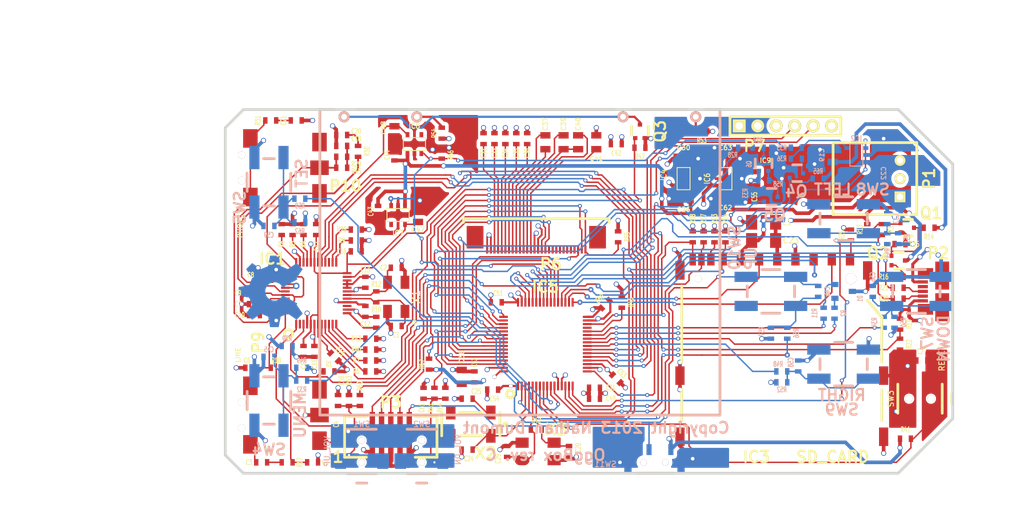
<source format=kicad_pcb>
(kicad_pcb (version 20221018) (generator pcbnew)
  (title_block (title "OggBox open source hardware music player") (date "21 Jul 2013") (rev "C") (company "nathandumont.com"))
  (layers (0 "F.Cu" signal "Front") (1 "In1.Cu" power "Inner2.Cu") (2 "In2.Cu" power "Inner1.Cu") (31 "B.Cu" signal "Back") (34 "B.Paste" user) (35 "F.Paste" user) (36 "B.SilkS" user "B.Silkscreen") (37 "F.SilkS" user "F.Silkscreen") (38 "B.Mask" user) (39 "F.Mask" user) (44 "Edge.Cuts" user))
  (net 0 "")
  (net 1 "+1.8V")
  (net 2 "+2.8V")
  (net 3 "+3.0V")
  (net 4 "+3.0VSB")
  (net 5 "+5VUSB")
  (net 6 "+BATT")
  (net 7 "/A1")
  (net 8 "/A2")
  (net 9 "/AUX_PWR")
  (net 10 "/CHG_100")
  (net 11 "/CHG_500")
  (net 12 "/CHG_STAT")
  (net 13 "/DBG_RX")
  (net 14 "/DBG_TX")
  (net 15 "/DISC")
  (net 16 "/DOWN_BTN")
  (net 17 "/HOLD")
  (net 18 "/K")
  (net 19 "/LEFT_BTN")
  (net 20 "/MENU_BTN")
  (net 21 "/PWR_BUTTON")
  (net 22 "/READ_BATT")
  (net 23 "/RIGHT_BTN")
  (net 24 "/RST")
  (net 25 "/SCREEN_A0")
  (net 26 "/SCREEN_BL")
  (net 27 "/SCREEN_CS")
  (net 28 "/SCREEN_MOSI")
  (net 29 "/SCREEN_RST")
  (net 30 "/SCREEN_SCK")
  (net 31 "/SD_CP")
  (net 32 "/SD_CS")
  (net 33 "/SD_MISO")
  (net 34 "/SD_MOSI")
  (net 35 "/SD_POW")
  (net 36 "/SD_SCK")
  (net 37 "/SD_WP")
  (net 38 "/SET_BTN")
  (net 39 "/TCK")
  (net 40 "/TDI")
  (net 41 "/TMS")
  (net 42 "/USBDM")
  (net 43 "/USBDP")
  (net 44 "/USB_P")
  (net 45 "/VBAT_SENSE")
  (net 46 "/VDNB")
  (net 47 "/VOL_DN")
  (net 48 "/VOL_UP")
  (net 49 "/VS1053_CS")
  (net 50 "/VS1053_DREQ")
  (net 51 "/VS1053_MISO")
  (net 52 "/VS1053_MOSI")
  (net 53 "/VS1053_RST")
  (net 54 "/VS1053_SCK")
  (net 55 "/VUPB")
  (net 56 "GND")
  (net 57 "GNDA")
  (net 58 "N-000001")
  (net 59 "N-000002")
  (net 60 "N-000003")
  (net 61 "N-000015")
  (net 62 "N-000027")
  (net 63 "N-000029")
  (net 64 "N-000032")
  (net 65 "N-000033")
  (net 66 "N-000035")
  (net 67 "N-000036")
  (net 68 "N-000037")
  (net 69 "N-000038")
  (net 70 "N-000040")
  (net 71 "N-000041")
  (net 72 "N-000042")
  (net 73 "N-000043")
  (net 74 "N-000044")
  (net 75 "N-000046")
  (net 76 "N-000047")
  (net 77 "N-000048")
  (net 78 "N-000052")
  (net 79 "N-000059")
  (net 80 "N-000060")
  (net 81 "N-000064")
  (net 82 "N-000066")
  (net 83 "N-000067")
  (net 84 "N-000068")
  (net 85 "N-000074")
  (net 86 "N-000075")
  (net 87 "N-000076")
  (net 88 "N-000084")
  (net 89 "N-000086")
  (net 90 "N-000087")
  (net 91 "N-000096")
  (net 92 "N-000097")
  (net 93 "N-000099")
  (net 94 "N-000100")
  (net 95 "N-000101")
  (net 96 "N-000102")
  (net 97 "N-000103")
  (net 98 "N-000104")
  (net 99 "N-000105")
  (net 100 "N-000106")
  (net 101 "N-000107")
  (net 102 "N-000108")
  (net 103 "N-000109")
  (net 104 "N-000110")
  (net 105 "N-000111")
  (net 106 "N-000112")
  (net 107 "N-000113")
  (net 108 "N-000114")
  (net 109 "N-000115")
  (net 110 "N-000116")
  (net 111 "N-000117")
  (net 112 "N-000118")
  (net 113 "N-000119")
  (net 114 "N-000120")
  (net 115 "N-000121")
  (net 116 "N-000122")
  (net 117 "N-000124")
  (net 118 "N-000125")
  (net 119 "N-000127")
  (net 120 "N-000129")
  (net 121 "N-000140")
  (footprint "Nathan_SMT_Semis:SOT23-5" (layer "F.Cu") (at 123.75 89.5 -90)
    (fp_text reference "IC7")
    (fp_text value "TPS76318" hide)
  )
  (footprint "Nathan_SMT_Semis:SOT23-5" (layer "F.Cu") (at 126 79.75 90)
    (fp_text reference "IC8")
    (fp_text value "TPS76328" hide)
  )
  (footprint "Nathan_SMT_Semis:SOT23-5" (layer "F.Cu") (at 163 84.5 180)
    (fp_text reference "IC4")
    (fp_text value "MCP1802T-3002I-OT" hide)
  )
  (footprint "Nathan_SMT_Passive:SM1206" (layer "F.Cu") (at 174.00016 90.5002)
    (fp_text reference "L1")
    (fp_text value "470n" hide)
  )
  (footprint "Nathan_SMT_Passive:SM1206" (layer "F.Cu") (at 174.00016 92.99956 180)
    (fp_text reference "C23")
    (fp_text value "47uF" hide)
  )
  (footprint "Nathan_SMT_Passive:SM0805" (layer "F.Cu") (at 163 81.75)
    (fp_text reference "C30")
    (fp_text value "4.7uF" hide)
  )
  (footprint "Nathan_SMT_Passive:SM0805" (layer "F.Cu") (at 163 87.25 180)
    (fp_text reference "C26")
    (fp_text value "4.7uF" hide)
  )
  (footprint "Nathan_SMT_Passive:SM0805" (layer "F.Cu") (at 144.00022 79.49946 -90)
    (fp_text reference "C37")
    (fp_text value "2.2uF" hide)
  )
  (footprint "Nathan_SMT_Passive:SM0805" (layer "F.Cu") (at 123.25 78.25 -90)
    (fp_text reference "C48")
    (fp_text value "4.7uF" hide)
  )
  (footprint "Nathan_SMT_Passive:SM0805" (layer "F.Cu") (at 126.5 89.5 90)
    (fp_text reference "C47")
    (fp_text value "4.7uF" hide)
  )
  (footprint "Nathan_SMT_Passive:SM0805" (layer "F.Cu") (at 151.00046 79.49946 90)
    (fp_text reference "C41")
    (fp_text value "2.2uF" hide)
  )
  (footprint "Nathan_SMT_Passive:SM0805" (layer "F.Cu") (at 148.5011 79.49946 -90)
    (fp_text reference "C40")
    (fp_text value "2.2uF" hide)
  )
  (footprint "Nathan_SMT_Passive:SM0805" (layer "F.Cu") (at 146.49958 79.49946 -90)
    (fp_text reference "C39")
    (fp_text value "2.2uF" hide)
  )
  (footprint "Nathan_SMT_Conn:MICRO_USB_1568026" (layer "F.Cu") (at 199.9996 99.9998 180)
    (fp_text reference "P2")
    (fp_text value "USB" hide)
  )
  (footprint "Nathan_SMT_Semis:LQFP64" (layer "F.Cu") (at 143.99768 107.24896)
    (fp_text reference "IC5")
    (fp_text value "STM32F103RET" hide)
  )
  (footprint "Nathan_SMT_Semis:LQFP48" (layer "F.Cu") (at 112.49914 100.24872)
    (fp_text reference "IC1")
    (fp_text value "VS1053" hide)
  )
  (footprint "Nathan_SMT_Conn:JACK_LUMBERG_1503_13_VP3" (layer "F.Cu") (at 97.74936 82.99958)
    (fp_text reference "P10")
    (fp_text value "PHONES")
  )
  (footprint "Nathan_SMT_Conn:JACK_LUMBERG_1503_13_VP3" (layer "F.Cu") (at 97.74936 117.00002)
    (fp_text reference "P9")
    (fp_text value "LINE")
  )
  (footprint "Nathan_THT_Conn:HEADER_6" (layer "F.Cu") (at 176.9999 77.24902)
    (fp_text reference "P7")
    (fp_text value "FTDI" hide)
  )
  (footprint "Nathan_SMT_Other:MC306" (layer "F.Cu") (at 133.75 118.25 180)
    (fp_text reference "X2")
    (fp_text value "32768Hz" hide)
  )
  (footprint "Nathan_SMT_Conn:AMP_FPC_28_05MM" (layer "F.Cu") (at 142.75054 94.24924 180)
    (fp_text reference "P6")
    (fp_text value "CONN_28" hide)
  )
  (footprint "Nathan_SMT_Other:SW_SKQLLCE012" (layer "F.Cu") (at 195.50126 114.74958)
    (fp_text reference "SW3")
    (fp_text value "RESET")
  )
  (footprint "Nathan_SMT_Semis:SOT23" (layer "F.Cu") (at 174.25 84.5 -90)
    (fp_text reference "IC9")
    (fp_text value "MCP102" hide)
  )
  (footprint "Nathan_SMT_Conn:SD_UNIVERSAL" (layer "F.Cu") (at 176.49952 121.24944)
    (fp_text reference "IC3")
    (fp_text value "SD_CARD")
  )
  (footprint "Nathan_SMT_Passive:SM0805" (layer "F.Cu") (at 132.5 111.75 -90)
    (fp_text reference "C38")
    (fp_text value "4.7uF" hide)
  )
  (footprint "Nathan_SMT_Passive:SM0603" (layer "F.Cu") (at 123.5 104.75 180)
    (fp_text reference "C1")
    (fp_text value "18pF" hide)
  )
  (footprint "Nathan_SMT_Passive:SM0603" (layer "F.Cu") (at 123.5 96.75)
    (fp_text reference "C2")
    (fp_text value "18pF" hide)
  )
  (footprint "Nathan_SMT_Passive:SM0603" (layer "F.Cu") (at 105.00106 123.49988 180)
    (fp_text reference "C3")
    (fp_text value "1uF" hide)
  )
  (footprint "Nathan_SMT_Passive:SM0603" (layer "F.Cu") (at 115.25 120 -90)
    (fp_text reference "C4")
    (fp_text value "1uF" hide)
  )
  (footprint "Nathan_SMT_Passive:SM0603" (layer "F.Cu") (at 111.99876 123.49988 180)
    (fp_text reference "C5")
    (fp_text value "10nF" hide)
  )
  (footprint "Nathan_SMT_Passive:SM0603" (layer "F.Cu") (at 104 101.75 180)
    (fp_text reference "C7")
    (fp_text value "1uF" hide)
  )
  (footprint "Nathan_SMT_Passive:SM0603" (layer "F.Cu") (at 105.25 97.75)
    (fp_text reference "C8")
    (fp_text value "100nF" hide)
  )
  (footprint "Nathan_SMT_Passive:SM0603" (layer "F.Cu") (at 104.0003 100.25126)
    (fp_text reference "C9")
    (fp_text value "100nF" hide)
  )
  (footprint "Nathan_SMT_Passive:SM0603" (layer "F.Cu") (at 104 103.25)
    (fp_text reference "C10")
    (fp_text value "100nF" hide)
  )
  (footprint "Nathan_SMT_Passive:SM0603" (layer "F.Cu") (at 112.25 108.25 90)
    (fp_text reference "C11")
    (fp_text value "100nF" hide)
  )
  (footprint "Nathan_SMT_Passive:SM0603" (layer "F.Cu") (at 119.25046 102.75062 -90)
    (fp_text reference "C12")
    (fp_text value "100nF" hide)
  )
  (footprint "Nathan_SMT_Passive:SM0603" (layer "F.Cu") (at 119.25046 98.75012 -90)
    (fp_text reference "C13")
    (fp_text value "100nF" hide)
  )
  (footprint "Nathan_SMT_Passive:SM0603" (layer "F.Cu") (at 110.75 108.25 90)
    (fp_text reference "C14")
    (fp_text value "100nF" hide)
  )
  (footprint "Nathan_SMT_Passive:SM0603" (layer "F.Cu") (at 115 109 135)
    (fp_text reference "C15")
    (fp_text value "100nF" hide)
  )
  (footprint "Nathan_SMT_Passive:SM0603" (layer "F.Cu") (at 118.00078 94.5007 180)
    (fp_text reference "C16")
    (fp_text value "100nF" hide)
  )
  (footprint "Nathan_SMT_Passive:SM0603" (layer "F.Cu") (at 112.49914 91.50096 -90)
    (fp_text reference "C17")
    (fp_text value "100nF" hide)
  )
  (footprint "Nathan_SMT_Passive:SM0603" (layer "F.Cu") (at 116 80 180)
    (fp_text reference "C18")
    (fp_text value "47nF" hide)
  )
  (footprint "Nathan_SMT_Passive:SM0603" (layer "F.Cu") (at 116 78.5 180)
    (fp_text reference "C20")
    (fp_text value "10nF" hide)
  )
  (footprint "Nathan_SMT_Passive:SM0603" (layer "F.Cu") (at 109.75086 76.49972)
    (fp_text reference "C21")
    (fp_text value "10nF" hide)
  )
  (footprint "Nathan_SMT_Passive:SM0603" (layer "F.Cu") (at 133.25 121.75)
    (fp_text reference "C24")
    (fp_text value "12pF" hide)
  )
  (footprint "Nathan_SMT_Passive:SM0603" (layer "F.Cu") (at 133.25 114.75)
    (fp_text reference "C25")
    (fp_text value "12pF" hide)
  )
  (footprint "Nathan_SMT_Passive:SM0603" (layer "F.Cu") (at 195.75 109.5 180)
    (fp_text reference "C27")
    (fp_text value "100nF" hide)
  )
  (footprint "Nathan_SMT_Passive:SM0603" (layer "F.Cu") (at 147.25 122 90)
    (fp_text reference "C28")
    (fp_text value "27pF" hide)
  )
  (footprint "Nathan_SMT_Passive:SM0603" (layer "F.Cu") (at 138.75 122 -90)
    (fp_text reference "C29")
    (fp_text value "27pF" hide)
  )
  (footprint "Nathan_SMT_Passive:SM0603" (layer "F.Cu") (at 150.75 113.25 180)
    (fp_text reference "C31")
    (fp_text value "1uF" hide)
  )
  (footprint "Nathan_SMT_Passive:SM0603" (layer "F.Cu") (at 135.5 79 90)
    (fp_text reference "C32")
    (fp_text value "100nF" hide)
  )
  (footprint "Nathan_SMT_Passive:SM0603" (layer "F.Cu") (at 137 79 90)
    (fp_text reference "C33")
    (fp_text value "100nF" hide)
  )
  (footprint "Nathan_SMT_Passive:SM0603" (layer "F.Cu") (at 138.5 79 90)
    (fp_text reference "C34")
    (fp_text value "100nF" hide)
  )
  (footprint "Nathan_SMT_Passive:SM0603" (layer "F.Cu") (at 140 79 90)
    (fp_text reference "C35")
    (fp_text value "100nF" hide)
  )
  (footprint "Nathan_SMT_Passive:SM0603" (layer "F.Cu") (at 141.5 79 90)
    (fp_text reference "C36")
    (fp_text value "100nF" hide)
  )
  (footprint "Nathan_SMT_Passive:SM0603" (layer "F.Cu") (at 153.75 79.75 180)
    (fp_text reference "C42")
    (fp_text value "100nF" hide)
  )
  (footprint "Nathan_SMT_Passive:SM0603" (layer "F.Cu") (at 121 89 -90)
    (fp_text reference "C43")
    (fp_text value "1uF" hide)
  )
  (footprint "Nathan_SMT_Passive:SM0603" (layer "F.Cu") (at 123.25 81.25 90)
    (fp_text reference "C44")
    (fp_text value "1uF" hide)
  )
  (footprint "Nathan_SMT_Passive:SM0603" (layer "F.Cu") (at 150.75 114.75 180)
    (fp_text reference "C49")
    (fp_text value "100nF" hide)
  )
  (footprint "Nathan_SMT_Passive:SM0603" (layer "F.Cu") (at 152.25014 101.74986 -135)
    (fp_text reference "C50")
    (fp_text value "100nF" hide)
  )
  (footprint "Nathan_SMT_Passive:SM0603" (layer "F.Cu") (at 137.2489 101.50094)
    (fp_text reference "C51")
    (fp_text value "100nF" hide)
  )
  (footprint "Nathan_SMT_Passive:SM0603" (layer "F.Cu") (at 134.25 111.75 -90)
    (fp_text reference "C52")
    (fp_text value "100nF" hide)
  )
  (footprint "Nathan_SMT_Passive:SM0603" (layer "F.Cu") (at 153.75 112 135)
    (fp_text reference "C53")
    (fp_text value "100nF" hide)
  )
  (footprint "Nathan_SMT_Passive:SM0603" (layer "F.Cu") (at 136.75106 113.4999)
    (fp_text reference "C54")
    (fp_text value "100nF" hide)
  )
  (footprint "Nathan_SMT_Passive:SM0603" (layer "F.Cu") (at 171.5 86.25 -90)
    (fp_text reference "C55")
    (fp_text value "100nF" hide)
  )
  (footprint "Nathan_SMT_Passive:SM0603" (layer "F.Cu") (at 115.5 115 -90)
    (fp_text reference "C60")
    (fp_text value "100nF" hide)
  )
  (footprint "Nathan_SMT_Passive:SM0603" (layer "F.Cu") (at 127.25 114 -90)
    (fp_text reference "C61")
    (fp_text value "100nF" hide)
  )
  (footprint "Nathan_SMT_Passive:SM0805" (layer "F.Cu") (at 168.75 87.25 180)
    (fp_text reference "C62")
    (fp_text value "4.7uF" hide)
  )
  (footprint "Nathan_SMT_Passive:SM0805" (layer "F.Cu") (at 168.75 81.75)
    (fp_text reference "C63")
    (fp_text value "4.7uF" hide)
  )
  (footprint "Nathan_SMT_Semis:SOT23-5" (layer "F.Cu") (at 168.75 84.5 180)
    (fp_text reference "IC6")
    (fp_text value "MCP1802T-3002I-OT" hide)
  )
  (footprint "Nathan_THT_Conn:JST_S3B_XHA" (layer "F.Cu") (at 192.75 84.5 90)
    (fp_text reference "P1")
    (fp_text value "CONN_3" hide)
  )
  (footprint "Nathan_SMT_Semis:SOT323" (layer "F.Cu") (at 193.75 91.25 180)
    (fp_text reference "Q1")
    (fp_text value "BSH121" hide)
  )
  (footprint "Nathan_SMT_Semis:SOT323" (layer "F.Cu") (at 192.5 95.75 180)
    (fp_text reference "Q2")
    (fp_text value "BSH121" hide)
  )
  (footprint "Nathan_SMT_Semis:SOT323" (layer "F.Cu") (at 157 78 -90)
    (fp_text reference "Q3")
    (fp_text value "BSH121" hide)
  )
  (footprint "Nathan_SMT_Passive:SM0603" (layer "F.Cu") (at 114.25 111)
    (fp_text reference "R1")
    (fp_text value "10k" hide)
  )
  (footprint "Nathan_SMT_Passive:SM0603" (layer "F.Cu") (at 190.25 91.5 -90)
    (fp_text reference "R3")
    (fp_text value "1k" hide)
  )
  (footprint "Nathan_SMT_Passive:SM0603" (layer "F.Cu") (at 110.75 91.5 90)
    (fp_text reference "R4")
    (fp_text value "10k" hide)
  )
  (footprint "Nathan_SMT_Passive:SM0603" (layer "F.Cu") (at 109.25 91.5 90)
    (fp_text reference "R5")
    (fp_text value "10k" hide)
  )
  (footprint "Nathan_SMT_Passive:SM0603" (layer "F.Cu") (at 120 111)
    (fp_text reference "R6")
    (fp_text value "10k" hide)
  )
  (footprint "Nathan_SMT_Passive:SM0603" (layer "F.Cu") (at 120 109.5)
    (fp_text reference "R7")
    (fp_text value "10k" hide)
  )
  (footprint "Nathan_SMT_Passive:SM0603" (layer "F.Cu") (at 107.75 91.5 90)
    (fp_text reference "R8")
    (fp_text value "10k" hide)
  )
  (footprint "Nathan_SMT_Passive:SM0603" (layer "F.Cu") (at 118 93)
    (fp_text reference "R9")
    (fp_text value "10k" hide)
  )
  (footprint "Nathan_SMT_Passive:SM0603" (layer "F.Cu") (at 120.75 104.25 -90)
    (fp_text reference "R10")
    (fp_text value "10k" hide)
  )
  (footprint "Nathan_SMT_Passive:SM0603" (layer "F.Cu") (at 120.75 100.75 90)
    (fp_text reference "R12")
    (fp_text value "1M" hide)
  )
  (footprint "Nathan_SMT_Passive:SM0603" (layer "F.Cu") (at 188.25 91.5 -90)
    (fp_text reference "R13")
    (fp_text value "47k" hide)
  )
  (footprint "Nathan_SMT_Passive:SM0603" (layer "F.Cu") (at 196.75 91.25 180)
    (fp_text reference "R14")
    (fp_text value "10k" hide)
  )
  (footprint "Nathan_SMT_Passive:SM0603" (layer "F.Cu") (at 192.75 93.5)
    (fp_text reference "R15")
    (fp_text value "36k" hide)
  )
  (footprint "Nathan_SMT_Passive:SM0603" (layer "F.Cu") (at 192.5 98 180)
    (fp_text reference "R16")
    (fp_text value "1.5k" hide)
  )
  (footprint "Nathan_SMT_Passive:SM0603" (layer "F.Cu") (at 108.50118 123.49988 180)
    (fp_text reference "R17")
    (fp_text value "470" hide)
  )
  (footprint "Nathan_SMT_Passive:SM0603" (layer "F.Cu") (at 107.00004 110.50016)
    (fp_text reference "R18")
    (fp_text value "470" hide)
  )
  (footprint "Nathan_SMT_Passive:SM0603" (layer "F.Cu") (at 192.75044 104.50068 90)
    (fp_text reference "R19")
    (fp_text value "15k" hide)
  )
  (footprint "Nathan_SMT_Passive:SM0603" (layer "F.Cu") (at 192.5 101 180)
    (fp_text reference "R20")
    (fp_text value "22" hide)
  )
  (footprint "Nathan_SMT_Passive:SM0603" (layer "F.Cu") (at 192.5 99.5 180)
    (fp_text reference "R21")
    (fp_text value "22" hide)
  )
  (footprint "Nathan_SMT_Passive:SM0603" (layer "F.Cu") (at 192.75 107.25 90)
    (fp_text reference "R22")
    (fp_text value "22k" hide)
  )
  (footprint "Nathan_SMT_Passive:SM0603" (layer "F.Cu") (at 167.25 92.5 90)
    (fp_text reference "R23")
    (fp_text value "10k" hide)
  )
  (footprint "Nathan_SMT_Passive:SM0603" (layer "F.Cu") (at 168.75 92.5 90)
    (fp_text reference "R24")
    (fp_text value "10k" hide)
  )
  (footprint "Nathan_SMT_Passive:SM0603" (layer "F.Cu") (at 185.99912 92.25026 90)
    (fp_text reference "R25")
    (fp_text value "10k" hide)
  )
  (footprint "Nathan_SMT_Passive:SM0603" (layer "F.Cu") (at 118 91.5 180)
    (fp_text reference "R26")
    (fp_text value "10k" hide)
  )
  (footprint "Nathan_SMT_Passive:SM0603" (layer "F.Cu") (at 116 81.5)
    (fp_text reference "R29")
    (fp_text value "22" hide)
  )
  (footprint "Nathan_SMT_Passive:SM0603" (layer "F.Cu") (at 118.25 80.75 90)
    (fp_text reference "R30")
    (fp_text value "22" hide)
  )
  (footprint "Nathan_SMT_Passive:SM0603" (layer "F.Cu") (at 106.25074 76.49972)
    (fp_text reference "R31")
    (fp_text value "22" hide)
  )
  (footprint "Nathan_SMT_Passive:SM0603" (layer "F.Cu") (at 165.75 92.5 -90)
    (fp_text reference "R37")
    (fp_text value "10k" hide)
  )
  (footprint "Nathan_SMT_Passive:SM0603" (layer "F.Cu") (at 164.25 92.5 -90)
    (fp_text reference "R38")
    (fp_text value "10k" hide)
  )
  (footprint "Nathan_SMT_Passive:SM0603" (layer "F.Cu") (at 120 108)
    (fp_text reference "R40")
    (fp_text value "10k" hide)
  )
  (footprint "Nathan_SMT_Passive:SM0603" (layer "F.Cu") (at 193.49974 120.25122)
    (fp_text reference "R41")
    (fp_text value "10k" hide)
  )
  (footprint "Nathan_SMT_Passive:SM0603" (layer "F.Cu") (at 142.75054 118.999)
    (fp_text reference "R42")
    (fp_text value "1M" hide)
  )
  (footprint "Nathan_SMT_Passive:SM0603" (layer "F.Cu") (at 120 106.5)
    (fp_text reference "R43")
    (fp_text value "10k" hide)
  )
  (footprint "Nathan_SMT_Passive:SM0603" (layer "F.Cu") (at 116 83)
    (fp_text reference "R45")
    (fp_text value "22" hide)
  )
  (footprint "Nathan_SMT_Passive:SM0603" (layer "F.Cu") (at 154.5 101.5 -90)
    (fp_text reference "R46")
    (fp_text value "10k" hide)
  )
  (footprint "Nathan_SMT_Passive:SM0603" (layer "F.Cu") (at 157 80.25)
    (fp_text reference "R47")
    (fp_text value "10k" hide)
  )
  (footprint "Nathan_SMT_Passive:SM0603" (layer "F.Cu") (at 165.5 78)
    (fp_text reference "R53")
    (fp_text value "22" hide)
  )
  (footprint "Nathan_SMT_Passive:SM0603" (layer "F.Cu") (at 129.75082 78.24978 -90)
    (fp_text reference "R54")
    (fp_text value "22" hide)
  )
  (footprint "Nathan_SMT_Passive:SM0603" (layer "F.Cu") (at 154.0002 92.49918 90)
    (fp_text reference "R55")
    (fp_text value "10k" hide)
  )
  (footprint "Nathan_SMT_Passive:SM0603" (layer "F.Cu") (at 118.5 115 -90)
    (fp_text reference "R60")
    (fp_text value "1k" hide)
  )
  (footprint "Nathan_SMT_Passive:SM0603" (layer "F.Cu") (at 128.75 114 90)
    (fp_text reference "R61")
    (fp_text value "1k" hide)
  )
  (footprint "Nathan_SMT_Passive:SM0603" (layer "F.Cu") (at 117 115 -90)
    (fp_text reference "R63")
    (fp_text value "100k" hide)
  )
  (footprint "Nathan_SMT_Passive:SM0603" (layer "F.Cu") (at 130.25 114 90)
    (fp_text reference "R64")
    (fp_text value "100k" hide)
  )
  (footprint "Nathan_SMT_Passive:SM0603" (layer "F.Cu") (at 129.75 81 90)
    (fp_text reference "R66")
    (fp_text value "100k" hide)
  )
  (footprint "Nathan_SMT_Other:CRYSTAL-SMD-5-3_2" (layer "F.Cu") (at 123.5 100.75 90)
    (fp_text reference "X1")
    (fp_text value "12.288MHz" hide)
  )
  (footprint "Nathan_SMT_Passive:SM0603" (layer "F.Cu") (at 103.5 110.5)
    (fp_text reference "C6")
    (fp_text value "10nF" hide)
  )
  (footprint "Nathan_SMT_Conn:SAMTEC_SHF-SM_5x2" (layer "F.Cu") (at 122.75 120)
    (fp_text reference "P3")
    (fp_text value "CORTEX_DEBUG" hide)
  )
  (footprint "Nathan_SMT_Passive:SM0603" (layer "F.Cu") (at 128 110 90)
    (fp_text reference "R67")
    (fp_text value "10k" hide)
  )
  (footprint "Nathan_SMT_Other:XTAL_6036" (layer "F.Cu") (at 143 122)
    (fp_text reference "X3")
    (fp_text value "8MHz" hide)
  )
  (footprint "Nathan_SMT_Semis:SOT23-5" (layer "B.Cu") (at 186.75 81.25 180)
    (fp_text reference "IC2")
    (fp_text value "MCP73831T" hide)
  )
  (footprint "Nathan_SMT_Semis:SOT23" (layer "B.Cu") (at 185.0009 99.9998 90)
    (fp_text reference "D1")
    (fp_text value "LED_RG" hide)
  )
  (footprint "Nathan_SMT_Passive:SM0805" (layer "B.Cu") (at 190.5 81.25 90)
    (fp_text reference "C22")
    (fp_text value "4.7uF" hide)
  )
  (footprint "Nathan_SMT_Passive:SM0805" (layer "B.Cu") (at 183.5 81.25 90)
    (fp_text reference "C19")
    (fp_text value "4.7uF" hide)
  )
  (footprint "Nathan_SMT_Other:PCM12SMTR" (layer "B.Cu") (at 158.99892 123.49988 180)
    (fp_text reference "SW11")
    (fp_text value "HOLD" hide)
  )
  (footprint "Nathan_THT_Other:BTHQ128064AVD1" (layer "B.Cu") (at 140.5001 75.99934 180)
    (fp_text reference "P5" hide)
    (fp_text value "CONN_4" hide)
  )
  (footprint "Nathan_SMT_Other:SW_EVQQ2P03W" (layer "B.Cu") (at 105.99928 85.0011 90)
    (fp_text reference "SW5")
    (fp_text value "SET")
  )
  (footprint "Nathan_SMT_Other:SW_EVQQ2P03W" (layer "B.Cu") (at 185.0009 109.99978)
    (fp_text reference "SW9")
    (fp_text value "RIGHT")
  )
  (footprint "Nathan_SMT_Other:SW_EVQQ2P03W" (layer "B.Cu") (at 185.0009 89.99982)
    (fp_text reference "SW8")
    (fp_text value "LEFT")
  )
  (footprint "Nathan_SMT_Other:SW_EVQQ2P03W" (layer "B.Cu") (at 195.00088 99.9998)
    (fp_text reference "SW7")
    (fp_text value "DOWN")
  )
  (footprint "Nathan_SMT_Other:SW_EVQQ2P03W" (layer "B.Cu") (at 105.99928 115.00104 90)
    (fp_text reference "SW4")
    (fp_text value "MENU")
  )
  (footprint "Nathan_SMT_Other:SW_SKQLLCE012" (layer "B.Cu") (at 127 121.99874 -90)
    (fp_text reference "SW2")
    (fp_text value "VOL_DN")
  )
  (footprint "Nathan_SMT_Other:SW_SKQLLCE012" (layer "B.Cu") (at 118.75008 121.99874 -90)
    (fp_text reference "SW1")
    (fp_text value "VOL_UP")
  )
  (footprint "Nathan_SMT_Other:SW_EVQQ2P03W" (layer "B.Cu") (at 175.00092 99.9998)
    (fp_text reference "SW10")
    (fp_text value "UP")
  )
  (footprint "Nathan_SMT_Passive:SM0603" (layer "B.Cu") (at 106 109)
    (fp_text reference "C45")
    (fp_text value "100nF" hide)
  )
  (footprint "Nathan_SMT_Passive:SM0603" (layer "B.Cu") (at 181.50078 99.9998 -90)
    (fp_text reference "C46")
    (fp_text value "100nF" hide)
  )
  (footprint "Nathan_SMT_Passive:SM0603" (layer "B.Cu") (at 189 100 -90)
    (fp_text reference "C56")
    (fp_text value "100nF" hide)
  )
  (footprint "Nathan_SMT_Passive:SM0603" (layer "B.Cu") (at 191 90 -90)
    (fp_text reference "C57")
    (fp_text value "100nF" hide)
  )
  (footprint "Nathan_SMT_Passive:SM0603" (layer "B.Cu") (at 178.75 110.25 -90)
    (fp_text reference "C58")
    (fp_text value "100nF" hide)
  )
  (footprint "Nathan_SMT_Passive:SM0603" (layer "B.Cu") (at 106 91)
    (fp_text reference "C59")
    (fp_text value "100nF" hide)
  )
  (footprint "Nathan_SMT_Semis:SOT323" (layer "B.Cu") (at 178.5 83.75 180)
    (fp_text reference "Q4")
    (fp_text value "BSH121" hide)
  )
  (footprint "Nathan_SMT_Semis:SOT323" (layer "B.Cu") (at 175 87 180)
    (fp_text reference "Q5")
    (fp_text value "BSH121" hide)
  )
  (footprint "Nathan_SMT_Semis:SOT323" (layer "B.Cu") (at 174 82.5 -90)
    (fp_text reference "Q6")
    (fp_text value "BSS84AKW" hide)
  )
  (footprint "Nathan_SMT_Passive:SM0603" (layer "B.Cu") (at 182.25 103 90)
    (fp_text reference "R2")
    (fp_text value "120" hide)
  )
  (footprint "Nathan_SMT_Passive:SM0603" (layer "B.Cu") (at 183.75 103 90)
    (fp_text reference "R11")
    (fp_text value "120" hide)
  )
  (footprint "Nathan_SMT_Passive:SM0603" (layer "B.Cu") (at 173.25 80.25 180)
    (fp_text reference "R27")
    (fp_text value "10k" hide)
  )
  (footprint "Nathan_SMT_Passive:SM0603" (layer "B.Cu") (at 169.75 80.25 180)
    (fp_text reference "R28")
    (fp_text value "10k" hide)
  )
  (footprint "Nathan_SMT_Passive:SM0603" (layer "B.Cu") (at 110.5 112.25 180)
    (fp_text reference "R32")
    (fp_text value "1k" hide)
  )
  (footprint "Nathan_SMT_Passive:SM0603" (layer "B.Cu") (at 172.75 87 90)
    (fp_text reference "R33")
    (fp_text value "10k" hide)
  )
  (footprint "Nathan_SMT_Passive:SM0603" (layer "B.Cu") (at 190.5 104.25 90)
    (fp_text reference "R34")
    (fp_text value "1k" hide)
  )
  (footprint "Nathan_SMT_Passive:SM0603" (layer "B.Cu") (at 178.5 80.25 180)
    (fp_text reference "R35")
    (fp_text value "3k3" hide)
  )
  (footprint "Nathan_SMT_Passive:SM0603" (layer "B.Cu") (at 178.5 81.75)
    (fp_text reference "R36")
    (fp_text value "12k" hide)
  )
  (footprint "Nathan_SMT_Passive:SM0603" (layer "B.Cu") (at 108.50118 107.50042)
    (fp_text reference "R39")
    (fp_text value "0" hide)
  )
  (footprint "Nathan_SMT_Passive:SM0603" (layer "B.Cu") (at 191 92.75 90)
    (fp_text reference "R44")
    (fp_text value "1k" hide)
  )
  (footprint "Nathan_SMT_Passive:SM0603" (layer "B.Cu") (at 176.5 111)
    (fp_text reference "R48")
    (fp_text value "1k" hide)
  )
  (footprint "Nathan_SMT_Passive:SM0603" (layer "B.Cu") (at 110.5 110.5 180)
    (fp_text reference "R49")
    (fp_text value "100k" hide)
  )
  (footprint "Nathan_SMT_Passive:SM0603" (layer "B.Cu") (at 192 104.25 -90)
    (fp_text reference "R50")
    (fp_text value "100k" hide)
  )
  (footprint "Nathan_SMT_Passive:SM0603" (layer "B.Cu") (at 192.5 92.75 -90)
    (fp_text reference "R51")
    (fp_text value "100k" hide)
  )
  (footprint "Nathan_SMT_Passive:SM0603" (layer "B.Cu") (at 176.5 112.5 180)
    (fp_text reference "R52")
    (fp_text value "100k" hide)
  )
  (footprint "Nathan_SMT_Passive:SM0603" (layer "B.Cu") (at 177.24882 105.75036 -90)
    (fp_text reference "R56")
    (fp_text value "1k" hide)
  )
  (footprint "Nathan_SMT_Passive:SM0603" (layer "B.Cu") (at 175.00092 105.75036 90)
    (fp_text reference "R57")
    (fp_text value "22k" hide)
  )
  (footprint "Nathan_SMT_Passive:SM0603" (layer "B.Cu") (at 174 84.75)
    (fp_text reference "R58")
    (fp_text value "100k" hide)
  )
  (footprint "Nathan_SMT_Passive:SM0603" (layer "B.Cu") (at 110.25 87.25 180)
    (fp_text reference "R59")
    (fp_text value "1k" hide)
  )
  (footprint "Nathan_SMT_Passive:SM0603" (layer "B.Cu") (at 110.25 90.5)
    (fp_text reference "R62")
    (fp_text value "100k" hide)
  )
  (footprint "Nathan_SMT_Passive:SM0603" (layer "B.Cu") (at 181.5 84.5 180)
    (fp_text reference "R65")
    (fp_text value "1M" hide)
  )
  (footprint "Nathan_SMT_Other:OSHW_COPPER_10MM" (layer "B.Cu") (at 106.75 100 -90)
    (fp_text reference "P4" hide)
    (fp_text value "CONN_1" hide)
  )
  (gr_line (start 199.99706 82.4992) (end 199.9996 82.4992) (stroke (width 0.381)) (layer "Edge.Cuts"))
  (gr_line (start 192.49898 125.00102) (end 102.49916 125.00102) (stroke (width 0.381)) (layer "Edge.Cuts"))
  (gr_line (start 102.49916 125.00102) (end 99.9998 122.50166) (stroke (width 0.381)) (layer "Edge.Cuts"))
  (gr_line (start 192.49898 75.00112) (end 199.99706 82.4992) (stroke (width 0.381)) (layer "Edge.Cuts"))
  (gr_line (start 199.9996 82.4992) (end 199.9996 117.5004) (stroke (width 0.381)) (layer "Edge.Cuts"))
  (gr_line (start 192.49898 75.00112) (end 102.49916 75.00112) (stroke (width 0.381)) (layer "Edge.Cuts"))
  (gr_line (start 99.9998 122.50166) (end 99.9998 122.49912) (stroke (width 0.381)) (layer "Edge.Cuts"))
  (gr_line (start 99.9998 77.50048) (end 99.9998 122.49912) (stroke (width 0.381)) (layer "Edge.Cuts"))
  (gr_line (start 102.49916 75.00112) (end 99.9998 77.50048) (stroke (width 0.381)) (layer "Edge.Cuts"))
  (gr_line (start 192.49898 125.00102) (end 199.9996 117.5004) (stroke (width 0.381)) (layer "Edge.Cuts"))
  (gr_text "OggBox rev. C" (at 144.00022 122.49912) (layer "B.SilkS") (effects (font (size 1.50114 1.524) (thickness 0.3048)) (justify mirror)))
  (gr_text "Copyright 2013 Nathan Dumont" (at 151.00046 118.75008) (layer "B.SilkS") (effects (font (size 1.50114 1.524) (thickness 0.3048)) (justify mirror)))
  (segment (start 110.75 106.5) (end 111.74984 105.50016) (width 0.25) (layer "F.Cu") (net 1))
  (segment (start 111.74984 105.50016) (end 111.74984 104.49814) (width 0.25) (layer "F.Cu") (net 1))
  (segment (start 120.74906 95.5) (end 120.74906 95.50146) (width 0.2032) (layer "F.Cu") (net 1))
  (segment (start 120.75 95.5) (end 124.7025 91.5475) (width 0.2) (layer "F.Cu") (net 1))
  (segment (start 124.7025 91.5475) (end 124.7025 90.77) (width 0.2) (layer "F.Cu") (net 1))
  (segment (start 126.1825 90.77) (end 126.5 90.4525) (width 0.2) (layer "F.Cu") (net 1))
  (segment (start 112.74806 106.24806) (end 114 107.5) (width 0.2) (layer "F.Cu") (net 1))
  (segment (start 114 107.5) (end 114 108) (width 0.2) (layer "F.Cu") (net 1))
  (segment (start 114 108) (end 114.470165 108.470165) (width 0.2) (layer "F.Cu") (net 1))
  (segment (start 110.75 107.5007) (end 110.75 106.5) (width 0.25) (layer "F.Cu") (net 1))
  (segment (start 119.99976 96.25076) (end 116.74856 96.25076) (width 0.2032) (layer "F.Cu") (net 1))
  (segment (start 111.74984 103.49992) (end 111.99876 103.251) (width 0.2032) (layer "F.Cu") (net 1))
  (segment (start 111.74984 104.49814) (end 111.74984 103.49992) (width 0.2032) (layer "F.Cu") (net 1))
  (segment (start 112.74806 104.49814) (end 112.74806 106.24806) (width 0.2) (layer "F.Cu") (net 1))
  (segment (start 112.74806 104.49814) (end 112.74806 103.251) (width 0.2032) (layer "F.Cu") (net 1))
  (segment (start 111.99876 103.251) (end 112.74806 103.251) (width 0.2032) (layer "F.Cu") (net 1))
  (segment (start 120.74906 95.50146) (end 119.99976 96.25076) (width 0.2032) (layer "F.Cu") (net 1))
  (segment (start 120.74906 95.5) (end 120.75 95.5) (width 0.2) (layer "F.Cu") (net 1))
  (segment (start 116.74856 96.25076) (end 116.74856 94.80042) (width 0.2032) (layer "F.Cu") (net 1))
  (segment (start 124.7025 90.77) (end 126.1825 90.77) (width 0.2) (layer "F.Cu") (net 1))
  (segment (start 112.25022 95.9993) (end 112.25022 93.99778) (width 0.2032) (layer "F.Cu") (net 1))
  (segment (start 112.25022 93.99778) (end 112.49914 93.74886) (width 0.2032) (layer "F.Cu") (net 1))
  (segment (start 112.50168 97.4979) (end 112.25022 97.24644) (width 0.2032) (layer "F.Cu") (net 1))
  (segment (start 116.74856 94.80042) (end 117.04828 94.5007) (width 0.2032) (layer "F.Cu") (net 1))
  (segment (start 112.74806 103.251) (end 112.74806 97.4979) (width 0.2032) (layer "F.Cu") (net 1))
  (segment (start 112.25022 97.24644) (end 112.25022 95.9993) (width 0.2032) (layer "F.Cu") (net 1))
  (segment (start 116.74856 97.4979) (end 112.74806 97.4979) (width 0.2032) (layer "F.Cu") (net 1))
  (segment (start 112.74806 97.4979) (end 112.50168 97.4979) (width 0.2032) (layer "F.Cu") (net 1))
  (segment (start 116.74856 97.4979) (end 116.74856 96.25076) (width 0.2032) (layer "F.Cu") (net 1))
  (segment (start 112.49914 93.74886) (end 112.49914 92.45346) (width 0.2032) (layer "F.Cu") (net 1))
  (segment (start 106.5016 101.4984) (end 104.75 103.25) (width 0.2) (layer "F.Cu") (net 2))
  (segment (start 104.75 103.25) (end 104.7493 103.25) (width 0.2) (layer "F.Cu") (net 2))
  (segment (start 114.50066 88.24976) (end 117.00002 85.7504) (width 0.2) (layer "F.Cu") (net 2))
  (segment (start 120 82.75066) (end 119.99976 82.75066) (width 0.2032) (layer "F.Cu") (net 2))
  (segment (start 120 82.75) (end 121.74982 81.00018) (width 0.2) (layer "F.Cu") (net 2))
  (segment (start 108.99902 96.74902) (end 105.75 93.5) (width 0.2) (layer "F.Cu") (net 2))
  (segment (start 105.75 93.5) (end 105.75 89.74872) (width 0.2) (layer "F.Cu") (net 2))
  (segment (start 105.75 89.74872) (end 107.24896 88.24976) (width 0.2032) (layer "F.Cu") (net 2))
  (segment (start 106.24758 97.99828) (end 105.9993 97.75) (width 0.25) (layer "F.Cu") (net 2))
  (segment (start 123.8631 77.29728) (end 125.04674 78.48092) (width 0.2032) (layer "F.Cu") (net 2))
  (segment (start 117.00002 85.7504) (end 119.99976 82.75066) (width 0.2032) (layer "F.Cu") (net 2))
  (segment (start 110.74654 100.49764) (end 110.49508 100.7491) (width 0.2032) (layer "F.Cu") (net 2))
  (segment (start 108.24972 101.4984) (end 106.5016 101.4984) (width 0.2) (layer "F.Cu") (net 2))
  (segment (start 110.74654 98.24974) (end 110.74654 100.49764) (width 0.2032) (layer "F.Cu") (net 2))
  (segment (start 109.2454 100.49764) (end 108.24972 100.49764) (width 0.2032) (layer "F.Cu") (net 2))
  (segment (start 108.24972 97.99828) (end 106.24758 97.99828) (width 0.25) (layer "F.Cu") (net 2))
  (segment (start 108.99902 96.75114) (end 108.99902 96.74902) (width 0.2) (layer "F.Cu") (net 2))
  (segment (start 109.25048 101.4984) (end 109.4994 101.24948) (width 0.2032) (layer "F.Cu") (net 2))
  (segment (start 109.4994 100.7491) (end 109.49686 100.7491) (width 0.2032) (layer "F.Cu") (net 2))
  (segment (start 121.74982 77.7494) (end 121.74982 81.00018) (width 0.2032) (layer "F.Cu") (net 2))
  (segment (start 109.24794 98.00082) (end 109.2454 97.99828) (width 0.2032) (layer "F.Cu") (net 2))
  (segment (start 108.24972 101.4984) (end 109.25048 101.4984) (width 0.2032) (layer "F.Cu") (net 2))
  (segment (start 106.49712 100.49764) (end 108.24972 100.49764) (width 0.2032) (layer "F.Cu") (net 2))
  (segment (start 109.2454 97.99828) (end 108.24972 97.99828) (width 0.2032) (layer "F.Cu") (net 2))
  (segment (start 120 82.75066) (end 120 82.75) (width 0.2) (layer "F.Cu") (net 2))
  (segment (start 109.24794 98.00082) (end 109.4994 98.00082) (width 0.2032) (layer "F.Cu") (net 2))
  (segment (start 114.00028 88.24976) (end 107.24896 88.24976) (width 0.2032) (layer "F.Cu") (net 2))
  (segment (start 109.4994 101.24948) (end 109.4994 100.7491) (width 0.2032) (layer "F.Cu") (net 2))
  (segment (start 123.25096 77.29728) (end 122.20194 77.29728) (width 0.2032) (layer "F.Cu") (net 2))
  (segment (start 109.49686 100.7491) (end 109.2454 100.49764) (width 0.2032) (layer "F.Cu") (net 2))
  (segment (start 109.4994 97.25152) (end 108.99902 96.75114) (width 0.2032) (layer "F.Cu") (net 2))
  (segment (start 104.9528 100.25126) (end 106.25074 100.25126) (width 0.2032) (layer "F.Cu") (net 2))
  (segment (start 109.4994 98.00082) (end 110.49762 98.00082) (width 0.2032) (layer "F.Cu") (net 2))
  (segment (start 123.25096 77.29728) (end 123.8631 77.29728) (width 0.2032) (layer "F.Cu") (net 2))
  (segment (start 110.49762 98.00082) (end 110.74654 98.24974) (width 0.2032) (layer "F.Cu") (net 2))
  (segment (start 109.4994 97.25152) (end 109.4994 98.00082) (width 0.2032) (layer "F.Cu") (net 2))
  (segment (start 106.25074 100.25126) (end 106.49712 100.49764) (width 0.2032) (layer "F.Cu") (net 2))
  (segment (start 110.49508 100.7491) (end 109.4994 100.7491) (width 0.2032) (layer "F.Cu") (net 2))
  (segment (start 114.00028 88.24976) (end 114.50066 88.24976) (width 0.2) (layer "F.Cu") (net 2))
  (segment (start 122.20194 77.29728) (end 121.74982 77.7494) (width 0.2032) (layer "F.Cu") (net 2))
  (segment (start 143.002 92.748) (end 143.5 92.25) (width 0.25) (layer "F.Cu") (net 3))
  (segment (start 143.5 92.25) (end 143.5 91.5) (width 0.25) (layer "F.Cu") (net 3))
  (segment (start 143.5 91.5) (end 143 91) (width 0.25) (layer "F.Cu") (net 3))
  (segment (start 130.74908 78.99908) (end 130.75 79) (width 0.50038) (layer "F.Cu") (net 3))
  (segment (start 112.25022 105.99978) (end 112 106.25) (width 0.25) (layer "F.Cu") (net 3))
  (segment (start 117.7502 99.9998) (end 118 99.75) (width 0.25) (layer "F.Cu") (net 3))
  (segment (start 118.25058 99.49942) (end 118 99.75) (width 0.25) (layer "F.Cu") (net 3))
  (segment (start 119.25124 103.5007) (end 119.25046 103.49992) (width 0.25) (layer "F.Cu") (net 3))
  (segment (start 118.75008 103.49992) (end 118.00008 102.74992) (width 0.25) (layer "F.Cu") (net 3))
  (segment (start 112.25 106) (end 112.25022 105.99978) (width 0.25) (layer "F.Cu") (net 3))
  (segment (start 154.49804 78.75196) (end 154.5 78.75) (width 0.50038) (layer "F.Cu") (net 3))
  (segment (start 161.4525 85.4525) (end 161 85) (width 0.50038) (layer "F.Cu") (net 3))
  (segment (start 161.5 81.75) (end 160.75 82.5) (width 0.50038) (layer "F.Cu") (net 3))
  (segment (start 171.2502 90.5002) (end 170.75 90) (width 0.50038) (layer "F.Cu") (net 3))
  (segment (start 111.74984 93.50016) (end 111.75 93.5) (width 0.25) (layer "F.Cu") (net 3))
  (segment (start 127.25 112.75) (end 127.75 112.25) (width 0.50038) (layer "F.Cu") (net 3))
  (segment (start 185.25096 91.50096) (end 185 91.25) (width 0.50038) (layer "F.Cu") (net 3))
  (segment (start 112.25 107.5007) (end 112.25 106) (width 0.25) (layer "F.Cu") (net 3))
  (segment (start 120.75 103.5007) (end 119.25124 103.5007) (width 0.25) (layer "F.Cu") (net 3))
  (segment (start 119.25046 99.49942) (end 118.25058 99.49942) (width 0.25) (layer "F.Cu") (net 3))
  (segment (start 115.5 114.2507) (end 115.5 113.25) (width 0.50038) (layer "F.Cu") (net 3))
  (segment (start 118.7493 91.5) (end 119.75 91.5) (width 0.50038) (layer "F.Cu") (net 3))
  (segment (start 119.25046 103.49992) (end 118.75008 103.49992) (width 0.25) (layer "F.Cu") (net 3))
  (segment (start 166.2493 78) (end 167 78) (width 0.50038) (layer "F.Cu") (net 3))
  (segment (start 111.74984 95.9993) (end 111.74984 93.50016) (width 0.25) (layer "F.Cu") (net 3))
  (segment (start 117.74932 102.49916) (end 118.00008 102.74992) (width 0.29972) (layer "F.Cu") (net 3))
  (segment (start 167.25 91.7507) (end 167.25 91) (width 0.50038) (layer "F.Cu") (net 3))
  (segment (start 185.99912 91.50096) (end 185.25096 91.50096) (width 0.50038) (layer "F.Cu") (net 3))
  (segment (start 143.002 94.24924) (end 143.002 92.748) (width 0.25) (layer "F.Cu") (net 3))
  (segment (start 112.25022 104.49814) (end 112.25022 105.99978) (width 0.25) (layer "F.Cu") (net 3))
  (segment (start 161.73 85.4525) (end 161.4525 85.4525) (width 0.50038) (layer "F.Cu") (net 3))
  (segment (start 127.25 113.2507) (end 127.25 112.75) (width 0.50038) (layer "F.Cu") (net 3))
  (segment (start 129.75082 78.99908) (end 130.74908 78.99908) (width 0.50038) (layer "F.Cu") (net 3))
  (segment (start 116.74856 102.49916) (end 117.74932 102.49916) (width 0.29972) (layer "F.Cu") (net 3))
  (segment (start 172.34916 90.5002) (end 171.2502 90.5002) (width 0.50038) (layer "F.Cu") (net 3))
  (segment (start 162.0475 81.75) (end 161.5 81.75) (width 0.50038) (layer "F.Cu") (net 3))
  (segment (start 117.7502 99.9998) (end 116.74856 99.9998) (width 0.25) (layer "F.Cu") (net 3))
  (segment (start 154.49804 79.75092) (end 154.49804 78.75196) (width 0.50038) (layer "F.Cu") (net 3))
  (segment (start 168.75 91.7507) (end 168.75 91) (width 0.50038) (layer "F.Cu") (net 3))
  (via (at 161 85) (size 0.70104) (drill 0.50038) (layers "F.Cu" "B.Cu") (net 3))
  (via (at 192 89.75) (size 0.70104) (drill 0.50038) (layers "F.Cu" "B.Cu") (net 3))
  (via (at 154.5 78.75) (size 0.70104) (drill 0.50038) (layers "F.Cu" "B.Cu") (net 3))
  (via (at 116.89842 119.25046) (size 0.70104) (drill 0.50038) (layers "F.Cu" "B.Cu") (net 3))
  (via (at 168.75 91) (size 0.70104) (drill 0.50038) (layers "F.Cu" "B.Cu") (net 3))
  (via (at 167.25 91) (size 0.70104) (drill 0.50038) (layers "F.Cu" "B.Cu") (net 3))
  (via (at 104 109) (size 0.70104) (drill 0.50038) (layers "F.Cu" "B.Cu") (net 3))
  (via (at 179.5 88) (size 0.70104) (drill 0.50038) (layers "F.Cu" "B.Cu") (net 3))
  (via (at 180 109.5007) (size 0.70104) (drill 0.50038) (layers "F.Cu" "B.Cu") (net 3))
  (via (at 103.75 91) (size 0.70104) (drill 0.50038) (layers "F.Cu" "B.Cu") (net 3))
  (via (at 119.75 91.5) (size 0.70104) (drill 0.50038) (layers "F.Cu" "B.Cu") (net 3))
  (via (at 112 106.25) (size 0.70104) (drill 0.50038) (layers "F.Cu" "B.Cu") (net 3))
  (via (at 198 95) (size 0.70104) (drill 0.50038) (layers "F.Cu" "B.Cu") (net 3))
  (via (at 160.75 82.5) (size 0.70104) (drill 0.50038) (layers "F.Cu" "B.Cu") (net 3))
  (via (at 118.00008 102.74992) (size 0.70104) (drill 0.50038) (layers "F.Cu" "B.Cu") (net 3))
  (via (at 143 91) (size 0.70104) (drill 0.50038) (layers "F.Cu" "B.Cu") (net 3))
  (via (at 105.25 79.25) (size 0.70104) (drill 0.50038) (layers "F.Cu" "B.Cu") (net 3))
  (via (at 115.5 113.25) (size 0.70104) (drill 0.50038) (layers "F.Cu" "B.Cu") (net 3))
  (via (at 111.75 93.5) (size 0.70104) (drill 0.50038) (layers "F.Cu" "B.Cu") (net 3))
  (via (at 118 99.75) (size 0.70104) (drill 0.50038) (layers "F.Cu" "B.Cu") (net 3))
  (via (at 127.75 112.25) (size 0.70104) (drill 0.50038) (layers "F.Cu" "B.Cu") (net 3))
  (via (at 167 78) (size 0.70104) (drill 0.50038) (layers "F.Cu" "B.Cu") (net 3))
  (via (at 130.75 79) (size 0.70104) (drill 0.50038) (layers "F.Cu" "B.Cu") (net 3))
  (via (at 185 91.25) (size 0.70104) (drill 0.50038) (layers "F.Cu" "B.Cu") (net 3))
  (via (at 188.5 106.5) (size 0.70104) (drill 0.50038) (layers "F.Cu" "B.Cu") (net 3))
  (via (at 170.75 90) (size 0.70104) (drill 0.50038) (layers "F.Cu" "B.Cu") (net 3))
  (via (at 105.5 120.5) (size 0.70104) (drill 0.50038) (layers "F.Cu" "B.Cu") (net 3))
  (segment (start 180.09994 109.5007) (end 181.59984 108.0008) (width 0.50038) (layer "B.Cu") (net 3))
  (segment (start 105.2507 110.34958) (end 104.0003 111.59998) (width 0.50038) (layer "B.Cu") (net 3))
  (segment (start 104.0003 89.7496) (end 105.2507 91) (width 0.50038) (layer "B.Cu") (net 3))
  (segment (start 191 88.75) (end 190.25084 88.00084) (width 0.50038) (layer "B.Cu") (net 3))
  (segment (start 190.25084 88.00084) (end 188.40196 88.00084) (width 0.50038) (layer "B.Cu") (net 3))
  (segment (start 190.24988 98.00082) (end 189 99.2507) (width 0.50038) (layer "B.Cu") (net 3))
  (segment (start 104.0003 90.7497) (end 103.75 91) (width 0.50038) (layer "B.Cu") (net 3))
  (segment (start 180 109.5007) (end 180.09994 109.5007) (width 0.50038) (layer "B.Cu") (net 3))
  (segment (start 104.0003 109.0003) (end 104 109) (width 0.50038) (layer "B.Cu") (net 3))
  (segment (start 104.0003 119.0003) (end 105.5 120.5) (width 0.50038) (layer "B.Cu") (net 3))
  (segment (start 188.40196 106.59804) (end 188.5 106.5) (width 0.50038) (layer "B.Cu") (net 3))
  (segment (start 104.0003 80.4997) (end 105.25 79.25) (width 0.50038) (layer "B.Cu") (net 3))
  (segment (start 179.50084 88.00084) (end 179.5 88) (width 0.50038) (layer "B.Cu") (net 3))
  (segment (start 198.40194 95.40194) (end 198 95) (width 0.50038) (layer "B.Cu") (net 3))
  (segment (start 191.5007 89.2507) (end 192 89.75) (width 0.50038) (layer "B.Cu") (net 3))
  (segment (start 120.74906 119.25046) (end 116.89842 119.25046) (width 0.50038) (layer "B.Cu") (net 3))
  (segment (start 105.2507 109) (end 105.2507 110.34958) (width 0.50038) (layer "B.Cu") (net 3))
  (segment (start 178.75 109.5007) (end 180 109.5007) (width 0.50038) (layer "B.Cu") (net 3))
  (segment (start 116.89842 119.25046) (end 115.8494 120.29948) (width 0.50038) (layer "B.Cu") (net 3))
  (segment (start 124.09932 120.29948) (end 121.65076 120.29948) (width 0.50038) (layer "B.Cu") (net 3))
  (segment (start 191 89.2507) (end 191.5007 89.2507) (width 0.50038) (layer "B.Cu") (net 3))
  (segment (start 104.0003 88.40216) (end 104.0003 90.7497) (width 0.50038) (layer "B.Cu") (net 3))
  (segment (start 104.0003 88.40216) (end 104.0003 89.7496) (width 0.50038) (layer "B.Cu") (net 3))
  (segment (start 104.0003 111.59998) (end 104.0003 109.0003) (width 0.50038) (layer "B.Cu") (net 3))
  (segment (start 198.40194 98.00082) (end 198.40194 95.40194) (width 0.50038) (layer "B.Cu") (net 3))
  (segment (start 125.3998 118.999) (end 124.09932 120.29948) (width 0.50038) (layer "B.Cu") (net 3))
  (segment (start 191.59982 98.00082) (end 190.24988 98.00082) (width 0.50038) (layer "B.Cu") (net 3))
  (segment (start 129.90068 119.9007) (end 128.99898 118.999) (width 0.50038) (layer "B.Cu") (net 3))
  (segment (start 104.0003 118.4021) (end 104.0003 119.0003) (width 0.50038) (layer "B.Cu") (net 3))
  (segment (start 121.65076 120.15216) (end 120.74906 119.25046) (width 0.50038) (layer "B.Cu") (net 3))
  (segment (start 188.40196 108.0008) (end 188.40196 106.59804) (width 0.50038) (layer "B.Cu") (net 3))
  (segment (start 129.90068 120.29948) (end 129.90068 119.9007) (width 0.50038) (layer "B.Cu") (net 3))
  (segment (start 104.0003 81.60004) (end 104.0003 80.4997) (width 0.50038) (layer "B.Cu") (net 3))
  (segment (start 191.59982 98.00082) (end 198.40194 98.00082) (width 0.50038) (layer "B.Cu") (net 3))
  (segment (start 191 89.2507) (end 191 88.75) (width 0.50038) (layer "B.Cu") (net 3))
  (segment (start 181.59984 88.00084) (end 179.50084 88.00084) (width 0.50038) (layer "B.Cu") (net 3))
  (segment (start 121.65076 120.29948) (end 121.65076 120.15216) (width 0.50038) (layer "B.Cu") (net 3))
  (segment (start 128.99898 118.999) (end 125.3998 118.999) (width 0.50038) (layer "B.Cu") (net 3))
  (segment (start 137.752 110.998) (end 137 111.75) (width 0.25) (layer "F.Cu") (net 4))
  (segment (start 139.25048 112.99952) (end 139.25 113) (width 0.25) (layer "F.Cu") (net 4))
  (segment (start 132.7032 112.4993) (end 132.5 112.7025) (width 0.50038) (layer "F.Cu") (net 4))
  (segment (start 150.0007 114) (end 150.0007 113.25) (width 0.50038) (layer "F.Cu") (net 4))
  (segment (start 146.24812 112.00188) (end 146.75 111.5) (width 0.25) (layer "F.Cu") (net 4))
  (segment (start 135.2507 112.4993) (end 135.5 112.25) (width 0.50038) (layer "F.Cu") (net 4))
  (segment (start 192.75 121.5) (end 192.75044 121.49956) (width 0.50038) (layer "F.Cu") (net 4))
  (segment (start 192.75044 121.49956) (end 192.75044 120.25122) (width 0.50038) (layer "F.Cu") (net 4))
  (segment (start 167 81.75) (end 166.5 82.25) (width 0.50038) (layer "F.Cu") (net 4))
  (segment (start 166.5 82.25) (end 166.5 85) (width 0.50038) (layer "F.Cu") (net 4))
  (segment (start 166.5 85) (end 166.9525 85.4525) (width 0.50038) (layer "F.Cu") (net 4))
  (segment (start 166.9525 85.4525) (end 167.48 85.4525) (width 0.50038) (layer "F.Cu") (net 4))
  (segment (start 166.5 85.75) (end 165.75 86.5) (width 0.50038) (layer "F.Cu") (net 4))
  (segment (start 165.75 86.5) (end 165.75 88) (width 0.50038) (layer "F.Cu") (net 4))
  (segment (start 150.5 102.5) (end 150.720305 102.279695) (width 0.50038) (layer "F.Cu") (net 4))
  (segment (start 150.720305 102.279695) (end 151.720305 102.279695) (width 0.50038) (layer "F.Cu") (net 4))
  (segment (start 193.75 95.75) (end 194.25 95.25) (width 0.50038) (layer "F.Cu") (net 4))
  (segment (start 188.25 90.25) (end 187.7509 89.7509) (width 0.50038) (layer "F.Cu") (net 4))
  (segment (start 151.74978 109.99978) (end 152.5 110.75) (width 0.25) (layer "F.Cu") (net 4))
  (segment (start 119.282 122.032) (end 119 121.75) (width 0.50038) (layer "F.Cu") (net 4))
  (segment (start 139.25 100.5) (end 140.2484 101.4984) (width 0.25) (layer "F.Cu") (net 4))
  (segment (start 128.9993 110.7493) (end 129 110.75) (width 0.50038) (layer "F.Cu") (net 4))
  (segment (start 181.2491 89.7509) (end 180.75 90.25) (width 0.50038) (layer "F.Cu") (net 4))
  (segment (start 180.75 90.25) (end 177.75 90.25) (width 0.50038) (layer "F.Cu") (net 4))
  (segment (start 193.75 89.25) (end 193 88.5) (width 0.50038) (layer "F.Cu") (net 4))
  (segment (start 193 88.5) (end 189.0018 88.5) (width 0.50038) (layer "F.Cu") (net 4))
  (segment (start 189.0018 88.5) (end 187.7509 89.7509) (width 0.50038) (layer "F.Cu") (net 4))
  (segment (start 167.7975 81.75) (end 167 81.75) (width 0.50038) (layer "F.Cu") (net 4))
  (segment (start 193.425 95.75) (end 193.75 95.75) (width 0.50038) (layer "F.Cu") (net 4))
  (segment (start 140.24864 112.99952) (end 138.20394 112.99952) (width 0.29972) (layer "F.Cu") (net 4))
  (segment (start 140.2484 101.4984) (end 140.24864 101.4984) (width 0.25) (layer "F.Cu") (net 4))
  (segment (start 146.24812 112.99952) (end 146.24812 112.00188) (width 0.25) (layer "F.Cu") (net 4))
  (segment (start 138.24712 110.998) (end 137.752 110.998) (width 0.25) (layer "F.Cu") (net 4))
  (segment (start 128.9993 110.7493) (end 128 110.7493) (width 0.50038) (layer "F.Cu") (net 4))
  (segment (start 140.24864 101.4984) (end 138.20394 101.4984) (width 0.29972) (layer "F.Cu") (net 4))
  (segment (start 166.5 85) (end 166.5 85.75) (width 0.50038) (layer "F.Cu") (net 4))
  (segment (start 151.74978 109.99978) (end 149.74824 109.99978) (width 0.25) (layer "F.Cu") (net 4))
  (segment (start 149.25 114) (end 150.0007 114) (width 0.50038) (layer "F.Cu") (net 4))
  (segment (start 150.50008 103.49992) (end 151.57704 102.42296) (width 0.29972) (layer "F.Cu") (net 4))
  (segment (start 134.25 112.4993) (end 135.2507 112.4993) (width 0.50038) (layer "F.Cu") (net 4))
  (segment (start 153.220165 111.470165) (end 152.5 110.75) (width 0.25) (layer "F.Cu") (net 4))
  (segment (start 119.282 122.032) (end 120.21 122.032) (width 0.50038) (layer "F.Cu") (net 4))
  (segment (start 187.7509 89.7509) (end 181.2491 89.7509) (width 0.50038) (layer "F.Cu") (net 4))
  (segment (start 150.0007 114.75) (end 150.0007 114) (width 0.50038) (layer "F.Cu") (net 4))
  (segment (start 149.74824 103.49992) (end 150.50008 103.49992) (width 0.29972) (layer "F.Cu") (net 4))
  (segment (start 138.20394 101.4984) (end 138.2014 101.50094) (width 0.29972) (layer "F.Cu") (net 4))
  (segment (start 134.25 112.4993) (end 132.7032 112.4993) (width 0.50038) (layer "F.Cu") (net 4))
  (segment (start 164.25 91) (end 164.25 91.7507) (width 0.50038) (layer "F.Cu") (net 4))
  (segment (start 194 89.25) (end 193.75 89.25) (width 0.50038) (layer "F.Cu") (net 4))
  (segment (start 140.24864 112.99952) (end 139.25048 112.99952) (width 0.25) (layer "F.Cu") (net 4))
  (segment (start 138.20394 112.99952) (end 137.70356 113.4999) (width 0.29972) (layer "F.Cu") (net 4))
  (segment (start 165.75 91) (end 165.75 91.7507) (width 0.50038) (layer "F.Cu") (net 4))
  (segment (start 188.25 90.7507) (end 188.25 90.25) (width 0.50038) (layer "F.Cu") (net 4))
  (via (at 165.75 91) (size 0.70104) (drill 0.50038) (layers "F.Cu" "B.Cu") (net 4))
  (via (at 165.75 88) (size 0.70104) (drill 0.50038) (layers "F.Cu" "B.Cu") (net 4))
  (via (at 139.25 113) (size 0.55) (drill 0.50038) (layers "F.Cu" "B.Cu") (net 4))
  (via (at 177.75 90.25) (size 0.70104) (drill 0.50038) (layers "F.Cu" "B.Cu") (net 4))
  (via (at 139.25 100.5) (size 0.70104) (drill 0.50038) (layers "F.Cu" "B.Cu") (net 4))
  (via (at 119 121.75) (size 0.70104) (drill 0.50038) (layers "F.Cu" "B.Cu") (net 4))
  (via (at 161 120.25) (size 0.70104) (drill 0.50038) (layers "F.Cu" "B.Cu") (net 4))
  (via (at 129 110.75) (size 0.70104) (drill 0.50038) (layers "F.Cu" "B.Cu") (net 4))
  (via (at 135.5 112.25) (size 0.70104) (drill 0.50038) (layers "F.Cu" "B.Cu") (net 4))
  (via (at 164.25 91) (size 0.70104) (drill 0.50038) (layers "F.Cu" "B.Cu") (net 4))
  (via (at 194.25 95.25) (size 0.70104) (drill 0.50038) (layers "F.Cu" "B.Cu") (net 4))
  (via (at 192.75 121.5) (size 0.70104) (drill 0.50038) (layers "F.Cu" "B.Cu") (net 4))
  (via (at 137 111.75) (size 0.55) (drill 0.50038) (layers "F.Cu" "B.Cu") (net 4))
  (via (at 152.5 110.75) (size 0.70104) (drill 0.50038) (layers "F.Cu" "B.Cu") (net 4))
  (via (at 146.75 111.5) (size 0.70104) (drill 0.50038) (layers "F.Cu" "B.Cu") (net 4))
  (via (at 194 89.25) (size 0.70104) (drill 0.50038) (layers "F.Cu" "B.Cu") (net 4))
  (via (at 150.5 102.5) (size 0.70104) (drill 0.50038) (layers "F.Cu" "B.Cu") (net 4))
  (via (at 149.25 114) (size 0.70104) (drill 0.50038) (layers "F.Cu" "B.Cu") (net 4))
  (segment (start 161.25018 121.74982) (end 162.25 120.75) (width 0.50038) (layer "B.Cu") (net 4))
  (segment (start 162.25 120.75) (end 185.25 120.75) (width 0.50038) (layer "B.Cu") (net 4))
  (segment (start 185.25 120.75) (end 188 123.5) (width 0.50038) (layer "B.Cu") (net 4))
  (segment (start 188 123.5) (end 191.5 123.5) (width 0.50038) (layer "B.Cu") (net 4))
  (segment (start 191.5 123.5) (end 192.75 122.25) (width 0.50038) (layer "B.Cu") (net 4))
  (segment (start 192.75 122.25) (end 192.75 121.5) (width 0.50038) (layer "B.Cu") (net 4))
  (segment (start 130 110.75) (end 131.75 112.5) (width 0.50038) (layer "B.Cu") (net 4))
  (segment (start 131.75 112.5) (end 135.25 112.5) (width 0.50038) (layer "B.Cu") (net 4))
  (segment (start 135.25 112.5) (end 135.5 112.25) (width 0.50038) (layer "B.Cu") (net 4))
  (segment (start 161.24936 120.49936) (end 161 120.25) (width 0.50038) (layer "B.Cu") (net 4))
  (segment (start 195.5 94) (end 195.5 90.75) (width 0.50038) (layer "B.Cu") (net 4))
  (segment (start 195.5 90.75) (end 194 89.25) (width 0.50038) (layer "B.Cu") (net 4))
  (segment (start 194.25 95.25) (end 195.5 94) (width 0.50038) (layer "B.Cu") (net 4))
  (segment (start 161.24936 121.74982) (end 161.25018 121.74982) (width 0.50038) (layer "B.Cu") (net 4))
  (segment (start 129 110.75) (end 130 110.75) (width 0.50038) (layer "B.Cu") (net 4))
  (segment (start 161.24936 121.74982) (end 161.24936 120.49936) (width 0.50038) (layer "B.Cu") (net 4))
  (segment (start 194.00012 103.50012) (end 194.5 104) (width 0.50038) (layer "F.Cu") (net 5))
  (segment (start 194.5 104) (end 195.5 104) (width 0.50038) (layer "F.Cu") (net 5))
  (segment (start 198.5 91.25) (end 197.4993 91.25) (width 0.50038) (layer "F.Cu") (net 5))
  (segment (start 194.00012 101.99878) (end 194.00012 102.49916) (width 0.39878) (layer "F.Cu") (net 5))
  (segment (start 194.69862 101.30028) (end 194.00012 101.99878) (width 0.39878) (layer "F.Cu") (net 5))
  (segment (start 193.25082 102.49916) (end 192.75044 102.99954) (width 0.39878) (layer "F.Cu") (net 5))
  (segment (start 194.00012 102.49916) (end 194.00012 103.50012) (width 0.50038) (layer "F.Cu") (net 5))
  (segment (start 195.88988 101.30028) (end 194.69862 101.30028) (width 0.39878) (layer "F.Cu") (net 5))
  (segment (start 194.00012 102.49916) (end 193.25082 102.49916) (width 0.39878) (layer "F.Cu") (net 5))
  (segment (start 192.75044 102.99954) (end 192.75044 103.54818) (width 0.39878) (layer "F.Cu") (net 5))
  (via (at 198.5 91.25) (size 0.70104) (drill 0.50038) (layers "F.Cu" "B.Cu") (net 5))
  (via (at 195.5 104) (size 0.70104) (drill 0.50038) (layers "F.Cu" "B.Cu") (net 5))
  (segment (start 182.5 84.5) (end 183.5 83.5) (width 0.50038) (layer "B.Cu") (net 5))
  (segment (start 183.5 83.5) (end 183.5 82.2025) (width 0.50038) (layer "B.Cu") (net 5))
  (segment (start 199 90.75) (end 199 83.25) (width 0.50038) (layer "B.Cu") (net 5))
  (segment (start 199 83.25) (end 192.75 77) (width 0.50038) (layer "B.Cu") (net 5))
  (segment (start 192.75 77) (end 188 77) (width 0.50038) (layer "B.Cu") (net 5))
  (segment (start 188 77) (end 186.75 78.25) (width 0.50038) (layer "B.Cu") (net 5))
  (segment (start 186.75 78.25) (end 186.75 81.5) (width 0.50038) (layer "B.Cu") (net 5))
  (segment (start 186.75 81.5) (end 186.0475 82.2025) (width 0.50038) (layer "B.Cu") (net 5))
  (segment (start 186.0475 82.2025) (end 185.48 82.2025) (width 0.50038) (layer "B.Cu") (net 5))
  (segment (start 185.48 82.2025) (end 183.5 82.2025) (width 0.50038) (layer "B.Cu") (net 5))
  (segment (start 182.2493 84.5) (end 182.5 84.5) (width 0.50038) (layer "B.Cu") (net 5))
  (segment (start 198.5 91.25) (end 199 90.75) (width 0.50038) (layer "B.Cu") (net 5))
  (segment (start 130 82.75) (end 125.5 82.75) (width 0.50038) (layer "F.Cu") (net 6))
  (segment (start 125.5 82.75) (end 125.20348 82.45348) (width 0.50038) (layer "F.Cu") (net 6))
  (segment (start 125.20348 82.45348) (end 124.74956 82.45348) (width 0.50038) (layer "F.Cu") (net 6))
  (segment (start 125.04674 81.9993) (end 125.04674 82.20202) (width 0.50038) (layer "F.Cu") (net 6))
  (segment (start 125.04674 82.20202) (end 124.79528 82.45348) (width 0.50038) (layer "F.Cu") (net 6))
  (segment (start 124.79528 82.45348) (end 124.74956 82.45348) (width 0.50038) (layer "F.Cu") (net 6))
  (segment (start 121.99922 86.25078) (end 121 87.25) (width 0.50038) (layer "F.Cu") (net 6))
  (segment (start 121 87.25) (end 121 88.2507) (width 0.50038) (layer "F.Cu") (net 6))
  (segment (start 160.75 89.25) (end 160 88.5) (width 0.50038) (layer "F.Cu") (net 6))
  (segment (start 160 88.5) (end 160 87.25) (width 0.50038) (layer "F.Cu") (net 6))
  (segment (start 164.27 86.9325) (end 163.9525 87.25) (width 0.50038) (layer "F.Cu") (net 6))
  (segment (start 163.75 89.25) (end 160.75 89.25) (width 0.50038) (layer "F.Cu") (net 6))
  (segment (start 163.9525 89.25) (end 163.75 89.25) (width 0.50038) (layer "F.Cu") (net 6))
  (segment (start 169.75 87.2975) (end 169.7025 87.25) (width 0.50038) (layer "F.Cu") (net 6))
  (segment (start 170.02 86.9325) (end 169.7025 87.25) (width 0.50038) (layer "F.Cu") (net 6))
  (segment (start 171.55074 85.44996) (end 171.5 85.5007) (width 0.50038) (layer "F.Cu") (net 6))
  (segment (start 171.4518 85.4525) (end 171.5 85.5007) (width 0.50038) (layer "F.Cu") (net 6))
  (segment (start 169.75 88.75) (end 169.75 87.2975) (width 0.50038) (layer "F.Cu") (net 6))
  (segment (start 166.5 88.75) (end 166 89.25) (width 0.50038) (layer "F.Cu") (net 6))
  (segment (start 180.25 89.25) (end 178.5 89.25) (width 0.50038) (layer "F.Cu") (net 6))
  (segment (start 178.5 89.25) (end 178 88.75) (width 0.50038) (layer "F.Cu") (net 6))
  (segment (start 181 88.5) (end 180.25 89.25) (width 0.50038) (layer "F.Cu") (net 6))
  (segment (start 186.25 88.5) (end 192.74936 82.00064) (width 0.50038) (layer "F.Cu") (net 6))
  (segment (start 192.74936 82.00064) (end 192.75 82.00064) (width 0.50038) (layer "F.Cu") (net 6))
  (segment (start 172.25 84.75) (end 172.25 85.44996) (width 0.50038) (layer "F.Cu") (net 6))
  (segment (start 172.25 85.44996) (end 171.55074 85.44996) (width 0.50038) (layer "F.Cu") (net 6))
  (segment (start 123.25 81.9993) (end 125.04674 81.9993) (width 0.50038) (layer "F.Cu") (net 6))
  (segment (start 166 89.25) (end 163.75 89.25) (width 0.50038) (layer "F.Cu") (net 6))
  (segment (start 178 88.75) (end 169.75 88.75) (width 0.50038) (layer "F.Cu") (net 6))
  (segment (start 164.27 85.4525) (end 164.27 86.9325) (width 0.50038) (layer "F.Cu") (net 6))
  (segment (start 124.74956 86.25078) (end 124.7013 86.25078) (width 0.50038) (layer "F.Cu") (net 6))
  (segment (start 163.9525 87.25) (end 163.9525 89.25) (width 0.50038) (layer "F.Cu") (net 6))
  (segment (start 181 88.5) (end 186.25 88.5) (width 0.50038) (layer "F.Cu") (net 6))
  (segment (start 173.05112 85.44996) (end 172.25 85.44996) (width 0.50038) (layer "F.Cu") (net 6))
  (segment (start 169.75 88.75) (end 166.5 88.75) (width 0.50038) (layer "F.Cu") (net 6))
  (segment (start 124.74956 86.25078) (end 121.99922 86.25078) (width 0.50038) (layer "F.Cu") (net 6))
  (segment (start 124.7013 88.22944) (end 124.7013 86.25078) (width 0.50038) (layer "F.Cu") (net 6))
  (segment (start 170.02 85.4525) (end 170.02 86.9325) (width 0.50038) (layer "F.Cu") (net 6))
  (segment (start 170.02 85.4525) (end 171.4518 85.4525) (width 0.50038) (layer "F.Cu") (net 6))
  (segment (start 125.04674 81.02092) (end 125.04674 82.20202) (width 0.50038) (layer "F.Cu") (net 6))
  (via (at 172.25 84.75) (size 0.70104) (drill 0.50038) (layers "F.Cu" "B.Cu") (net 6))
  (via (at 160 87.25) (size 0.70104) (drill 0.50038) (layers "F.Cu" "B.Cu") (net 6))
  (via (at 130 82.75) (size 0.70104) (drill 0.50038) (layers "F.Cu" "B.Cu") (net 6))
  (via (at 124.74956 86.25078) (size 0.70104) (drill 0.50038) (layers "F.Cu" "B.Cu") (net 6))
  (via (at 124.74956 82.45348) (size 0.70104) (drill 0.50038) (layers "F.Cu" "B.Cu") (net 6))
  (segment (start 130.00066 82.75066) (end 130 82.75) (width 0.50038) (layer "B.Cu") (net 6))
  (segment (start 160 83.25) (end 159.5 82.75) (width 0.50038) (layer "B.Cu") (net 6))
  (segment (start 159.5 82.75) (end 159.5 82.75066) (width 0.50038) (layer "B.Cu") (net 6))
  (segment (start 160 87.25) (end 160 83.25) (width 0.50038) (layer "B.Cu") (net 6))
  (segment (start 190.70186 82.00064) (end 190.5 82.2025) (width 0.50038) (layer "B.Cu") (net 6))
  (segment (start 173.35 84.6507) (end 173.2507 84.75) (width 0.50038) (layer "B.Cu") (net 6))
  (segment (start 124.74956 82.45348) (end 124.74956 86.25078) (width 0.50038) (layer "B.Cu") (net 6))
  (segment (start 190.5 82.2025) (end 188.02 82.2025) (width 0.50038) (layer "B.Cu") (net 6))
  (segment (start 173.35 83.425) (end 173.35 84.6507) (width 0.50038) (layer "B.Cu") (net 6))
  (segment (start 173.2507 84.75) (end 172.25 84.75) (width 0.50038) (layer "B.Cu") (net 6))
  (segment (start 192.75 82.00064) (end 190.70186 82.00064) (width 0.50038) (layer "B.Cu") (net 6))
  (segment (start 159.5 82.75066) (end 130.00066 82.75066) (width 0.50038) (layer "B.Cu") (net 6))
  (segment (start 164.67074 77.92004) (end 164.7507 78) (width 0.29972) (layer "F.Cu") (net 7))
  (segment (start 164.67074 75.99934) (end 164.67074 77.92004) (width 0.29972) (layer "F.Cu") (net 7))
  (segment (start 128.45288 75.99934) (end 129.75082 77.29728) (width 0.29972) (layer "F.Cu") (net 8))
  (segment (start 126.32944 75.99934) (end 128.45288 75.99934) (width 0.29972) (layer "F.Cu") (net 8))
  (segment (start 144.74698 96.99698) (end 144 96.25) (width 0.2) (layer "F.Cu") (net 9))
  (segment (start 127.9993 81.7493) (end 127.27 81.02) (width 0.2) (layer "F.Cu") (net 9))
  (segment (start 127.27 81.02) (end 126.9525 81.02) (width 0.2) (layer "F.Cu") (net 9))
  (segment (start 128.25 81.7493) (end 127.9993 81.7493) (width 0.2) (layer "F.Cu") (net 9))
  (segment (start 132 82) (end 131.7493 81.7493) (width 0.2) (layer "F.Cu") (net 9))
  (segment (start 131.7493 81.7493) (end 129.75 81.7493) (width 0.2) (layer "F.Cu") (net 9))
  (segment (start 127 96) (end 127 92.75) (width 0.2) (layer "F.Cu") (net 9))
  (segment (start 161.5 80) (end 160.5 81) (width 0.2) (layer "F.Cu") (net 9))
  (segment (start 164.9525 83.5475) (end 165.75 82.75) (width 0.2) (layer "F.Cu") (net 9))
  (segment (start 165.75 82.75) (end 165.75 81.25) (width 0.2) (layer "F.Cu") (net 9))
  (segment (start 165.75 81.25) (end 164.5 80) (width 0.2) (layer "F.Cu") (net 9))
  (segment (start 164.5 80) (end 161.5 80) (width 0.2) (layer "F.Cu") (net 9))
  (segment (start 136.75 96.25) (end 136.5 96.5) (width 0.2) (layer "F.Cu") (net 9))
  (segment (start 164.27 83.5475) (end 164.9525 83.5475) (width 0.2) (layer "F.Cu") (net 9))
  (segment (start 129.75 81.7493) (end 128.25 81.7493) (width 0.2) (layer "F.Cu") (net 9))
  (segment (start 122.7963 87.29472) (end 122.7963 88.22944) (width 0.2032) (layer "F.Cu") (net 9))
  (segment (start 144 96.25) (end 136.75 96.25) (width 0.2) (layer "F.Cu") (net 9))
  (segment (start 144.74698 101.4984) (end 144.74698 96.99698) (width 0.2) (layer "F.Cu") (net 9))
  (segment (start 122.75058 87.249) (end 122.7963 87.29472) (width 0.2032) (layer "F.Cu") (net 9))
  (via (at 127 92.75) (size 0.55) (drill 0.3) (layers "F.Cu" "B.Cu") (net 9))
  (via (at 127 96) (size 0.55) (drill 0.3) (layers "F.Cu" "B.Cu") (net 9))
  (via (at 160.5 81) (size 0.55) (drill 0.3) (layers "F.Cu" "B.Cu") (net 9))
  (via (at 122.75058 87.249) (size 0.70104) (drill 0.3) (layers "F.Cu" "B.Cu") (net 9))
  (via (at 132 82) (size 0.55) (drill 0.3) (layers "F.Cu" "B.Cu") (net 9))
  (via (at 136.5 96.5) (size 0.55) (drill 0.3) (layers "F.Cu" "B.Cu") (net 9))
  (via (at 128.25 81.7493) (size 0.55) (drill 0.3) (layers "F.Cu" "B.Cu") (net 9))
  (segment (start 129.25 96.5) (end 128.75 96) (width 0.2) (layer "B.Cu") (net 9))
  (segment (start 128.75 96) (end 127 96) (width 0.2) (layer "B.Cu") (net 9))
  (segment (start 157.75 82) (end 132 82) (width 0.2) (layer "B.Cu") (net 9))
  (segment (start 160.5 81) (end 158.75 81) (width 0.2) (layer "B.Cu") (net 9))
  (segment (start 136.5 96.5) (end 129.25 96.5) (width 0.2) (layer "B.Cu") (net 9))
  (segment (start 128.25 81.75) (end 125.99924 84.00076) (width 0.2) (layer "B.Cu") (net 9))
  (segment (start 125.99924 84.00076) (end 125.99924 87) (width 0.2032) (layer "B.Cu") (net 9))
  (segment (start 125.99924 87.24924) (end 125.999 87.249) (width 0.2) (layer "B.Cu") (net 9))
  (segment (start 125.999 87.249) (end 125.75 87.249) (width 0.2) (layer "B.Cu") (net 9))
  (segment (start 125.99924 91.74924) (end 127 92.75) (width 0.2) (layer "B.Cu") (net 9))
  (segment (start 125.99924 87) (end 125.99924 87.24924) (width 0.2) (layer "B.Cu") (net 9))
  (segment (start 125.99924 87.24924) (end 125.99924 91.74924) (width 0.2) (layer "B.Cu") (net 9))
  (segment (start 128.25 81.7493) (end 128.25 81.75) (width 0.2) (layer "B.Cu") (net 9))
  (segment (start 158.75 81) (end 157.75 82) (width 0.2) (layer "B.Cu") (net 9))
  (segment (start 122.75058 87.249) (end 125.75 87.249) (width 0.2032) (layer "B.Cu") (net 9))
  (segment (start 136.99852 104.99852) (end 135.25 103.25) (width 0.2) (layer "F.Cu") (net 10))
  (segment (start 132.75 100.75) (end 133.25 101.25) (width 0.2) (layer "F.Cu") (net 10))
  (segment (start 132.75 100.75) (end 132.75 93.25) (width 0.2) (layer "F.Cu") (net 10))
  (segment (start 132.75 93.25) (end 132.25 92.75) (width 0.2) (layer "F.Cu") (net 10))
  (segment (start 138.24712 104.99852) (end 136.99852 104.99852) (width 0.2) (layer "F.Cu") (net 10))
  (via (at 132.25 92.75) (size 0.55) (drill 0.3) (layers "F.Cu" "B.Cu") (net 10))
  (via (at 133.25 101.25) (size 0.55) (drill 0.3) (layers "F.Cu" "B.Cu") (net 10))
  (via (at 135.25 103.25) (size 0.55) (drill 0.3) (layers "F.Cu" "B.Cu") (net 10))
  (segment (start 148.5 93.75) (end 153.5 88.75) (width 0.2) (layer "B.Cu") (net 10))
  (segment (start 180.5 84.5) (end 180 85) (width 0.2) (layer "B.Cu") (net 10))
  (segment (start 180 85) (end 178.175 85) (width 0.2) (layer "B.Cu") (net 10))
  (segment (start 178.175 85) (end 177.575 84.4) (width 0.2) (layer "B.Cu") (net 10))
  (segment (start 177.575 87.675) (end 176.5 88.75) (width 0.2) (layer "B.Cu") (net 10))
  (segment (start 176.5 88.75) (end 173.25 88.75) (width 0.2) (layer "B.Cu") (net 10))
  (segment (start 162 88.75) (end 163.5 90.25) (width 0.2) (layer "B.Cu") (net 10))
  (segment (start 163.5 90.25) (end 169.25 90.25) (width 0.2) (layer "B.Cu") (net 10))
  (segment (start 169.25 90.25) (end 170 91) (width 0.2) (layer "B.Cu") (net 10))
  (segment (start 170 91) (end 171 91) (width 0.2) (layer "B.Cu") (net 10))
  (segment (start 171 91) (end 173.25 88.75) (width 0.2) (layer "B.Cu") (net 10))
  (segment (start 135.25 103.25) (end 133.25 101.25) (width 0.2) (layer "B.Cu") (net 10))
  (segment (start 133.25 93.75) (end 132.25 92.75) (width 0.2) (layer "B.Cu") (net 10))
  (segment (start 133.25 93.75) (end 148.5 93.75) (width 0.2) (layer "B.Cu") (net 10))
  (segment (start 177.575 84.4) (end 177.575 87.675) (width 0.2) (layer "B.Cu") (net 10))
  (segment (start 180.7507 84.5) (end 180.5 84.5) (width 0.2) (layer "B.Cu") (net 10))
  (segment (start 153.5 88.75) (end 162 88.75) (width 0.2) (layer "B.Cu") (net 10))
  (segment (start 136.4989 105.4989) (end 135.25 104.25) (width 0.2) (layer "F.Cu") (net 11))
  (segment (start 128.25 92.75) (end 128.75 92.25) (width 0.2) (layer "F.Cu") (net 11))
  (segment (start 159.25 86.5) (end 159.25 82.25) (width 0.2) (layer "F.Cu") (net 11))
  (segment (start 159.25 82.25) (end 159.75 81.75) (width 0.2) (layer "F.Cu") (net 11))
  (segment (start 133 86.75) (end 128.75 91) (width 0.2) (layer "F.Cu") (net 11))
  (segment (start 128.75 91) (end 128.75 92.25) (width 0.2) (layer "F.Cu") (net 11))
  (segment (start 128.25 102.25) (end 128.75 102.75) (width 0.2) (layer "F.Cu") (net 11))
  (segment (start 128.75 96.5) (end 128.25 96) (width 0.2) (layer "F.Cu") (net 11))
  (segment (start 128.25 96) (end 128.25 92.75) (width 0.2) (layer "F.Cu") (net 11))
  (segment (start 128.75 99.75) (end 128.25 100.25) (width 0.2) (layer "F.Cu") (net 11))
  (segment (start 138.24712 105.4989) (end 136.4989 105.4989) (width 0.2) (layer "F.Cu") (net 11))
  (segment (start 128.25 100.25) (end 128.25 102.25) (width 0.2) (layer "F.Cu") (net 11))
  (segment (start 128.75 99.75) (end 128.75 96.5) (width 0.2) (layer "F.Cu") (net 11))
  (segment (start 136.25 86.75) (end 133 86.75) (width 0.2) (layer "F.Cu") (net 11))
  (via (at 135.25 104.25) (size 0.55) (drill 0.3) (layers "F.Cu" "B.Cu") (net 11))
  (via (at 159.75 81.75) (size 0.55) (drill 0.3) (layers "F.Cu" "B.Cu") (net 11))
  (via (at 159.25 86.5) (size 0.55) (drill 0.3) (layers "F.Cu" "B.Cu") (net 11))
  (via (at 136.25 86.75) (size 0.55) (drill 0.3) (layers "F.Cu" "B.Cu") (net 11))
  (via (at 128.75 102.75) (size 0.55) (drill 0.3) (layers "F.Cu" "B.Cu") (net 11))
  (segment (start 159 86.75) (end 159.25 86.5) (width 0.2) (layer "B.Cu") (net 11))
  (segment (start 160.75 81.75) (end 163.25 79.25) (width 0.2) (layer "B.Cu") (net 11))
  (segment (start 163.25 79.25) (end 175.75 79.25) (width 0.2) (layer "B.Cu") (net 11))
  (segment (start 176.75 80.25) (end 177.7507 80.25) (width 0.2) (layer "B.Cu") (net 11))
  (segment (start 135.25 104.25) (end 134 103) (width 0.2) (layer "B.Cu") (net 11))
  (segment (start 128.75 102.75) (end 129 103) (width 0.2) (layer "B.Cu") (net 11))
  (segment (start 136.25 86.75) (end 159 86.75) (width 0.2) (layer "B.Cu") (net 11))
  (segment (start 159.75 81.75) (end 160.75 81.75) (width 0.2) (layer "B.Cu") (net 11))
  (segment (start 175.75 79.25) (end 176.75 80.25) (width 0.2) (layer "B.Cu") (net 11))
  (segment (start 134 103) (end 129 103) (width 0.2) (layer "B.Cu") (net 11))
  (segment (start 137.24814 104.49814) (end 136.25 103.5) (width 0.2) (layer "F.Cu") (net 12))
  (segment (start 136.25 103.5) (end 136.25 103.25) (width 0.2) (layer "F.Cu") (net 12))
  (segment (start 128.75 94.75) (end 129 94.5) (width 0.2) (layer "F.Cu") (net 12))
  (segment (start 188 83.25) (end 188 79.25) (width 0.2) (layer "F.Cu") (net 12))
  (segment (start 129.25 96.25) (end 128.75 95.75) (width 0.2) (layer "F.Cu") (net 12))
  (segment (start 129 100.5) (end 129.25 100.25) (width 0.2) (layer "F.Cu") (net 12))
  (segment (start 138.24712 104.49814) (end 137.24814 104.49814) (width 0.2) (layer "F.Cu") (net 12))
  (segment (start 128.75 94.75) (end 128.75 95.75) (width 0.2) (layer "F.Cu") (net 12))
  (segment (start 136.25 103.25) (end 135.25 102.25) (width 0.2) (layer "F.Cu") (net 12))
  (segment (start 129.25 100.25) (end 129.25 96.25) (width 0.2) (layer "F.Cu") (net 12))
  (via (at 188 83.25) (size 0.55) (drill 0.3) (layers "F.Cu" "B.Cu") (net 12))
  (via (at 188 79.25) (size 0.55) (drill 0.3) (layers "F.Cu" "B.Cu") (net 12))
  (via (at 129 100.5) (size 0.55) (drill 0.3) (layers "F.Cu" "B.Cu") (net 12))
  (via (at 129 94.5) (size 0.55) (drill 0.3) (layers "F.Cu" "B.Cu") (net 12))
  (via (at 135.25 102.25) (size 0.55) (drill 0.3) (layers "F.Cu" "B.Cu") (net 12))
  (segment (start 129 94.5) (end 148.5 94.5) (width 0.2) (layer "B.Cu") (net 12))
  (segment (start 148.5 94.5) (end 153.75 89.25) (width 0.2) (layer "B.Cu") (net 12))
  (segment (start 153.75 89.25) (end 161.25 89.25) (width 0.2) (layer "B.Cu") (net 12))
  (segment (start 185.25 86) (end 188 83.25) (width 0.2) (layer "B.Cu") (net 12))
  (segment (start 188 79.25) (end 188.02 79.27) (width 0.2) (layer "B.Cu") (net 12))
  (segment (start 188.02 79.27) (end 188.02 80.2975) (width 0.2) (layer "B.Cu") (net 12))
  (segment (start 180 86) (end 185.25 86) (width 0.2) (layer "B.Cu") (net 12))
  (segment (start 180 86) (end 176.75 89.25) (width 0.2) (layer "B.Cu") (net 12))
  (segment (start 162.25 90.25) (end 162.5 90.25) (width 0.2) (layer "B.Cu") (net 12))
  (segment (start 162.5 90.25) (end 164 91.75) (width 0.2) (layer "B.Cu") (net 12))
  (segment (start 164 91.75) (end 171.25 91.75) (width 0.2) (layer "B.Cu") (net 12))
  (segment (start 171.25 91.75) (end 173.75 89.25) (width 0.2) (layer "B.Cu") (net 12))
  (segment (start 173.75 89.25) (end 176.75 89.25) (width 0.2) (layer "B.Cu") (net 12))
  (segment (start 135.25 102.25) (end 133.5 100.5) (width 0.2) (layer "B.Cu") (net 12))
  (segment (start 133.5 100.5) (end 129 100.5) (width 0.2) (layer "B.Cu") (net 12))
  (segment (start 161.25 89.25) (end 162.25 90.25) (width 0.2) (layer "B.Cu") (net 12))
  (segment (start 158.74889 93.99889) (end 158 93.25) (width 0.2) (layer "F.Cu") (net 13))
  (segment (start 158 81.75) (end 160.75 79) (width 0.2) (layer "F.Cu") (net 13))
  (segment (start 160.75 79) (end 166.75008 79) (width 0.2) (layer "F.Cu") (net 13))
  (segment (start 142.748 98.998) (end 141.5 97.75) (width 0.2) (layer "F.Cu") (net 13))
  (segment (start 178.24958 77.24902) (end 176.49952 78.99908) (width 0.2032) (layer "F.Cu") (net 13))
  (segment (start 166.751 78.99908) (end 166.75008 79) (width 0.2032) (layer "F.Cu") (net 13))
  (segment (start 176.49952 78.99908) (end 166.751 78.99908) (width 0.2032) (layer "F.Cu") (net 13))
  (segment (start 158 93.25) (end 158 81.75) (width 0.2) (layer "F.Cu") (net 13))
  (segment (start 178.24958 77.24902) (end 178.2699 77.24902) (width 0.2032) (layer "F.Cu") (net 13))
  (segment (start 142.748 101.4984) (end 142.748 98.998) (width 0.2) (layer "F.Cu") (net 13))
  (via (at 141.5 97.75) (size 0.55) (drill 0.3) (layers "F.Cu" "B.Cu") (net 13))
  (via (at 158.74889 93.99889) (size 0.55) (drill 0.3) (layers "F.Cu" "B.Cu") (net 13))
  (segment (start 141.5 97.75) (end 142 98.25) (width 0.2) (layer "B.Cu") (net 13))
  (segment (start 142 98.25) (end 142 98.24974) (width 0.2) (layer "B.Cu") (net 13))
  (segment (start 142 98.24974) (end 147.74926 98.24974) (width 0.2032) (layer "B.Cu") (net 13))
  (segment (start 149.9997 95.9993) (end 156.74848 95.9993) (width 0.2032) (layer "B.Cu") (net 13))
  (segment (start 156.74848 95.9993) (end 158.74889 93.99889) (width 0.2032) (layer "B.Cu") (net 13))
  (segment (start 147.74926 98.24974) (end 149.9997 95.9993) (width 0.2032) (layer "B.Cu") (net 13))
  (segment (start 158.74978 92.99978) (end 158.5 92.75) (width 0.2) (layer "F.Cu") (net 14))
  (segment (start 158.5 82) (end 161.00054 79.49946) (width 0.2) (layer "F.Cu") (net 14))
  (segment (start 161.00054 79.49946) (end 166.99992 79.49946) (width 0.2) (layer "F.Cu") (net 14))
  (segment (start 143.24838 98.24838) (end 142.25 97.25) (width 0.2) (layer "F.Cu") (net 14))
  (segment (start 166.99992 79.49946) (end 178.55946 79.49946) (width 0.2032) (layer "F.Cu") (net 14))
  (segment (start 143.24838 101.4984) (end 143.24838 98.24838) (width 0.2) (layer "F.Cu") (net 14))
  (segment (start 158.5 92.75) (end 158.5 82) (width 0.2) (layer "F.Cu") (net 14))
  (segment (start 180.8099 77.24902) (end 178.55946 79.49946) (width 0.2032) (layer "F.Cu") (net 14))
  (via (at 142.25 97.25) (size 0.55) (drill 0.3) (layers "F.Cu" "B.Cu") (net 14))
  (via (at 158.74978 92.99978) (size 0.55) (drill 0.3) (layers "F.Cu" "B.Cu") (net 14))
  (segment (start 142.25 97.25) (end 142.75 97.75) (width 0.2) (layer "B.Cu") (net 14))
  (segment (start 142.75 97.75) (end 142.75 97.74936) (width 0.2) (layer "B.Cu") (net 14))
  (segment (start 142.75 97.74936) (end 147.50034 97.74936) (width 0.2032) (layer "B.Cu") (net 14))
  (segment (start 147.50034 97.74936) (end 149.75078 95.49892) (width 0.2032) (layer "B.Cu") (net 14))
  (segment (start 149.75078 95.49892) (end 156.25064 95.49892) (width 0.2032) (layer "B.Cu") (net 14))
  (segment (start 156.25064 95.49892) (end 158.74978 92.99978) (width 0.2032) (layer "B.Cu") (net 14))
  (segment (start 185.5 101.5) (end 184.5 100.5) (width 0.2) (layer "F.Cu") (net 15))
  (segment (start 184.5 100.5) (end 184.5 93.5) (width 0.2) (layer "F.Cu") (net 15))
  (segment (start 147.74672 114.24672) (end 149.25 115.75) (width 0.2) (layer "F.Cu") (net 15))
  (segment (start 190.25 92.25) (end 189.75 92.75) (width 0.2) (layer "F.Cu") (net 15))
  (segment (start 189.75 92.75) (end 189.75 93.5) (width 0.2) (layer "F.Cu") (net 15))
  (segment (start 184 93) (end 184.5 93.5) (width 0.2) (layer "F.Cu") (net 15))
  (segment (start 153 115.75) (end 153.75 115) (width 0.2) (layer "F.Cu") (net 15))
  (segment (start 153.75 115) (end 154.5 115) (width 0.2) (layer "F.Cu") (net 15))
  (segment (start 184.75 114.75) (end 184.75 112.25) (width 0.2) (layer "F.Cu") (net 15))
  (segment (start 190.25 92.25) (end 190.25 92.2493) (width 0.2) (layer "F.Cu") (net 15))
  (segment (start 149.25 115.75) (end 153 115.75) (width 0.2) (layer "F.Cu") (net 15))
  (segment (start 147.74672 112.99952) (end 147.74672 114.24672) (width 0.2) (layer "F.Cu") (net 15))
  (via (at 154.5 115) (size 0.55) (drill 0.3) (layers "F.Cu" "B.Cu") (net 15))
  (via (at 184.75 114.75) (size 0.55) (drill 0.3) (layers "F.Cu" "B.Cu") (net 15))
  (via (at 189.75 93.5) (size 0.55) (drill 0.3) (layers "F.Cu" "B.Cu") (net 15))
  (via (at 184 93) (size 0.55) (drill 0.3) (layers "F.Cu" "B.Cu") (net 15))
  (via (at 185.5 101.5) (size 0.55) (drill 0.3) (layers "F.Cu" "B.Cu") (net 15))
  (via (at 184.75 112.25) (size 0.55) (drill 0.3) (layers "F.Cu" "B.Cu") (net 15))
  (segment (start 184.75 112.25) (end 185.25 111.75) (width 0.2) (layer "B.Cu") (net 15))
  (segment (start 185.25 111.75) (end 185.25 101.75) (width 0.2) (layer "B.Cu") (net 15))
  (segment (start 185.25 101.75) (end 185.5 101.5) (width 0.2) (layer "B.Cu") (net 15))
  (segment (start 189.75 93.5) (end 189.5 93.25) (width 0.2) (layer "B.Cu") (net 15))
  (segment (start 189.5 93.25) (end 184.25 93.25) (width 0.2) (layer "B.Cu") (net 15))
  (segment (start 184.25 93.25) (end 184 93) (width 0.2) (layer "B.Cu") (net 15))
  (segment (start 184.5 115) (end 184.75 114.75) (width 0.2) (layer "B.Cu") (net 15))
  (segment (start 154.5 115) (end 184.5 115) (width 0.2) (layer "B.Cu") (net 15))
  (segment (start 152.49996 107.00004) (end 153 106.5) (width 0.2) (layer "F.Cu") (net 16))
  (segment (start 153 106.5) (end 153.75 106.5) (width 0.2) (layer "F.Cu") (net 16))
  (segment (start 170 107.25) (end 185 107.25) (width 0.2) (layer "F.Cu") (net 16))
  (segment (start 185 107.25) (end 187.25 105) (width 0.2) (layer "F.Cu") (net 16))
  (segment (start 187.25 105) (end 189.25 105) (width 0.2) (layer "F.Cu") (net 16))
  (segment (start 169.25 106.5) (end 162.25 106.5) (width 0.2) (layer "F.Cu") (net 16))
  (segment (start 170 107.25) (end 169.25 106.5) (width 0.2) (layer "F.Cu") (net 16))
  (segment (start 149.74824 107.00004) (end 152.49996 107.00004) (width 0.2) (layer "F.Cu") (net 16))
  (via (at 189.25 105) (size 0.55) (drill 0.3) (layers "F.Cu" "B.Cu") (net 16))
  (via (at 153.75 106.5) (size 0.55) (drill 0.3) (layers "F.Cu" "B.Cu") (net 16))
  (via (at 162.25 106.5) (size 0.55) (drill 0.3) (layers "F.Cu" "B.Cu") (net 16))
  (segment (start 189.25 105) (end 189.2507 104.9993) (width 0.2) (layer "B.Cu") (net 16))
  (segment (start 189.2507 104.9993) (end 190.5 104.9993) (width 0.2) (layer "B.Cu") (net 16))
  (segment (start 153.75 106.5) (end 162.25 106.5) (width 0.2) (layer "B.Cu") (net 16))
  (segment (start 136.24928 105.99928) (end 135.75 105.5) (width 0.2) (layer "F.Cu") (net 17))
  (segment (start 134.25 105.5) (end 133.5 106.25) (width 0.2) (layer "F.Cu") (net 17))
  (segment (start 160.5 117.25) (end 161 116.75) (width 0.2) (layer "F.Cu") (net 17))
  (segment (start 161 116.75) (end 161 110) (width 0.2) (layer "F.Cu") (net 17))
  (segment (start 161 110) (end 161.5 109.5) (width 0.2) (layer "F.Cu") (net 17))
  (segment (start 161.5 109.5) (end 161.5 102.75) (width 0.2) (layer "F.Cu") (net 17))
  (segment (start 161.5 102.75) (end 161 102.25) (width 0.2) (layer "F.Cu") (net 17))
  (segment (start 161 102.25) (end 161 100.25) (width 0.2) (layer "F.Cu") (net 17))
  (segment (start 161 100.25) (end 161.75 99.5) (width 0.2) (layer "F.Cu") (net 17))
  (segment (start 161.75 99.5) (end 166.25 99.5) (width 0.2) (layer "F.Cu") (net 17))
  (segment (start 166.25 99.5) (end 167.75 98) (width 0.2) (layer "F.Cu") (net 17))
  (segment (start 138.24712 105.99928) (end 136.24928 105.99928) (width 0.2) (layer "F.Cu") (net 17))
  (segment (start 135.75 105.5) (end 134.25 105.5) (width 0.2) (layer "F.Cu") (net 17))
  (via (at 160.5 117.25) (size 0.55) (drill 0.3) (layers "F.Cu" "B.Cu") (net 17))
  (via (at 167.75 98) (size 0.55) (drill 0.3) (layers "F.Cu" "B.Cu") (net 17))
  (via (at 133.5 106.25) (size 0.55) (drill 0.3) (layers "F.Cu" "B.Cu") (net 17))
  (segment (start 167.75 98) (end 167.75082 98.00082) (width 0.2) (layer "B.Cu") (net 17))
  (segment (start 167.75082 98.00082) (end 171.59986 98.00082) (width 0.2) (layer "B.Cu") (net 17))
  (segment (start 133.75 106) (end 136.5 106) (width 0.2) (layer "B.Cu") (net 17))
  (segment (start 136.5 106) (end 137.25 106.75) (width 0.2) (layer "B.Cu") (net 17))
  (segment (start 137.25 106.75) (end 137.25 110) (width 0.2) (layer "B.Cu") (net 17))
  (segment (start 137.25 110) (end 140 112.75) (width 0.2) (layer "B.Cu") (net 17))
  (segment (start 140 112.75) (end 140 114.25) (width 0.2) (layer "B.Cu") (net 17))
  (segment (start 140 114.25) (end 139.75 114.5) (width 0.2) (layer "B.Cu") (net 17))
  (segment (start 139.75 114.5) (end 139.75 116.5) (width 0.2) (layer "B.Cu") (net 17))
  (segment (start 158.24962 118) (end 158.25 118) (width 0.2) (layer "B.Cu") (net 17))
  (segment (start 159.75 118) (end 160.5 117.25) (width 0.2) (layer "B.Cu") (net 17))
  (segment (start 133.5 106.25) (end 133.75 106) (width 0.2) (layer "B.Cu") (net 17))
  (segment (start 158.24962 121.74982) (end 158.24962 118) (width 0.2) (layer "B.Cu") (net 17))
  (segment (start 139.75 116.5) (end 141.25 118) (width 0.2) (layer "B.Cu") (net 17))
  (segment (start 158.25 118) (end 159.75 118) (width 0.2) (layer "B.Cu") (net 17))
  (segment (start 141.25 118) (end 158.25 118) (width 0.2) (layer "B.Cu") (net 17))
  (segment (start 179.44846 99.0473) (end 178.40198 98.00082) (width 0.2032) (layer "B.Cu") (net 17))
  (segment (start 181.50078 99.0473) (end 179.44846 99.0473) (width 0.2032) (layer "B.Cu") (net 17))
  (segment (start 178.40198 98.00082) (end 171.59986 98.00082) (width 0.2032) (layer "B.Cu") (net 17))
  (segment (start 157 76.75) (end 156.24934 75.99934) (width 0.29972) (layer "F.Cu") (net 18))
  (segment (start 156.24934 75.99934) (end 154.67076 75.99934) (width 0.29972) (layer "F.Cu") (net 18))
  (segment (start 157 77.075) (end 157 76.75) (width 0.29972) (layer "F.Cu") (net 18))
  (segment (start 116.32946 75.99934) (end 124.00026 75.99934) (width 0.29972) (layer "B.Cu") (net 18))
  (segment (start 125.5014 77.50048) (end 127 77.50048) (width 0.29972) (layer "B.Cu") (net 18))
  (segment (start 127 77.50048) (end 128.50114 75.99934) (width 0.29972) (layer "B.Cu") (net 18))
  (segment (start 128.50114 75.99934) (end 154.67076 75.99934) (width 0.29972) (layer "B.Cu") (net 18))
  (segment (start 124.00026 75.99934) (end 125.5014 77.50048) (width 0.29972) (layer "B.Cu") (net 18))
  (segment (start 145.24736 113.99736) (end 148.5 117.25) (width 0.2) (layer "F.Cu") (net 19))
  (segment (start 155.5 112) (end 155.5 98.75) (width 0.2) (layer "F.Cu") (net 19))
  (segment (start 154.75 117.25) (end 155.75 116.25) (width 0.2) (layer "F.Cu") (net 19))
  (segment (start 155.75 116.25) (end 155.75 112.25) (width 0.2) (layer "F.Cu") (net 19))
  (segment (start 155.75 112.25) (end 155.5 112) (width 0.2) (layer "F.Cu") (net 19))
  (segment (start 154.75 98) (end 154.75 94.25) (width 0.2) (layer "F.Cu") (net 19))
  (segment (start 148.5 117.25) (end 154.75 117.25) (width 0.2) (layer "F.Cu") (net 19))
  (segment (start 155.5 98.75) (end 154.75 98) (width 0.2) (layer "F.Cu") (net 19))
  (segment (start 145.24736 112.99952) (end 145.24736 113.99736) (width 0.2) (layer "F.Cu") (net 19))
  (via (at 154.75 94.25) (size 0.55) (drill 0.3) (layers "F.Cu" "B.Cu") (net 19))
  (segment (start 188.75 93.75) (end 189.25 94.25) (width 0.2) (layer "B.Cu") (net 19))
  (segment (start 189.25 94.25) (end 190.2493 94.25) (width 0.2) (layer "B.Cu") (net 19))
  (segment (start 190.2493 94.25) (end 191 93.4993) (width 0.2) (layer "B.Cu") (net 19))
  (segment (start 154.75 94.25) (end 155.75 94.25) (width 0.2) (layer "B.Cu") (net 19))
  (segment (start 160 90) (end 160.75 90) (width 0.2) (layer "B.Cu") (net 19))
  (segment (start 162.25 92.5) (end 161.5 91.75) (width 0.2) (layer "B.Cu") (net 19))
  (segment (start 161.5 91.75) (end 161.5 90.75) (width 0.2) (layer "B.Cu") (net 19))
  (segment (start 161.5 90.75) (end 160.75 90) (width 0.2) (layer "B.Cu") (net 19))
  (segment (start 178.75 92.5) (end 180 93.75) (width 0.2) (layer "B.Cu") (net 19))
  (segment (start 180 93.75) (end 188.75 93.75) (width 0.2) (layer "B.Cu") (net 19))
  (segment (start 162.25 92.5) (end 178.75 92.5) (width 0.2) (layer "B.Cu") (net 19))
  (segment (start 155.75 94.25) (end 160 90) (width 0.2) (layer "B.Cu") (net 19))
  (segment (start 144.74698 114.24698) (end 145.75 115.25) (width 0.2) (layer "F.Cu") (net 20))
  (segment (start 145.75 115.25) (end 145.75 115.5) (width 0.2) (layer "F.Cu") (net 20))
  (segment (start 144.74698 112.99952) (end 144.74698 114.24698) (width 0.2) (layer "F.Cu") (net 20))
  (via (at 145.75 115.5) (size 0.55) (drill 0.3) (layers "F.Cu" "B.Cu") (net 20))
  (segment (start 114 112.25) (end 111.2493 112.25) (width 0.2) (layer "B.Cu") (net 20))
  (segment (start 145.75 115.75) (end 145.25 116.25) (width 0.2) (layer "B.Cu") (net 20))
  (segment (start 145.25 116.25) (end 143.5 116.25) (width 0.2) (layer "B.Cu") (net 20))
  (segment (start 143.5 116.25) (end 142 114.75) (width 0.2) (layer "B.Cu") (net 20))
  (segment (start 142 114.75) (end 142 114) (width 0.2) (layer "B.Cu") (net 20))
  (segment (start 142 114) (end 137.75 109.75) (width 0.2) (layer "B.Cu") (net 20))
  (segment (start 133.25 104) (end 122.25 104) (width 0.2) (layer "B.Cu") (net 20))
  (segment (start 122.25 104) (end 114 112.25) (width 0.2) (layer "B.Cu") (net 20))
  (segment (start 134.75 105.5) (end 133.25 104) (width 0.2) (layer "B.Cu") (net 20))
  (segment (start 136.75 105.5) (end 137.75 106.5) (width 0.2) (layer "B.Cu") (net 20))
  (segment (start 137.75 106.5) (end 137.75 109.75) (width 0.2) (layer "B.Cu") (net 20))
  (segment (start 134.75 105.5) (end 136.75 105.5) (width 0.2) (layer "B.Cu") (net 20))
  (segment (start 145.75 115.5) (end 145.75 115.75) (width 0.2) (layer "B.Cu") (net 20))
  (segment (start 146.7485 114.7485) (end 148.75 116.75) (width 0.2) (layer "F.Cu") (net 21))
  (segment (start 153.5 116.75) (end 153.75 116.5) (width 0.2) (layer "F.Cu") (net 21))
  (segment (start 153.75 116.5) (end 154.5 116.5) (width 0.2) (layer "F.Cu") (net 21))
  (segment (start 165.5001 108.7501) (end 165.5 108.75) (width 0.2) (layer "F.Cu") (net 21))
  (segment (start 158.75036 116.49964) (end 160 115.25) (width 0.2) (layer "F.Cu") (net 21))
  (segment (start 160 115.25) (end 160 109) (width 0.2) (layer "F.Cu") (net 21))
  (segment (start 160 109) (end 160.25 108.75) (width 0.2) (layer "F.Cu") (net 21))
  (segment (start 158 116.49964) (end 158.75036 116.49964) (width 0.2) (layer "F.Cu") (net 21))
  (segment (start 146.7485 112.99952) (end 146.7485 114.7485) (width 0.2) (layer "F.Cu") (net 21))
  (segment (start 168.00068 108.7501) (end 177.24882 108.7501) (width 0.2032) (layer "F.Cu") (net 21))
  (segment (start 165.5 108.75) (end 162.25 108.75) (width 0.2) (layer "F.Cu") (net 21))
  (segment (start 148.75 116.75) (end 153.5 116.75) (width 0.2) (layer "F.Cu") (net 21))
  (segment (start 168.00068 108.7501) (end 165.5001 108.7501) (width 0.2) (layer "F.Cu") (net 21))
  (via (at 154.5 116.5) (size 0.55) (drill 0.3) (layers "F.Cu" "B.Cu") (net 21))
  (via (at 177.24882 108.7501) (size 0.70104) (drill 0.3) (layers "F.Cu" "B.Cu") (net 21))
  (via (at 158 116.49964) (size 0.55) (drill 0.3) (layers "F.Cu" "B.Cu") (net 21))
  (via (at 160.25 108.75) (size 0.55) (drill 0.3) (layers "F.Cu" "B.Cu") (net 21))
  (via (at 162.25 108.75) (size 0.55) (drill 0.3) (layers "F.Cu" "B.Cu") (net 21))
  (segment (start 154.5 116.5) (end 154.50036 116.49964) (width 0.2) (layer "B.Cu") (net 21))
  (segment (start 154.50036 116.49964) (end 158 116.49964) (width 0.2) (layer "B.Cu") (net 21))
  (segment (start 177.24882 108.7501) (end 177.24882 106.70286) (width 0.2032) (layer "B.Cu") (net 21))
  (segment (start 162.25 108.75) (end 160.25 108.75) (width 0.2) (layer "B.Cu") (net 21))
  (segment (start 143.74876 115.49876) (end 146 117.75) (width 0.2) (layer "F.Cu") (net 22))
  (segment (start 170.25 93.25) (end 170.25 91.25) (width 0.2) (layer "F.Cu") (net 22))
  (segment (start 170.25 91.25) (end 169.5 90.5) (width 0.2) (layer "F.Cu") (net 22))
  (segment (start 169.5 90.5) (end 169.5 89.5) (width 0.2) (layer "F.Cu") (net 22))
  (segment (start 155 117.75) (end 156.25 116.5) (width 0.2) (layer "F.Cu") (net 22))
  (segment (start 156.25 116.5) (end 156.25 112) (width 0.2) (layer "F.Cu") (net 22))
  (segment (start 156.25 112) (end 156 111.75) (width 0.2) (layer "F.Cu") (net 22))
  (segment (start 156 111.75) (end 156 97.5) (width 0.2) (layer "F.Cu") (net 22))
  (segment (start 156 97.5) (end 155.5 97) (width 0.2) (layer "F.Cu") (net 22))
  (segment (start 146 117.75) (end 155 117.75) (width 0.2) (layer "F.Cu") (net 22))
  (segment (start 143.74876 112.99952) (end 143.74876 115.49876) (width 0.2) (layer "F.Cu") (net 22))
  (via (at 155.5 97) (size 0.55) (drill 0.3) (layers "F.Cu" "B.Cu") (net 22))
  (via (at 170.25 93.25) (size 0.55) (drill 0.3) (layers "F.Cu" "B.Cu") (net 22))
  (via (at 169.5 89.5) (size 0.55) (drill 0.3) (layers "F.Cu" "B.Cu") (net 22))
  (segment (start 172.8493 87.65) (end 172.75 87.7493) (width 0.2) (layer "B.Cu") (net 22))
  (segment (start 169.5 89.5) (end 170.25 88.75) (width 0.2) (layer "B.Cu") (net 22))
  (segment (start 170.25 88.75) (end 171.7493 88.75) (width 0.2) (layer "B.Cu") (net 22))
  (segment (start 171.7493 88.75) (end 172.75 87.7493) (width 0.2) (layer "B.Cu") (net 22))
  (segment (start 160.25 97) (end 163 94.25) (width 0.2) (layer "B.Cu") (net 22))
  (segment (start 169.25 94.25) (end 170.25 93.25) (width 0.2) (layer "B.Cu") (net 22))
  (segment (start 155.5 97) (end 160.25 97) (width 0.2) (layer "B.Cu") (net 22))
  (segment (start 174.075 87.65) (end 172.8493 87.65) (width 0.2) (layer "B.Cu") (net 22))
  (segment (start 163 94.25) (end 169.25 94.25) (width 0.2) (layer "B.Cu") (net 22))
  (segment (start 152.75212 107.49788) (end 153 107.25) (width 0.2) (layer "F.Cu") (net 23))
  (segment (start 153 107.25) (end 153.75 107.25) (width 0.2) (layer "F.Cu") (net 23))
  (segment (start 149.74824 107.49788) (end 152.75212 107.49788) (width 0.2) (layer "F.Cu") (net 23))
  (via (at 153.75 107.25) (size 0.55) (drill 0.3) (layers "F.Cu" "B.Cu") (net 23))
  (segment (start 168.75 107.25) (end 172.5 111) (width 0.2) (layer "B.Cu") (net 23))
  (segment (start 172.5 111) (end 175.7507 111) (width 0.2) (layer "B.Cu") (net 23))
  (segment (start 153.75 107.25) (end 168.75 107.25) (width 0.2) (layer "B.Cu") (net 23))
  (segment (start 194.24904 121.50096) (end 192.25 123.5) (width 0.2) (layer "F.Cu") (net 24))
  (segment (start 192.25 123.5) (end 166 123.5) (width 0.2) (layer "F.Cu") (net 24))
  (segment (start 166 123.5) (end 163.75 121.25) (width 0.2) (layer "F.Cu") (net 24))
  (segment (start 163.75 121.25) (end 163.75 118.75) (width 0.2) (layer "F.Cu") (net 24))
  (segment (start 163.75 118.75) (end 163.25 118.25) (width 0.2) (layer "F.Cu") (net 24))
  (segment (start 197.20052 110.20122) (end 196.4993 109.5) (width 0.2) (layer "F.Cu") (net 24))
  (segment (start 194.59956 120.25122) (end 197.20052 117.65026) (width 0.2) (layer "F.Cu") (net 24))
  (segment (start 125.29 116.21) (end 125.75 115.75) (width 0.2) (layer "F.Cu") (net 24))
  (segment (start 147.5 118.75) (end 147.49971 118.74971) (width 0.2) (layer "F.Cu") (net 24))
  (segment (start 147.49971 118.74971) (end 146.25029 118.74971) (width 0.2) (layer "F.Cu") (net 24))
  (segment (start 147.75 118.75) (end 148.25 118.25) (width 0.2) (layer "F.Cu") (net 24))
  (segment (start 148.25 118.25) (end 163.25 118.25) (width 0.2) (layer "F.Cu") (net 24))
  (segment (start 143.24838 112.99952) (end 143.24838 115.7478) (width 0.2032) (layer "F.Cu") (net 24))
  (segment (start 125.29 117.968) (end 125.29 116.21) (width 0.2) (layer "F.Cu") (net 24))
  (segment (start 143.24838 115.7478) (end 146.25029 118.74971) (width 0.2032) (layer "F.Cu") (net 24))
  (segment (start 197.20052 111.8489) (end 197.20052 110.20122) (width 0.2) (layer "F.Cu") (net 24))
  (segment (start 147.5 118.75) (end 147.75 118.75) (width 0.2) (layer "F.Cu") (net 24))
  (segment (start 194.24904 120.25122) (end 194.24904 121.50096) (width 0.2) (layer "F.Cu") (net 24))
  (segment (start 194.24904 120.25122) (end 194.59956 120.25122) (width 0.2) (layer "F.Cu") (net 24))
  (via (at 147.5 118.75) (size 0.55) (drill 0.3) (layers "F.Cu" "B.Cu") (net 24))
  (via (at 125.75 115.75) (size 0.55) (drill 0.3) (layers "F.Cu" "B.Cu") (net 24))
  (segment (start 125.75 115.75) (end 134.25 115.75) (width 0.2) (layer "B.Cu") (net 24))
  (segment (start 134.25 115.75) (end 137 118.5) (width 0.2) (layer "B.Cu") (net 24))
  (segment (start 147.25 118.5) (end 137 118.5) (width 0.2) (layer "B.Cu") (net 24))
  (segment (start 147.25 118.5) (end 147.5 118.75) (width 0.2) (layer "B.Cu") (net 24))
  (segment (start 147.25 95.5) (end 147.5 95.25) (width 0.2) (layer "F.Cu") (net 25))
  (segment (start 147.5 95.25) (end 148.25 95.25) (width 0.2) (layer "F.Cu") (net 25))
  (segment (start 148.25 95.25) (end 148.5 95) (width 0.2) (layer "F.Cu") (net 25))
  (segment (start 148.5 95) (end 148.50364 95) (width 0.2) (layer "F.Cu") (net 25))
  (segment (start 148.50364 95) (end 148.50364 94.24924) (width 0.2) (layer "F.Cu") (net 25))
  (segment (start 129.5 95.5) (end 129.75 95.75) (width 0.2) (layer "F.Cu") (net 25))
  (segment (start 129.75 95.75) (end 129.75 109.25) (width 0.2) (layer "F.Cu") (net 25))
  (segment (start 130.49978 109.99978) (end 129.75 109.25) (width 0.2) (layer "F.Cu") (net 25))
  (segment (start 138.24712 109.99978) (end 130.49978 109.99978) (width 0.2) (layer "F.Cu") (net 25))
  (via (at 147.25 95.5) (size 0.55) (drill 0.3) (layers "F.Cu" "B.Cu") (net 25))
  (via (at 129.5 95.5) (size 0.55) (drill 0.3) (layers "F.Cu" "B.Cu") (net 25))
  (segment (start 147.25 95.5) (end 129.5 95.5) (width 0.2) (layer "B.Cu") (net 25))
  (segment (start 130.7494 109.4994) (end 130.25 109) (width 0.2) (layer "F.Cu") (net 26))
  (segment (start 156.2507 79.0243) (end 156.35 78.925) (width 0.2) (layer "F.Cu") (net 26))
  (segment (start 156.2507 86.7507) (end 157 87.5) (width 0.2) (layer "F.Cu") (net 26))
  (segment (start 130.25 94.75) (end 129.25 93.75) (width 0.2) (layer "F.Cu") (net 26))
  (segment (start 129.25 93.75) (end 129.25 91.25) (width 0.2) (layer "F.Cu") (net 26))
  (segment (start 129.25 91.25) (end 133 87.5) (width 0.2) (layer "F.Cu") (net 26))
  (segment (start 156.2507 80.25) (end 156.2507 79.0243) (width 0.2) (layer "F.Cu") (net 26))
  (segment (start 130.25 109) (end 130.25 94.75) (width 0.2) (layer "F.Cu") (net 26))
  (segment (start 136.25 87.5) (end 133 87.5) (width 0.2) (layer "F.Cu") (net 26))
  (segment (start 156.2507 80.25) (end 156.2507 86.7507) (width 0.2) (layer "F.Cu") (net 26))
  (segment (start 138.24712 109.4994) (end 130.7494 109.4994) (width 0.2) (layer "F.Cu") (net 26))
  (via (at 157 87.5) (size 0.55) (drill 0.3) (layers "F.Cu" "B.Cu") (net 26))
  (via (at 136.25 87.5) (size 0.55) (drill 0.3) (layers "F.Cu" "B.Cu") (net 26))
  (segment (start 136.25 87.5) (end 157 87.5) (width 0.2) (layer "B.Cu") (net 26))
  (segment (start 131.74864 108.49864) (end 130.75 107.5) (width 0.2) (layer "F.Cu") (net 27))
  (segment (start 148.75 91.25) (end 149.00402 91.50402) (width 0.2) (layer "F.Cu") (net 27))
  (segment (start 149.00402 91.50402) (end 149.00402 94.24924) (width 0.2) (layer "F.Cu") (net 27))
  (segment (start 133 88.25) (end 129.75 91.5) (width 0.2) (layer "F.Cu") (net 27))
  (segment (start 130.75 94.5) (end 129.75 93.5) (width 0.2) (layer "F.Cu") (net 27))
  (segment (start 129.75 93.5) (end 129.75 91.5) (width 0.2) (layer "F.Cu") (net 27))
  (segment (start 130.75 107.5) (end 130.75 94.5) (width 0.2) (layer "F.Cu") (net 27))
  (segment (start 138.24712 108.49864) (end 131.74864 108.49864) (width 0.2) (layer "F.Cu") (net 27))
  (segment (start 136.25 88.25) (end 133 88.25) (width 0.2) (layer "F.Cu") (net 27))
  (segment (start 148.75 91.25) (end 148.75 88.25) (width 0.2) (layer "F.Cu") (net 27))
  (via (at 136.25 88.25) (size 0.55) (drill 0.3) (layers "F.Cu" "B.Cu") (net 27))
  (via (at 148.75 88.25) (size 0.55) (drill 0.3) (layers "F.Cu" "B.Cu") (net 27))
  (segment (start 136.25 88.25) (end 148.75 88.25) (width 0.2) (layer "B.Cu") (net 27))
  (segment (start 143.50238 92.99762) (end 144 92.5) (width 0.2) (layer "F.Cu") (net 28))
  (segment (start 144 92.5) (end 144 91.25) (width 0.2) (layer "F.Cu") (net 28))
  (segment (start 143.75 91) (end 143.75 89.75) (width 0.2) (layer "F.Cu") (net 28))
  (segment (start 133 89.75) (end 136.25 89.75) (width 0.2) (layer "F.Cu") (net 28))
  (segment (start 132.25 107.5) (end 132.25 107.50024) (width 0.2) (layer "F.Cu") (net 28))
  (segment (start 132.25 107.50024) (end 131.75 107.00024) (width 0.2032) (layer "F.Cu") (net 28))
  (segment (start 131.7498 107.00004) (end 131.74984 107) (width 0.2) (layer "F.Cu") (net 28))
  (segment (start 131.74984 107) (end 131.75 107) (width 0.2) (layer "F.Cu") (net 28))
  (segment (start 131.75 107) (end 131.75 107.00024) (width 0.2) (layer "F.Cu") (net 28))
  (segment (start 131.7498 94.25) (end 131.7498 99.75) (width 0.2032) (layer "F.Cu") (net 28))
  (segment (start 131.7498 93.9998) (end 130.75 93) (width 0.2) (layer "F.Cu") (net 28))
  (segment (start 130.75 93) (end 130.75 92) (width 0.2) (layer "F.Cu") (net 28))
  (segment (start 130.75 92) (end 133 89.75) (width 0.2) (layer "F.Cu") (net 28))
  (segment (start 135.49884 107.49788) (end 135.49884 107.5) (width 0.2032) (layer "F.Cu") (net 28))
  (segment (start 131.7498 99.75) (end 131.7498 107.00004) (width 0.2) (layer "F.Cu") (net 28))
  (segment (start 143.50238 94.24924) (end 143.50238 92.99762) (width 0.2) (layer "F.Cu") (net 28))
  (segment (start 131.7498 94.25) (end 131.7498 93.9998) (width 0.2) (layer "F.Cu") (net 28))
  (segment (start 144 91.25) (end 143.75 91) (width 0.2) (layer "F.Cu") (net 28))
  (segment (start 135.49884 107.49788) (end 138.24712 107.49788) (width 0.2032) (layer "F.Cu") (net 28))
  (segment (start 135.49884 107.5) (end 132.25 107.5) (width 0.2) (layer "F.Cu") (net 28))
  (via (at 143.75 89.75) (size 0.55) (drill 0.3) (layers "F.Cu" "B.Cu") (net 28))
  (via (at 136.25 89.75) (size 0.55) (drill 0.3) (layers "F.Cu" "B.Cu") (net 28))
  (segment (start 136.25 89.75) (end 143.75 89.75) (width 0.2) (layer "B.Cu") (net 28))
  (segment (start 131.25 107.25) (end 131.25 94.25) (width 0.2) (layer "F.Cu") (net 29))
  (segment (start 133 89) (end 136.25 89) (width 0.2) (layer "F.Cu") (net 29))
  (segment (start 132 108) (end 131.25 107.25) (width 0.2) (layer "F.Cu") (net 29))
  (segment (start 149.5 90.5) (end 149.5044 90.5) (width 0.2) (layer "F.Cu") (net 29))
  (segment (start 149.5044 90.5) (end 149.5044 94.24924) (width 0.2) (layer "F.Cu") (net 29))
  (segment (start 130.25 93.25) (end 130.25 91.75) (width 0.2) (layer "F.Cu") (net 29))
  (segment (start 130.25 91.75) (end 133 89) (width 0.2) (layer "F.Cu") (net 29))
  (segment (start 149.9997 95.00108) (end 153.24836 95.00108) (width 0.2032) (layer "F.Cu") (net 29))
  (segment (start 154.0002 94.24924) (end 154.0002 93.45168) (width 0.2032) (layer "F.Cu") (net 29))
  (segment (start 153.24836 95.00108) (end 154.0002 94.24924) (width 0.2032) (layer "F.Cu") (net 29))
  (segment (start 135.7503 108) (end 132 108) (width 0.2) (layer "F.Cu") (net 29))
  (segment (start 135.7503 107.99826) (end 135.7503 108) (width 0.2032) (layer "F.Cu") (net 29))
  (segment (start 149.5 90.5) (end 149.5 89) (width 0.2) (layer "F.Cu") (net 29))
  (segment (start 138.24712 107.99826) (end 135.7503 107.99826) (width 0.2032) (layer "F.Cu") (net 29))
  (segment (start 149.5044 94.50578) (end 149.9997 95.00108) (width 0.2032) (layer "F.Cu") (net 29))
  (segment (start 149.5044 94.24924) (end 149.5044 94.50578) (width 0.2032) (layer "F.Cu") (net 29))
  (segment (start 131.25 94.25) (end 130.25 93.25) (width 0.2) (layer "F.Cu") (net 29))
  (via (at 136.25 89) (size 0.55) (drill 0.3) (layers "F.Cu" "B.Cu") (net 29))
  (via (at 149.5 89) (size 0.55) (drill 0.3) (layers "F.Cu" "B.Cu") (net 29))
  (segment (start 149.5 89) (end 136.25 89) (width 0.2) (layer "B.Cu") (net 29))
  (segment (start 133.75 107) (end 133.25 107) (width 0.2) (layer "F.Cu") (net 30))
  (segment (start 144.00276 93.24724) (end 144.5 92.75) (width 0.2) (layer "F.Cu") (net 30))
  (segment (start 144.5 92.75) (end 144.5 90.5) (width 0.2) (layer "F.Cu") (net 30))
  (segment (start 133 90.5) (end 136.25 90.5) (width 0.2) (layer "F.Cu") (net 30))
  (segment (start 132.25 93.75) (end 131.25 92.75) (width 0.2) (layer "F.Cu") (net 30))
  (segment (start 131.25 92.75) (end 131.25 92.25) (width 0.2) (layer "F.Cu") (net 30))
  (segment (start 131.25 92.25) (end 133 90.5) (width 0.2) (layer "F.Cu") (net 30))
  (segment (start 122.75 114.75) (end 122.75 117.968) (width 0.2) (layer "F.Cu") (net 30))
  (segment (start 132.25 106) (end 132.5 106.25) (width 0.2) (layer "F.Cu") (net 30))
  (segment (start 135.99966 106.49966) (end 135.5 106) (width 0.2) (layer "F.Cu") (net 30))
  (segment (start 134.75 106) (end 133.75 107) (width 0.2) (layer "F.Cu") (net 30))
  (segment (start 126.75 110.75) (end 122.75 114.75) (width 0.2) (layer "F.Cu") (net 30))
  (segment (start 126.75 107.5) (end 127.5 106.75) (width 0.2) (layer "F.Cu") (net 30))
  (segment (start 127.5 106.75) (end 127.75 106.75) (width 0.2) (layer "F.Cu") (net 30))
  (segment (start 135.5 106) (end 134.75 106) (width 0.2) (layer "F.Cu") (net 30))
  (segment (start 144.00276 94.24924) (end 144.00276 93.24724) (width 0.2) (layer "F.Cu") (net 30))
  (segment (start 126.75 110.75) (end 126.75 107.5) (width 0.2) (layer "F.Cu") (net 30))
  (segment (start 132.5 106.25) (end 133.25 107) (width 0.2) (layer "F.Cu") (net 30))
  (segment (start 138.24712 106.49966) (end 135.99966 106.49966) (width 0.2) (layer "F.Cu") (net 30))
  (segment (start 132.25 93.75) (end 132.25 106) (width 0.2) (layer "F.Cu") (net 30))
  (via (at 136.25 90.5) (size 0.55) (drill 0.3) (layers "F.Cu" "B.Cu") (net 30))
  (via (at 132.5 106.25) (size 0.55) (drill 0.3) (layers "F.Cu" "B.Cu") (net 30))
  (via (at 144.5 90.5) (size 0.55) (drill 0.3) (layers "F.Cu" "B.Cu") (net 30))
  (via (at 127.75 106.75) (size 0.55) (drill 0.3) (layers "F.Cu" "B.Cu") (net 30))
  (segment (start 136.5 90.5) (end 136.75 90.25) (width 0.2) (layer "B.Cu") (net 30))
  (segment (start 143.5 90.5) (end 144.5 90.5) (width 0.2) (layer "B.Cu") (net 30))
  (segment (start 132.5 106.25) (end 128.25 106.25) (width 0.2) (layer "B.Cu") (net 30))
  (segment (start 128.25 106.25) (end 127.75 106.75) (width 0.2) (layer "B.Cu") (net 30))
  (segment (start 143.25 90.25) (end 143.5 90.5) (width 0.2) (layer "B.Cu") (net 30))
  (segment (start 136.25 90.5) (end 136.5 90.5) (width 0.2) (layer "B.Cu") (net 30))
  (segment (start 143.25 90.25) (end 136.75 90.25) (width 0.2) (layer "B.Cu") (net 30))
  (segment (start 165.45052 94.29948) (end 165.75 94) (width 0.2) (layer "F.Cu") (net 31))
  (segment (start 165.75 94) (end 165.75 93.2493) (width 0.2) (layer "F.Cu") (net 31))
  (segment (start 160.5 116.25) (end 160.5 109.75) (width 0.2) (layer "F.Cu") (net 31))
  (segment (start 160.5 109.75) (end 161 109.25) (width 0.2) (layer "F.Cu") (net 31))
  (segment (start 161 103) (end 160.5 102.5) (width 0.2) (layer "F.Cu") (net 31))
  (segment (start 160.5 102.5) (end 160.5 100) (width 0.2) (layer "F.Cu") (net 31))
  (segment (start 160.5 100) (end 161.5 99) (width 0.2) (layer "F.Cu") (net 31))
  (segment (start 161.5 99) (end 163.25 99) (width 0.2) (layer "F.Cu") (net 31))
  (segment (start 163.25 99) (end 163.75 98.5) (width 0.2) (layer "F.Cu") (net 31))
  (segment (start 163.75 98.5) (end 163.75 97.75) (width 0.2) (layer "F.Cu") (net 31))
  (segment (start 163.75 97.75) (end 164.25 97.25) (width 0.2) (layer "F.Cu") (net 31))
  (segment (start 164.25 97.25) (end 165 97.25) (width 0.2) (layer "F.Cu") (net 31))
  (segment (start 165.45052 96.79948) (end 165 97.25) (width 0.2) (layer "F.Cu") (net 31))
  (segment (start 165.45052 95.54972) (end 165.45052 94.29948) (width 0.2) (layer "F.Cu") (net 31))
  (segment (start 140.74648 115.00358) (end 140.5001 115.24996) (width 0.2032) (layer "F.Cu") (net 31))
  (segment (start 140.74648 112.99952) (end 140.74648 115.00358) (width 0.2032) (layer "F.Cu") (net 31))
  (segment (start 161 109.25) (end 161 103) (width 0.2) (layer "F.Cu") (net 31))
  (segment (start 159.5 117.25) (end 160.5 116.25) (width 0.2) (layer "F.Cu") (net 31))
  (segment (start 165.45052 95.54972) (end 165.45052 96.79948) (width 0.2) (layer "F.Cu") (net 31))
  (via (at 159.5 117.25) (size 0.55) (drill 0.3) (layers "F.Cu" "B.Cu") (net 31))
  (via (at 140.5001 115.24996) (size 0.55) (drill 0.3) (layers "F.Cu" "B.Cu") (net 31))
  (segment (start 159.2496 117.5004) (end 159.5 117.25) (width 0.2) (layer "B.Cu") (net 31))
  (segment (start 142.75054 117.5004) (end 143.49984 117.5004) (width 0.2032) (layer "B.Cu") (net 31))
  (segment (start 140.5001 115.24996) (end 142.75054 117.5004) (width 0.2032) (layer "B.Cu") (net 31))
  (segment (start 143.49984 117.5004) (end 159.2496 117.5004) (width 0.2) (layer "B.Cu") (net 31))
  (segment (start 181.75 101.75) (end 183.25 100.25) (width 0.2) (layer "F.Cu") (net 32))
  (segment (start 183.25 100.25) (end 183.25 100.24956) (width 0.2) (layer "F.Cu") (net 32))
  (segment (start 161.75 101.75) (end 181.75 101.75) (width 0.2) (layer "F.Cu") (net 32))
  (segment (start 183.3753 100.12426) (end 183.25 100.24956) (width 0.2032) (layer "F.Cu") (net 32))
  (segment (start 148.74748 101.4984) (end 147.74672 101.4984) (width 0.2032) (layer "F.Cu") (net 32))
  (segment (start 148.74748 101.4984) (end 148.75002 101.50094) (width 0.2032) (layer "F.Cu") (net 32))
  (segment (start 183.3753 95.54972) (end 183.3753 100.12426) (width 0.2032) (layer "F.Cu") (net 32))
  (via (at 161.75 101.75) (size 0.55) (drill 0.3) (layers "F.Cu" "B.Cu") (net 32))
  (via (at 148.75002 101.50094) (size 0.70104) (drill 0.3) (layers "F.Cu" "B.Cu") (net 32))
  (segment (start 161.50094 101.50094) (end 161.75 101.75) (width 0.2) (layer "B.Cu") (net 32))
  (segment (start 148.75002 101.50094) (end 161.50094 101.50094) (width 0.2) (layer "B.Cu") (net 32))
  (segment (start 168.37406 94.62594) (end 168.75 94.25) (width 0.2) (layer "F.Cu") (net 33))
  (segment (start 168.75 94.25) (end 168.75 93.2493) (width 0.2) (layer "F.Cu") (net 33))
  (segment (start 168.37406 95.54972) (end 168.37406 94.62594) (width 0.2) (layer "F.Cu") (net 33))
  (segment (start 146.7485 101.4984) (end 146.7485 100.50018) (width 0.2032) (layer "F.Cu") (net 33))
  (segment (start 147.50034 99.75088) (end 150.25116 99.75088) (width 0.2032) (layer "F.Cu") (net 33))
  (segment (start 146.75104 100.50018) (end 147.50034 99.75088) (width 0.2032) (layer "F.Cu") (net 33))
  (segment (start 168.2496 97.24898) (end 168.2496 95.67418) (width 0.2032) (layer "F.Cu") (net 33))
  (segment (start 146.7485 100.50018) (end 146.75104 100.50018) (width 0.2032) (layer "F.Cu") (net 33))
  (segment (start 168.2496 95.67418) (end 168.37406 95.54972) (width 0.2032) (layer "F.Cu") (net 33))
  (via (at 168.2496 97.24898) (size 0.70104) (drill 0.3) (layers "F.Cu" "B.Cu") (net 33))
  (via (at 150.25116 99.75088) (size 0.70104) (drill 0.3) (layers "F.Cu" "B.Cu") (net 33))
  (segment (start 150.25116 99.75116) (end 151 100.5) (width 0.2) (layer "B.Cu") (net 33))
  (segment (start 151 100.5) (end 155 100.5) (width 0.2) (layer "B.Cu") (net 33))
  (segment (start 155 100.5) (end 156.25204 99.24796) (width 0.2) (layer "B.Cu") (net 33))
  (segment (start 150.25116 99.75088) (end 150.25116 99.75116) (width 0.2) (layer "B.Cu") (net 33))
  (segment (start 163.25088 97.24898) (end 168.2496 97.24898) (width 0.2032) (layer "B.Cu") (net 33))
  (segment (start 161.2519 99.24796) (end 156.25204 99.24796) (width 0.2032) (layer "B.Cu") (net 33))
  (segment (start 161.2519 99.24796) (end 163.25088 97.24898) (width 0.2032) (layer "B.Cu") (net 33))
  (segment (start 146.24812 101.4984) (end 146.24812 100.25126) (width 0.2032) (layer "F.Cu") (net 34))
  (segment (start 181.0004 95.67672) (end 180.8734 95.54972) (width 0.2032) (layer "F.Cu") (net 34))
  (segment (start 147.24888 99.2505) (end 149.49932 99.2505) (width 0.2032) (layer "F.Cu") (net 34))
  (segment (start 146.24812 100.25126) (end 147.24888 99.2505) (width 0.2032) (layer "F.Cu") (net 34))
  (segment (start 150.99792 98.99904) (end 151.24938 99.2505) (width 0.2032) (layer "F.Cu") (net 34))
  (segment (start 149.49932 99.2505) (end 149.75078 98.99904) (width 0.2032) (layer "F.Cu") (net 34))
  (segment (start 181.0004 97.74936) (end 181.0004 95.67672) (width 0.2032) (layer "F.Cu") (net 34))
  (segment (start 149.75078 98.99904) (end 150.99792 98.99904) (width 0.2032) (layer "F.Cu") (net 34))
  (via (at 151.24938 99.2505) (size 0.70104) (drill 0.3) (layers "F.Cu" "B.Cu") (net 34))
  (via (at 181.0004 97.74936) (size 0.70104) (drill 0.3) (layers "F.Cu" "B.Cu") (net 34))
  (segment (start 163.99764 95.75038) (end 180.50002 95.75038) (width 0.2032) (layer "B.Cu") (net 34))
  (segment (start 180.50002 95.75038) (end 181.0004 96.25076) (width 0.2032) (layer "B.Cu") (net 34))
  (segment (start 181.0004 96.25076) (end 181.0004 97.74936) (width 0.2032) (layer "B.Cu") (net 34))
  (segment (start 151.99944 100.00056) (end 154.60142 100.00056) (width 0.2) (layer "B.Cu") (net 34))
  (segment (start 155.80106 98.80092) (end 160.9471 98.80092) (width 0.2032) (layer "B.Cu") (net 34))
  (segment (start 154.60142 100.00056) (end 155.80106 98.80092) (width 0.2) (layer "B.Cu") (net 34))
  (segment (start 163.99764 95.75038) (end 160.9471 98.80092) (width 0.2032) (layer "B.Cu") (net 34))
  (segment (start 151.24938 99.2505) (end 151.99944 100.00056) (width 0.2032) (layer "B.Cu") (net 34))
  (segment (start 175.87468 93.22308) (end 175.65116 92.99956) (width 0.50038) (layer "F.Cu") (net 35))
  (segment (start 175.65116 90.5002) (end 175.65116 92.99956) (width 0.50038) (layer "F.Cu") (net 35))
  (segment (start 175.87468 95.54972) (end 175.87468 93.22308) (width 0.50038) (layer "F.Cu") (net 35))
  (segment (start 162.00043 101) (end 162 101.00043) (width 0.2) (layer "F.Cu") (net 36))
  (segment (start 162.00043 101) (end 167.75 101) (width 0.2) (layer "F.Cu") (net 36))
  (segment (start 167.75 101) (end 169 99.75) (width 0.2) (layer "F.Cu") (net 36))
  (segment (start 171.75 99.75) (end 173.37532 98.12468) (width 0.2) (layer "F.Cu") (net 36))
  (segment (start 173.37532 98.12468) (end 173.37532 95.54972) (width 0.2) (layer "F.Cu") (net 36))
  (segment (start 147.74926 100.25126) (end 147.24888 100.75164) (width 0.2032) (layer "F.Cu") (net 36))
  (segment (start 147.24888 100.75164) (end 147.24888 101.4984) (width 0.2032) (layer "F.Cu") (net 36))
  (segment (start 149.25294 100.25126) (end 147.74926 100.25126) (width 0.2032) (layer "F.Cu") (net 36))
  (segment (start 149.75078 100.7491) (end 149.25294 100.25126) (width 0.2032) (layer "F.Cu") (net 36))
  (segment (start 169 99.75) (end 171.75 99.75) (width 0.2) (layer "F.Cu") (net 36))
  (via (at 149.75078 100.7491) (size 0.70104) (drill 0.3) (layers "F.Cu" "B.Cu") (net 36))
  (via (at 162 101.00043) (size 0.55) (drill 0.3) (layers "F.Cu" "B.Cu") (net 36))
  (segment (start 149.75078 100.75164) (end 149.99957 101.00043) (width 0.2032) (layer "B.Cu") (net 36))
  (segment (start 149.99957 101.00043) (end 162 101.00043) (width 0.2) (layer "B.Cu") (net 36))
  (segment (start 149.75078 100.7491) (end 149.75078 100.75164) (width 0.2032) (layer "B.Cu") (net 36))
  (segment (start 164.25 95.54882) (end 164.2491 95.54972) (width 0.2) (layer "F.Cu") (net 37))
  (segment (start 161.0007 93.2493) (end 160.5 93.75) (width 0.2) (layer "F.Cu") (net 37))
  (segment (start 160.5 93.75) (end 160.5 95) (width 0.2) (layer "F.Cu") (net 37))
  (segment (start 160.5 95) (end 160 95.5) (width 0.2) (layer "F.Cu") (net 37))
  (segment (start 160 95.5) (end 160 103) (width 0.2) (layer "F.Cu") (net 37))
  (segment (start 160 103) (end 160.25 103.25) (width 0.2) (layer "F.Cu") (net 37))
  (segment (start 164.25 93.2493) (end 164.25 95.54882) (width 0.2) (layer "F.Cu") (net 37))
  (segment (start 152.00376 104.49814) (end 153.2509 103.251) (width 0.2032) (layer "F.Cu") (net 37))
  (segment (start 153.2509 103.251) (end 153.75 103.251) (width 0.2032) (layer "F.Cu") (net 37))
  (segment (start 164.25 93.2493) (end 161.0007 93.2493) (width 0.2) (layer "F.Cu") (net 37))
  (segment (start 149.74824 104.49814) (end 152.00376 104.49814) (width 0.2032) (layer "F.Cu") (net 37))
  (via (at 153.75 103.251) (size 0.55) (drill 0.3) (layers "F.Cu" "B.Cu") (net 37))
  (via (at 160.25 103.25) (size 0.55) (drill 0.3) (layers "F.Cu" "B.Cu") (net 37))
  (segment (start 153.75 103.251) (end 160.25 103.251) (width 0.2) (layer "B.Cu") (net 37))
  (segment (start 160.25 103.25) (end 160.25 103.251) (width 0.2) (layer "B.Cu") (net 37))
  (segment (start 144.2466 114.7466) (end 144.75 115.25) (width 0.2) (layer "F.Cu") (net 38))
  (segment (start 144.2466 112.99952) (end 144.2466 114.7466) (width 0.2) (layer "F.Cu") (net 38))
  (via (at 144.75 115.25) (size 0.55) (drill 0.3) (layers "F.Cu" "B.Cu") (net 38))
  (segment (start 114.5 87.25) (end 118.25 91) (width 0.2) (layer "B.Cu") (net 38))
  (segment (start 144.75 115.25) (end 144.25 114.75) (width 0.2) (layer "B.Cu") (net 38))
  (segment (start 118.25 94.5) (end 127.25 103.5) (width 0.2) (layer "B.Cu") (net 38))
  (segment (start 127.25 103.5) (end 133.5 103.5) (width 0.2) (layer "B.Cu") (net 38))
  (segment (start 133.5 103.5) (end 135 105) (width 0.2) (layer "B.Cu") (net 38))
  (segment (start 143.5 114.75) (end 144.25 114.75) (width 0.2) (layer "B.Cu") (net 38))
  (segment (start 137 105) (end 138.25 106.25) (width 0.2) (layer "B.Cu") (net 38))
  (segment (start 138.25 106.25) (end 138.25 109.5) (width 0.2) (layer "B.Cu") (net 38))
  (segment (start 138.25 109.5) (end 143.5 114.75) (width 0.2) (layer "B.Cu") (net 38))
  (segment (start 118.25 91) (end 118.25 94.5) (width 0.2) (layer "B.Cu") (net 38))
  (segment (start 110.9993 87.25) (end 114.5 87.25) (width 0.2) (layer "B.Cu") (net 38))
  (segment (start 135 105) (end 137 105) (width 0.2) (layer "B.Cu") (net 38))
  (segment (start 138.24712 103.24712) (end 137.75 102.75) (width 0.2) (layer "F.Cu") (net 39))
  (segment (start 127.25 99) (end 127.75 98.5) (width 0.2) (layer "F.Cu") (net 39))
  (segment (start 127.25 99) (end 127.25 103.25) (width 0.2) (layer "F.Cu") (net 39))
  (segment (start 127.25 103.25) (end 127.75 103.75) (width 0.2) (layer "F.Cu") (net 39))
  (segment (start 121.48 115.27) (end 121.48 117.968) (width 0.2) (layer "F.Cu") (net 39))
  (segment (start 126.25 110.5) (end 121.48 115.27) (width 0.2) (layer "F.Cu") (net 39))
  (segment (start 127.75 105.75) (end 127.75 103.75) (width 0.2) (layer "F.Cu") (net 39))
  (segment (start 126.25 107.25) (end 127.75 105.75) (width 0.2) (layer "F.Cu") (net 39))
  (segment (start 126.25 110.5) (end 126.25 107.25) (width 0.2) (layer "F.Cu") (net 39))
  (segment (start 138.24712 103.49992) (end 138.24712 103.24712) (width 0.2) (layer "F.Cu") (net 39))
  (via (at 127.75 98.5) (size 0.55) (drill 0.3) (layers "F.Cu" "B.Cu") (net 39))
  (via (at 137.75 102.75) (size 0.55) (drill 0.3) (layers "F.Cu" "B.Cu") (net 39))
  (segment (start 137.75 102.75) (end 133.5 98.5) (width 0.2) (layer "B.Cu") (net 39))
  (segment (start 133.5 98.5) (end 127.75 98.5) (width 0.2) (layer "B.Cu") (net 39))
  (segment (start 137.49776 103.99776) (end 136.75 103.25) (width 0.2) (layer "F.Cu") (net 40))
  (segment (start 136.75 103.25) (end 136.75 102.75) (width 0.2) (layer "F.Cu") (net 40))
  (segment (start 127.75 99.5) (end 128 99.25) (width 0.2) (layer "F.Cu") (net 40))
  (segment (start 128.25 105.75) (end 128.5 106) (width 0.2) (layer "F.Cu") (net 40))
  (segment (start 128.5 106) (end 128.5 107) (width 0.2) (layer "F.Cu") (net 40))
  (segment (start 124 117.948) (end 124.02 117.968) (width 0.2) (layer "F.Cu") (net 40))
  (segment (start 128 107.5) (end 127.5 107.5) (width 0.2) (layer "F.Cu") (net 40))
  (segment (start 127.5 107.5) (end 127.25 107.75) (width 0.2) (layer "F.Cu") (net 40))
  (segment (start 127.25 107.75) (end 127.25 111) (width 0.2) (layer "F.Cu") (net 40))
  (segment (start 127.25 111) (end 124 114.25) (width 0.2) (layer "F.Cu") (net 40))
  (segment (start 127.75 103) (end 128.25 103.5) (width 0.2) (layer "F.Cu") (net 40))
  (segment (start 128.5 107) (end 128 107.5) (width 0.2) (layer "F.Cu") (net 40))
  (segment (start 128.25 103.5) (end 128.25 105.75) (width 0.2) (layer "F.Cu") (net 40))
  (segment (start 138.24712 103.99776) (end 137.49776 103.99776) (width 0.2) (layer "F.Cu") (net 40))
  (segment (start 124 114.25) (end 124 117.948) (width 0.2) (layer "F.Cu") (net 40))
  (segment (start 127.75 103) (end 127.75 99.5) (width 0.2) (layer "F.Cu") (net 40))
  (via (at 136.75 102.75) (size 0.55) (drill 0.3) (layers "F.Cu" "B.Cu") (net 40))
  (via (at 128 99.25) (size 0.55) (drill 0.3) (layers "F.Cu" "B.Cu") (net 40))
  (segment (start 136.75 102.75) (end 133.5 99.5) (width 0.2) (layer "B.Cu") (net 40))
  (segment (start 133.5 99.5) (end 129.5 99.5) (width 0.2) (layer "B.Cu") (net 40))
  (segment (start 129.5 99.5) (end 129.25 99.25) (width 0.2) (layer "B.Cu") (net 40))
  (segment (start 129.25 99.25) (end 128 99.25) (width 0.2) (layer "B.Cu") (net 40))
  (segment (start 141.24686 100.24686) (end 140.25 99.25) (width 0.2) (layer "F.Cu") (net 41))
  (segment (start 140.25 99.25) (end 135.5 99.25) (width 0.2) (layer "F.Cu") (net 41))
  (segment (start 135.5 99.25) (end 135.25 99) (width 0.2) (layer "F.Cu") (net 41))
  (segment (start 127.5 97.75) (end 126.75 98.5) (width 0.2) (layer "F.Cu") (net 41))
  (segment (start 126.75 98.5) (end 126.75 103.5) (width 0.2) (layer "F.Cu") (net 41))
  (segment (start 126.75 103.5) (end 127.25 104) (width 0.2) (layer "F.Cu") (net 41))
  (segment (start 120.21 115.79) (end 120.21 117.968) (width 0.2) (layer "F.Cu") (net 41))
  (segment (start 125.75 110.25) (end 120.21 115.79) (width 0.2) (layer "F.Cu") (net 41))
  (segment (start 127.25 105.5) (end 127.25 104) (width 0.2) (layer "F.Cu") (net 41))
  (segment (start 125.75 107) (end 127.25 105.5) (width 0.2) (layer "F.Cu") (net 41))
  (segment (start 141.24686 101.4984) (end 141.24686 100.24686) (width 0.2) (layer "F.Cu") (net 41))
  (segment (start 125.75 110.25) (end 125.75 107) (width 0.2) (layer "F.Cu") (net 41))
  (via (at 127.5 97.75) (size 0.55) (drill 0.3) (layers "F.Cu" "B.Cu") (net 41))
  (via (at 135.25 99) (size 0.55) (drill 0.3) (layers "F.Cu" "B.Cu") (net 41))
  (segment (start 135.25 99) (end 134 97.75) (width 0.2) (layer "B.Cu") (net 41))
  (segment (start 134 97.75) (end 127.5 97.75) (width 0.2) (layer "B.Cu") (net 41))
  (segment (start 189.75 95.75) (end 189.7507 95.75) (width 0.2) (layer "F.Cu") (net 42))
  (segment (start 190.5 101) (end 190.5 101.00056) (width 0.2) (layer "F.Cu") (net 42))
  (segment (start 190.5 101.00056) (end 189.7507 100.25126) (width 0.2032) (layer "F.Cu") (net 42))
  (segment (start 142.24762 99.49762) (end 140.25 97.5) (width 0.2) (layer "F.Cu") (net 42))
  (segment (start 189.7507 100.25126) (end 189.7507 95.75) (width 0.2032) (layer "F.Cu") (net 42))
  (segment (start 142.24762 99.49762) (end 142.24762 101.4984) (width 0.2) (layer "F.Cu") (net 42))
  (segment (start 191.7507 101) (end 190.5 101) (width 0.2) (layer "F.Cu") (net 42))
  (via (at 189.75 95.75) (size 0.55) (drill 0.3) (layers "F.Cu" "B.Cu") (net 42))
  (via (at 140.25 97.5) (size 0.55) (drill 0.3) (layers "F.Cu" "B.Cu") (net 42))
  (segment (start 189.75 95.75) (end 189.25 95.25) (width 0.2) (layer "B.Cu") (net 42))
  (segment (start 160.4998 98.25) (end 163.5 95.2498) (width 0.2) (layer "B.Cu") (net 42))
  (segment (start 189.25 95.25) (end 163.5 95.25) (width 0.2) (layer "B.Cu") (net 42))
  (segment (start 163.5 95.25) (end 163.5 95.2498) (width 0.2) (layer "B.Cu") (net 42))
  (segment (start 139.25 98.5) (end 139.25 98) (width 0.2) (layer "B.Cu") (net 42))
  (segment (start 139.25 98) (end 139.75 97.5) (width 0.2) (layer "B.Cu") (net 42))
  (segment (start 139.75 97.5) (end 140.25 97.5) (width 0.2) (layer "B.Cu") (net 42))
  (segment (start 149.25 98.25) (end 148.25 99.25) (width 0.2) (layer "B.Cu") (net 42))
  (segment (start 148.25 99.25) (end 140 99.25) (width 0.2) (layer "B.Cu") (net 42))
  (segment (start 140 99.25) (end 139.25 98.5) (width 0.2) (layer "B.Cu") (net 42))
  (segment (start 160.4998 98.25) (end 149.25 98.25) (width 0.2) (layer "B.Cu") (net 42))
  (segment (start 190.75 95.75) (end 190.79718 95.75) (width 0.2) (layer "F.Cu") (net 43))
  (segment (start 191.25 99.5) (end 190.79718 99.04718) (width 0.2) (layer "F.Cu") (net 43))
  (segment (start 191.25 98) (end 190.79718 97.54718) (width 0.2) (layer "F.Cu") (net 43))
  (segment (start 190.79718 97.54718) (end 190.79718 99.04718) (width 0.2032) (layer "F.Cu") (net 43))
  (segment (start 141.74724 99.99724) (end 140 98.25) (width 0.2) (layer "F.Cu") (net 43))
  (segment (start 191.7507 99.5) (end 191.25 99.5) (width 0.2) (layer "F.Cu") (net 43))
  (segment (start 191.7507 98) (end 191.25 98) (width 0.2) (layer "F.Cu") (net 43))
  (segment (start 190.79718 95.75) (end 190.79718 97.54718) (width 0.2032) (layer "F.Cu") (net 43))
  (segment (start 141.74724 101.4984) (end 141.74724 99.99724) (width 0.2) (layer "F.Cu") (net 43))
  (via (at 140 98.25) (size 0.55) (drill 0.3) (layers "F.Cu" "B.Cu") (net 43))
  (via (at 190.75 95.75) (size 0.55) (drill 0.3) (layers "F.Cu" "B.Cu") (net 43))
  (segment (start 189.74956 94.74956) (end 190.75 95.75) (width 0.2) (layer "B.Cu") (net 43))
  (segment (start 160.25 97.75) (end 163.25 94.75) (width 0.2) (layer "B.Cu") (net 43))
  (segment (start 188.74956 94.75) (end 188.75 94.74956) (width 0.2) (layer "B.Cu") (net 43))
  (segment (start 140 98.25) (end 140.5 98.75) (width 0.2) (layer "B.Cu") (net 43))
  (segment (start 140.5 98.75) (end 148 98.75) (width 0.2) (layer "B.Cu") (net 43))
  (segment (start 148 98.75) (end 149 97.75) (width 0.2) (layer "B.Cu") (net 43))
  (segment (start 149 97.75) (end 160.25 97.75) (width 0.2) (layer "B.Cu") (net 43))
  (segment (start 163.25 94.75) (end 188.74956 94.75) (width 0.2) (layer "B.Cu") (net 43))
  (segment (start 188.75 94.74956) (end 189.74956 94.74956) (width 0.2) (layer "B.Cu") (net 43))
  (segment (start 144.2466 97.4966) (end 143.75 97) (width 0.2) (layer "F.Cu") (net 44))
  (segment (start 192.75 105.25042) (end 192.75044 105.24998) (width 0.2) (layer "F.Cu") (net 44))
  (segment (start 192.4993 106.5007) (end 191 108) (width 0.2) (layer "F.Cu") (net 44))
  (segment (start 159.5 95.25) (end 159.5 106) (width 0.2) (layer "F.Cu") (net 44))
  (segment (start 159.5 106) (end 160 106.5) (width 0.2) (layer "F.Cu") (net 44))
  (segment (start 160 106.5) (end 160 107.75) (width 0.2) (layer "F.Cu") (net 44))
  (segment (start 160 107.75) (end 160.25 108) (width 0.2) (layer "F.Cu") (net 44))
  (segment (start 160 94.75) (end 159.5 95.25) (width 0.2) (layer "F.Cu") (net 44))
  (segment (start 160 92.25) (end 159.75 92) (width 0.2) (layer "F.Cu") (net 44))
  (segment (start 162.25 108) (end 191 108) (width 0.2) (layer "F.Cu") (net 44))
  (segment (start 192.75 106.5007) (end 192.4993 106.5007) (width 0.2) (layer "F.Cu") (net 44))
  (segment (start 192.75 106.5007) (end 192.75 105.25042) (width 0.2) (layer "F.Cu") (net 44))
  (segment (start 160 94.75) (end 160 92.25) (width 0.2) (layer "F.Cu") (net 44))
  (segment (start 144.2466 101.4984) (end 144.2466 97.4966) (width 0.2) (layer "F.Cu") (net 44))
  (via (at 143.75 97) (size 0.55) (drill 0.3) (layers "F.Cu" "B.Cu") (net 44))
  (via (at 159.75 92) (size 0.55) (drill 0.3) (layers "F.Cu" "B.Cu") (net 44))
  (via (at 162.25 108) (size 0.55) (drill 0.3) (layers "F.Cu" "B.Cu") (net 44))
  (via (at 160.25 108) (size 0.55) (drill 0.3) (layers "F.Cu" "B.Cu") (net 44))
  (segment (start 147.5 97) (end 149.5 95) (width 0.2) (layer "B.Cu") (net 44))
  (segment (start 159.75 92) (end 158.75 92) (width 0.2) (layer "B.Cu") (net 44))
  (segment (start 143.75 97) (end 147.5 97) (width 0.2) (layer "B.Cu") (net 44))
  (segment (start 149.5 95) (end 155.75 95) (width 0.2) (layer "B.Cu") (net 44))
  (segment (start 160.25 108) (end 162.25 108) (width 0.2) (layer "B.Cu") (net 44))
  (segment (start 155.75 95) (end 158.75 92) (width 0.2) (layer "B.Cu") (net 44))
  (segment (start 147.24888 114.49888) (end 149 116.25) (width 0.2) (layer "F.Cu") (net 45))
  (segment (start 159.25 88) (end 159 88.25) (width 0.2) (layer "F.Cu") (net 45))
  (segment (start 159 88.25) (end 159 92.25) (width 0.2) (layer "F.Cu") (net 45))
  (segment (start 159 92.25) (end 159.5 92.75) (width 0.2) (layer "F.Cu") (net 45))
  (segment (start 153.25 116.25) (end 153.74966 115.75034) (width 0.2) (layer "F.Cu") (net 45))
  (segment (start 153.74966 115.75034) (end 154.49804 115.75034) (width 0.2) (layer "F.Cu") (net 45))
  (segment (start 158 115.75034) (end 158.74966 115.75034) (width 0.2) (layer "F.Cu") (net 45))
  (segment (start 159.5 94.5) (end 159 95) (width 0.2) (layer "F.Cu") (net 45))
  (segment (start 159 95) (end 159 106.25) (width 0.2) (layer "F.Cu") (net 45))
  (segment (start 159 106.25) (end 159.5 106.75) (width 0.2) (layer "F.Cu") (net 45))
  (segment (start 159.5 106.75) (end 159.5 115) (width 0.2) (layer "F.Cu") (net 45))
  (segment (start 159.5 115) (end 158.74966 115.75034) (width 0.2) (layer "F.Cu") (net 45))
  (segment (start 149 116.25) (end 153.25 116.25) (width 0.2) (layer "F.Cu") (net 45))
  (segment (start 147.24888 112.99952) (end 147.24888 114.49888) (width 0.2) (layer "F.Cu") (net 45))
  (segment (start 159.5 92.75) (end 159.5 94.5) (width 0.2) (layer "F.Cu") (net 45))
  (via (at 159.25 88) (size 0.55) (drill 0.3) (layers "F.Cu" "B.Cu") (net 45))
  (via (at 158 115.75034) (size 0.55) (drill 0.3) (layers "F.Cu" "B.Cu") (net 45))
  (via (at 154.49804 115.75034) (size 0.55) (drill 0.3) (layers "F.Cu" "B.Cu") (net 45))
  (segment (start 170.4993 80.7507) (end 169 82.25) (width 0.2) (layer "B.Cu") (net 45))
  (segment (start 169 82.25) (end 169 83.5) (width 0.2) (layer "B.Cu") (net 45))
  (segment (start 169 83.5) (end 164.140002 88.359998) (width 0.2) (layer "B.Cu") (net 45))
  (segment (start 164.140002 88.359998) (end 159.609998 88.359998) (width 0.2) (layer "B.Cu") (net 45))
  (segment (start 159.609998 88.359998) (end 159.25 88) (width 0.2) (layer "B.Cu") (net 45))
  (segment (start 154.49804 115.75034) (end 158 115.75034) (width 0.2) (layer "B.Cu") (net 45))
  (segment (start 172.5007 80.25) (end 170.4993 80.25) (width 0.2) (layer "B.Cu") (net 45))
  (segment (start 170.4993 80.25) (end 170.4993 80.7507) (width 0.2) (layer "B.Cu") (net 45))
  (segment (start 128.5 123.5) (end 128.25 123.25) (width 0.2) (layer "F.Cu") (net 46))
  (segment (start 128.25 123.25) (end 128.25 115.2493) (width 0.2) (layer "F.Cu") (net 46))
  (segment (start 128.25 115.2493) (end 128.75 114.7493) (width 0.2) (layer "F.Cu") (net 46))
  (segment (start 128.75 123.5) (end 128.5 123.5) (width 0.2) (layer "F.Cu") (net 46))
  (segment (start 127.25 114.7493) (end 128.75 114.7493) (width 0.2) (layer "F.Cu") (net 46))
  (segment (start 130.25 114.7493) (end 128.75 114.7493) (width 0.2) (layer "F.Cu") (net 46))
  (via (at 128.75 123.5) (size 0.55) (drill 0.3) (layers "F.Cu" "B.Cu") (net 46))
  (segment (start 128.75 123.5) (end 128.948 123.698) (width 0.2) (layer "B.Cu") (net 46))
  (segment (start 128.948 123.698) (end 129.90068 123.698) (width 0.2) (layer "B.Cu") (net 46))
  (segment (start 124.09932 123.65068) (end 125 122.75) (width 0.2) (layer "B.Cu") (net 46))
  (segment (start 125 122.75) (end 126.5 122.75) (width 0.2) (layer "B.Cu") (net 46))
  (segment (start 126.5 122.75) (end 126.75 122.5) (width 0.2) (layer "B.Cu") (net 46))
  (segment (start 126.75 122.5) (end 127.75 122.5) (width 0.2) (layer "B.Cu") (net 46))
  (segment (start 127.75 122.5) (end 128.75 123.5) (width 0.2) (layer "B.Cu") (net 46))
  (segment (start 124.09932 123.698) (end 124.09932 123.65068) (width 0.2) (layer "B.Cu") (net 46))
  (segment (start 131.24902 108.99902) (end 131 108.75) (width 0.2) (layer "F.Cu") (net 47))
  (segment (start 145.24736 96.74736) (end 144.25 95.75) (width 0.2) (layer "F.Cu") (net 47))
  (segment (start 134.5 96.5) (end 135.25 95.75) (width 0.2) (layer "F.Cu") (net 47))
  (segment (start 135.25 95.75) (end 144.25 95.75) (width 0.2) (layer "F.Cu") (net 47))
  (segment (start 133.25 105.5) (end 134.5 104.25) (width 0.2) (layer "F.Cu") (net 47))
  (segment (start 129.25 105.75) (end 129.25 108.5) (width 0.2) (layer "F.Cu") (net 47))
  (segment (start 129.25 108.5) (end 129 108.75) (width 0.2) (layer "F.Cu") (net 47))
  (segment (start 129 109.25) (end 129.75 110) (width 0.2) (layer "F.Cu") (net 47))
  (segment (start 129.75 110) (end 129.75 111.25) (width 0.2) (layer "F.Cu") (net 47))
  (segment (start 129.75 111.25) (end 128.75 112.25) (width 0.2) (layer "F.Cu") (net 47))
  (segment (start 133 105.5) (end 133.25 105.5) (width 0.2) (layer "F.Cu") (net 47))
  (segment (start 129 108.75) (end 129 109.25) (width 0.2) (layer "F.Cu") (net 47))
  (segment (start 128.75 113.2507) (end 128.75 112.25) (width 0.2) (layer "F.Cu") (net 47))
  (segment (start 129 105.5) (end 129.25 105.75) (width 0.2) (layer "F.Cu") (net 47))
  (segment (start 145.24736 96.74736) (end 145.24736 101.4984) (width 0.2) (layer "F.Cu") (net 47))
  (segment (start 138.24712 108.99902) (end 131.24902 108.99902) (width 0.2) (layer "F.Cu") (net 47))
  (segment (start 134.5 104.25) (end 134.5 96.5) (width 0.2) (layer "F.Cu") (net 47))
  (via (at 131 108.75) (size 0.55) (drill 0.3) (layers "F.Cu" "B.Cu") (net 47))
  (via (at 129 105.5) (size 0.55) (drill 0.3) (layers "F.Cu" "B.Cu") (net 47))
  (via (at 133 105.5) (size 0.55) (drill 0.3) (layers "F.Cu" "B.Cu") (net 47))
  (via (at 129 108.75) (size 0.55) (drill 0.3) (layers "F.Cu" "B.Cu") (net 47))
  (segment (start 133 105.5) (end 129 105.5) (width 0.2) (layer "B.Cu") (net 47))
  (segment (start 131 108.75) (end 129 108.75) (width 0.2) (layer "B.Cu") (net 47))
  (segment (start 144.5 95.25) (end 145.74774 96.49774) (width 0.2) (layer "F.Cu") (net 48))
  (segment (start 145.74774 96.49774) (end 145.74774 101.4984) (width 0.2) (layer "F.Cu") (net 48))
  (segment (start 118.5 113.5) (end 119 113) (width 0.2) (layer "F.Cu") (net 48))
  (segment (start 134 96.25) (end 135 95.25) (width 0.2) (layer "F.Cu") (net 48))
  (segment (start 135 95.25) (end 144.5 95.25) (width 0.2) (layer "F.Cu") (net 48))
  (segment (start 122.25 113) (end 125.25 110) (width 0.2) (layer "F.Cu") (net 48))
  (segment (start 126.5 105) (end 126 105.5) (width 0.2) (layer "F.Cu") (net 48))
  (segment (start 126 105.5) (end 126 106) (width 0.2) (layer "F.Cu") (net 48))
  (segment (start 133.25 104.75) (end 134 104) (width 0.2) (layer "F.Cu") (net 48))
  (segment (start 125.25 106.75) (end 126 106) (width 0.2) (layer "F.Cu") (net 48))
  (segment (start 134 104) (end 134 96.25) (width 0.2) (layer "F.Cu") (net 48))
  (segment (start 118.5 114.2507) (end 118.5 113.5) (width 0.2) (layer "F.Cu") (net 48))
  (segment (start 125.25 110) (end 125.25 106.75) (width 0.2) (layer "F.Cu") (net 48))
  (segment (start 133 104.75) (end 133.25 104.75) (width 0.2) (layer "F.Cu") (net 48))
  (segment (start 119 113) (end 122.25 113) (width 0.2) (layer "F.Cu") (net 48))
  (via (at 126.5 105) (size 0.55) (drill 0.3) (layers "F.Cu" "B.Cu") (net 48))
  (via (at 133 104.75) (size 0.55) (drill 0.3) (layers "F.Cu" "B.Cu") (net 48))
  (segment (start 126.75 104.75) (end 133 104.75) (width 0.2) (layer "B.Cu") (net 48))
  (segment (start 126.75 104.75) (end 126.5 105) (width 0.2) (layer "B.Cu") (net 48))
  (segment (start 133.49996 83.49996) (end 133.75 83.75) (width 0.2) (layer "F.Cu") (net 49))
  (segment (start 133.75 83.75) (end 133.75 84.5) (width 0.2) (layer "F.Cu") (net 49))
  (segment (start 121.25018 95.74982) (end 125.0012 91.9988) (width 0.2) (layer "F.Cu") (net 49))
  (segment (start 125.0012 91.9988) (end 127.25146 91.9988) (width 0.2032) (layer "F.Cu") (net 49))
  (segment (start 127.75 90.5) (end 127.75 91.50026) (width 0.2) (layer "F.Cu") (net 49))
  (segment (start 152.4994 109.4994) (end 153.25 110.25) (width 0.2) (layer "F.Cu") (net 49))
  (segment (start 153.25 110.25) (end 153.75 110.25) (width 0.2) (layer "F.Cu") (net 49))
  (segment (start 157.75 110.25) (end 158.5 109.5) (width 0.2) (layer "F.Cu") (net 49))
  (segment (start 158.5 109.5) (end 158.5 107.25) (width 0.2) (layer "F.Cu") (net 49))
  (segment (start 158.5 107.25) (end 158 106.75) (width 0.2) (layer "F.Cu") (net 49))
  (segment (start 158 106.75) (end 158 95.2493) (width 0.2) (layer "F.Cu") (net 49))
  (segment (start 157.75 110.25) (end 157.5 110.25) (width 0.2) (layer "F.Cu") (net 49))
  (segment (start 117.75172 97.99828) (end 118.99886 96.75114) (width 0.2) (layer "F.Cu") (net 49))
  (segment (start 118.99886 96.75114) (end 120.24868 96.75114) (width 0.2032) (layer "F.Cu") (net 49))
  (segment (start 151.25192 84.00034) (end 151.00079 83.74921) (width 0.2032) (layer "F.Cu") (net 49))
  (segment (start 156.99994 94.24924) (end 156.99994 89.25052) (width 0.2032) (layer "F.Cu") (net 49))
  (segment (start 120.24868 96.75114) (end 121.25 95.74982) (width 0.2032) (layer "F.Cu") (net 49))
  (segment (start 151.74976 84.00034) (end 151.25192 84.00034) (width 0.2032) (layer "F.Cu") (net 49))
  (segment (start 121.25 95.74982) (end 121.25018 95.74982) (width 0.2) (layer "F.Cu") (net 49))
  (segment (start 133.25 83.49996) (end 133.49996 83.49996) (width 0.2) (layer "F.Cu") (net 49))
  (segment (start 156.99994 89.25052) (end 151.74976 84.00034) (width 0.2032) (layer "F.Cu") (net 49))
  (segment (start 127.25146 91.9988) (end 127.75 91.50026) (width 0.2032) (layer "F.Cu") (net 49))
  (segment (start 116.74856 97.99828) (end 117.75172 97.99828) (width 0.2) (layer "F.Cu") (net 49))
  (segment (start 132.25018 83.74888) (end 132.4991 83.49996) (width 0.2032) (layer "F.Cu") (net 49))
  (segment (start 127.75 90.5) (end 133.75 84.5) (width 0.2) (layer "F.Cu") (net 49))
  (segment (start 156.99994 94.24924) (end 158 95.2493) (width 0.2032) (layer "F.Cu") (net 49))
  (segment (start 149.74824 109.4994) (end 152.4994 109.4994) (width 0.2) (layer "F.Cu") (net 49))
  (segment (start 132.4991 83.49996) (end 133.25 83.49996) (width 0.2032) (layer "F.Cu") (net 49))
  (via (at 151.00079 83.74921) (size 0.55) (drill 0.3) (layers "F.Cu" "B.Cu") (net 49))
  (via (at 153.75 110.25) (size 0.55) (drill 0.3) (layers "F.Cu" "B.Cu") (net 49))
  (via (at 132.25018 83.74888) (size 0.55) (drill 0.3) (layers "F.Cu" "B.Cu") (net 49))
  (via (at 157.5 110.25) (size 0.55) (drill 0.3) (layers "F.Cu" "B.Cu") (net 49))
  (segment (start 151.00046 83.74888) (end 151.00079 83.74921) (width 0.2) (layer "B.Cu") (net 49))
  (segment (start 132.4991 83.49996) (end 132.25018 83.74888) (width 0.2032) (layer "B.Cu") (net 49))
  (segment (start 153.75 110.25) (end 157.5 110.25) (width 0.2) (layer "B.Cu") (net 49))
  (segment (start 151.00046 83.74888) (end 150.75154 83.49996) (width 0.2032) (layer "B.Cu") (net 49))
  (segment (start 150.75154 83.49996) (end 132.4991 83.49996) (width 0.2032) (layer "B.Cu") (net 49))
  (segment (start 114.75085 107.50085) (end 117.75 110.5) (width 0.2) (layer "F.Cu") (net 50))
  (segment (start 143.74876 97.99876) (end 143 97.25) (width 0.2) (layer "F.Cu") (net 50))
  (segment (start 143 97.25) (end 143 97) (width 0.2) (layer "F.Cu") (net 50))
  (segment (start 125.75 97.5) (end 125.75 104) (width 0.2) (layer "F.Cu") (net 50))
  (segment (start 126 97.25) (end 125.75 97.5) (width 0.2) (layer "F.Cu") (net 50))
  (segment (start 117.75 111.5) (end 118.25 112) (width 0.2) (layer "F.Cu") (net 50))
  (segment (start 121.75 112) (end 124.25 109.5) (width 0.2) (layer "F.Cu") (net 50))
  (segment (start 125 104.75) (end 125 105.5) (width 0.2) (layer "F.Cu") (net 50))
  (segment (start 124.25 106.25) (end 125 105.5) (width 0.2) (layer "F.Cu") (net 50))
  (segment (start 124.25 109.5) (end 124.25 106.25) (width 0.2) (layer "F.Cu") (net 50))
  (segment (start 117.75 110.5) (end 117.75 111.5) (width 0.2) (layer "F.Cu") (net 50))
  (segment (start 113.24844 104.49814) (end 113.24844 105.99928) (width 0.2032) (layer "F.Cu") (net 50))
  (segment (start 125.75 104) (end 125 104.75) (width 0.2) (layer "F.Cu") (net 50))
  (segment (start 114.75085 107.49915) (end 114.75085 107.50085) (width 0.2) (layer "F.Cu") (net 50))
  (segment (start 113.25098 105.99928) (end 114.75085 107.49915) (width 0.2032) (layer "F.Cu") (net 50))
  (segment (start 143.74876 101.4984) (end 143.74876 97.99876) (width 0.2) (layer "F.Cu") (net 50))
  (segment (start 118.25 112) (end 121.75 112) (width 0.2) (layer "F.Cu") (net 50))
  (segment (start 113.24844 105.99928) (end 113.25098 105.99928) (width 0.2032) (layer "F.Cu") (net 50))
  (via (at 126 97.25) (size 0.55) (drill 0.3) (layers "F.Cu" "B.Cu") (net 50))
  (via (at 143 97) (size 0.55) (drill 0.3) (layers "F.Cu" "B.Cu") (net 50))
  (segment (start 142.5 96.5) (end 139.5 96.5) (width 0.2) (layer "B.Cu") (net 50))
  (segment (start 126.25 97) (end 135.25 97) (width 0.2) (layer "B.Cu") (net 50))
  (segment (start 135.25 97) (end 135.5 97.25) (width 0.2) (layer "B.Cu") (net 50))
  (segment (start 139.5 96.5) (end 138.75 97.25) (width 0.2) (layer "B.Cu") (net 50))
  (segment (start 126 97.25) (end 126.25 97) (width 0.2) (layer "B.Cu") (net 50))
  (segment (start 143 97) (end 142.5 96.5) (width 0.2) (layer "B.Cu") (net 50))
  (segment (start 135.5 97.25) (end 138.75 97.25) (width 0.2) (layer "B.Cu") (net 50))
  (segment (start 131.25 84.25) (end 131.00034 84.00034) (width 0.2) (layer "F.Cu") (net 51))
  (segment (start 131.00034 84.00034) (end 130.2512 84.00034) (width 0.2) (layer "F.Cu") (net 51))
  (segment (start 115.75005 88.24995) (end 119.99966 84.00034) (width 0.2) (layer "F.Cu") (net 51))
  (segment (start 119.99966 84.00034) (end 120.50014 84.00034) (width 0.2) (layer "F.Cu") (net 51))
  (segment (start 153.24864 108.49864) (end 153.5 108.75) (width 0.2) (layer "F.Cu") (net 51))
  (segment (start 153.5 108.75) (end 153.75 108.75) (width 0.2) (layer "F.Cu") (net 51))
  (segment (start 157.5 108.5) (end 157.25 108.75) (width 0.2) (layer "F.Cu") (net 51))
  (segment (start 157.5 108.5) (end 157.5 107.75) (width 0.2) (layer "F.Cu") (net 51))
  (segment (start 157.5 107.75) (end 157 107.25) (width 0.2) (layer "F.Cu") (net 51))
  (segment (start 157 95.75044) (end 157 107.25) (width 0.2) (layer "F.Cu") (net 51))
  (segment (start 157 108.75) (end 157.25 108.75) (width 0.2) (layer "F.Cu") (net 51))
  (segment (start 113.74882 90.24874) (end 113.75136 90.24874) (width 0.2032) (layer "F.Cu") (net 51))
  (segment (start 155.99918 89.74836) (end 154.75204 88.50122) (width 0.2032) (layer "F.Cu") (net 51))
  (segment (start 112.74806 94.74962) (end 113.74882 93.74886) (width 0.2032) (layer "F.Cu") (net 51))
  (segment (start 155.99918 94.74962) (end 155.99918 89.74836) (width 0.2032) (layer "F.Cu") (net 51))
  (segment (start 155.99918 94.74962) (end 157 95.75044) (width 0.2032) (layer "F.Cu") (net 51))
  (segment (start 115.75005 88.25005) (end 115.75005 88.24995) (width 0.2) (layer "F.Cu") (net 51))
  (segment (start 120.50014 84.00034) (end 130.2512 84.00034) (width 0.2032) (layer "F.Cu") (net 51))
  (segment (start 149.75078 85.0011) (end 149.49932 84.74964) (width 0.2032) (layer "F.Cu") (net 51))
  (segment (start 154.75204 88.50122) (end 154.7495 88.50122) (width 0.2032) (layer "F.Cu") (net 51))
  (segment (start 154.7495 88.50122) (end 151.24938 85.0011) (width 0.2032) (layer "F.Cu") (net 51))
  (segment (start 113.75136 90.24874) (end 115.75005 88.25005) (width 0.2032) (layer "F.Cu") (net 51))
  (segment (start 151.24938 85.0011) (end 149.75078 85.0011) (width 0.2032) (layer "F.Cu") (net 51))
  (segment (start 113.74882 93.74886) (end 113.74882 90.24874) (width 0.2032) (layer "F.Cu") (net 51))
  (segment (start 112.74806 94.74962) (end 112.74806 95.9993) (width 0.2032) (layer "F.Cu") (net 51))
  (segment (start 149.74824 108.49864) (end 153.24864 108.49864) (width 0.2) (layer "F.Cu") (net 51))
  (via (at 149.49932 84.74964) (size 0.55) (drill 0.3) (layers "F.Cu" "B.Cu") (net 51))
  (via (at 153.75 108.75) (size 0.55) (drill 0.3) (layers "F.Cu" "B.Cu") (net 51))
  (via (at 131.25 84.25) (size 0.55) (drill 0.3) (layers "F.Cu" "B.Cu") (net 51))
  (via (at 157 108.75) (size 0.55) (drill 0.3) (layers "F.Cu" "B.Cu") (net 51))
  (segment (start 133.75102 84.50102) (end 133.25204 85) (width 0.2) (layer "B.Cu") (net 51))
  (segment (start 133.25204 85) (end 132 85) (width 0.2) (layer "B.Cu") (net 51))
  (segment (start 132 85) (end 131.25 84.25) (width 0.2) (layer "B.Cu") (net 51))
  (segment (start 149.49932 84.74964) (end 149.2504 84.50072) (width 0.2032) (layer "B.Cu") (net 51))
  (segment (start 153.75 108.75) (end 157 108.75) (width 0.2) (layer "B.Cu") (net 51))
  (segment (start 149.2504 84.50072) (end 133.75102 84.50072) (width 0.2032) (layer "B.Cu") (net 51))
  (segment (start 133.75102 84.50072) (end 133.75102 84.50102) (width 0.2) (layer "B.Cu") (net 51))
  (segment (start 131 85) (end 130.50072 84.50072) (width 0.2) (layer "F.Cu") (net 52))
  (segment (start 130.50072 84.50072) (end 130.00228 84.50072) (width 0.2) (layer "F.Cu") (net 52))
  (segment (start 115.99986 88.75014) (end 120.24928 84.50072) (width 0.2) (layer "F.Cu") (net 52))
  (segment (start 120.24928 84.50072) (end 120.74906 84.50072) (width 0.2) (layer "F.Cu") (net 52))
  (segment (start 153.74826 107.99826) (end 153.75 108) (width 0.2) (layer "F.Cu") (net 52))
  (segment (start 156.75 107.75) (end 156.5 107.5) (width 0.2) (layer "F.Cu") (net 52))
  (segment (start 156.5 107.5) (end 156.5 95.99974) (width 0.2) (layer "F.Cu") (net 52))
  (segment (start 156.5 95.99974) (end 155.99918 95.49892) (width 0.2032) (layer "F.Cu") (net 52))
  (segment (start 155.4988 95.00108) (end 155.4988 89.99982) (width 0.2032) (layer "F.Cu") (net 52))
  (segment (start 113.24844 95.9993) (end 113.24844 94.99854) (width 0.2032) (layer "F.Cu") (net 52))
  (segment (start 115.99926 88.75014) (end 114.2492 90.5002) (width 0.2032) (layer "F.Cu") (net 52))
  (segment (start 155.99918 95.49892) (end 155.99664 95.49892) (width 0.2032) (layer "F.Cu") (net 52))
  (segment (start 149.74824 107.99826) (end 153.74826 107.99826) (width 0.2) (layer "F.Cu") (net 52))
  (segment (start 155.99664 95.49892) (end 155.4988 95.00108) (width 0.2032) (layer "F.Cu") (net 52))
  (segment (start 151.00046 85.49894) (end 149 85.49894) (width 0.2032) (layer "F.Cu") (net 52))
  (segment (start 114.2492 92.50172) (end 114.25174 92.49918) (width 0.2032) (layer "F.Cu") (net 52))
  (segment (start 156.75 108) (end 156.75 107.75) (width 0.2) (layer "F.Cu") (net 52))
  (segment (start 114.25174 92.49918) (end 114.25174 90.5002) (width 0.2032) (layer "F.Cu") (net 52))
  (segment (start 120.74906 84.50072) (end 130.00228 84.50072) (width 0.2032) (layer "F.Cu") (net 52))
  (segment (start 114.2492 90.5002) (end 114.25174 90.5002) (width 0.2032) (layer "F.Cu") (net 52))
  (segment (start 154.49804 88.99906) (end 154.49804 88.99652) (width 0.2032) (layer "F.Cu") (net 52))
  (segment (start 114.2492 92.50172) (end 114.2492 93.99778) (width 0.2032) (layer "F.Cu") (net 52))
  (segment (start 155.4988 89.99982) (end 154.49804 88.99906) (width 0.2032) (layer "F.Cu") (net 52))
  (segment (start 115.99926 88.75014) (end 115.99986 88.75014) (width 0.2) (layer "F.Cu") (net 52))
  (segment (start 113.24844 94.99854) (end 114.2492 93.99778) (width 0.2032) (layer "F.Cu") (net 52))
  (segment (start 154.49804 88.99652) (end 151.00046 85.49894) (width 0.2032) (layer "F.Cu") (net 52))
  (via (at 156.75 108) (size 0.55) (drill 0.3) (layers "F.Cu" "B.Cu") (net 52))
  (via (at 149 85.49894) (size 0.55) (drill 0.3) (layers "F.Cu" "B.Cu") (net 52))
  (via (at 153.75 108) (size 0.55) (drill 0.3) (layers "F.Cu" "B.Cu") (net 52))
  (via (at 131 85) (size 0.55) (drill 0.3) (layers "F.Cu" "B.Cu") (net 52))
  (segment (start 133.50067 85.50067) (end 134.00024 85.0011) (width 0.2032) (layer "B.Cu") (net 52))
  (segment (start 131.50067 85.50067) (end 131 85) (width 0.2) (layer "B.Cu") (net 52))
  (segment (start 148.99894 85.49894) (end 149 85.49894) (width 0.2) (layer "B.Cu") (net 52))
  (segment (start 148.99894 85.49894) (end 148.5011 85.0011) (width 0.2032) (layer "B.Cu") (net 52))
  (segment (start 134.00024 85.0011) (end 148.5011 85.0011) (width 0.2032) (layer "B.Cu") (net 52))
  (segment (start 153.75 108) (end 156.75 108) (width 0.2) (layer "B.Cu") (net 52))
  (segment (start 133.50067 85.50067) (end 131.50067 85.50067) (width 0.2) (layer "B.Cu") (net 52))
  (segment (start 127.75 92.5) (end 128.25 92) (width 0.2) (layer "F.Cu") (net 53))
  (segment (start 128.25 92) (end 128.25 90.75) (width 0.2) (layer "F.Cu") (net 53))
  (segment (start 133 86) (end 136.25 86) (width 0.2) (layer "F.Cu") (net 53))
  (segment (start 150.748 110.998) (end 154 114.25) (width 0.2) (layer "F.Cu") (net 53))
  (segment (start 154 114.25) (end 154.5 114.25) (width 0.2) (layer "F.Cu") (net 53))
  (segment (start 113.25 111) (end 112.5 111.75) (width 0.2) (layer "F.Cu") (net 53))
  (segment (start 112.5 111.75) (end 112.5 111.74984) (width 0.2) (layer "F.Cu") (net 53))
  (segment (start 112.5 111.74984) (end 114.00028 111.74984) (width 0.2032) (layer "F.Cu") (net 53))
  (segment (start 114.50022 112.24978) (end 114.00028 111.74984) (width 0.2032) (layer "F.Cu") (net 53))
  (segment (start 127.75 96.5) (end 127.75 92.5) (width 0.2) (layer "F.Cu") (net 53))
  (segment (start 114.50022 112.25022) (end 114.75 112.5) (width 0.2) (layer "F.Cu") (net 53))
  (segment (start 122 112.5) (end 124.75 109.75) (width 0.2) (layer "F.Cu") (net 53))
  (segment (start 126.25 104.25) (end 126.25 98) (width 0.2) (layer "F.Cu") (net 53))
  (segment (start 126.25 98) (end 127.75 96.5) (width 0.2) (layer "F.Cu") (net 53))
  (segment (start 125.5 105) (end 125.5 105.75) (width 0.2) (layer "F.Cu") (net 53))
  (segment (start 124.75 106.5) (end 125.5 105.75) (width 0.2) (layer "F.Cu") (net 53))
  (segment (start 158.5 106.5) (end 159 107) (width 0.2) (layer "F.Cu") (net 53))
  (segment (start 159 114) (end 158.7508 114.2492) (width 0.2) (layer "F.Cu") (net 53))
  (segment (start 158.7508 114.2492) (end 158 114.2492) (width 0.2) (layer "F.Cu") (net 53))
  (segment (start 155.4988 86.99754) (end 154.75204 86.25078) (width 0.2032) (layer "F.Cu") (net 53))
  (segment (start 108.99902 110.74908) (end 109.99978 111.74984) (width 0.2032) (layer "F.Cu") (net 53))
  (segment (start 157.50032 94.00032) (end 157.50032 89.0016) (width 0.2032) (layer "F.Cu") (net 53))
  (segment (start 113.5007 111) (end 113.25 111) (width 0.2) (layer "F.Cu") (net 53))
  (segment (start 114.50022 112.24978) (end 114.50022 112.25022) (width 0.2) (layer "F.Cu") (net 53))
  (segment (start 158.5 95) (end 158.5 106.5) (width 0.2) (layer "F.Cu") (net 53))
  (segment (start 108.99902 107.24896) (end 108.99902 110.74908) (width 0.2032) (layer "F.Cu") (net 53))
  (segment (start 154.7495 85.99932) (end 154.75204 86.00186) (width 0.2032) (layer "F.Cu") (net 53))
  (segment (start 149.74824 110.998) (end 150.748 110.998) (width 0.2) (layer "F.Cu") (net 53))
  (segment (start 157.50032 94.00032) (end 158.5 95) (width 0.2032) (layer "F.Cu") (net 53))
  (segment (start 109.99978 111.74984) (end 112.5 111.74984) (width 0.2032) (layer "F.Cu") (net 53))
  (segment (start 133 86) (end 128.25 90.75) (width 0.2) (layer "F.Cu") (net 53))
  (segment (start 159 107) (end 159 114) (width 0.2) (layer "F.Cu") (net 53))
  (segment (start 109.4994 106.75112) (end 110.74908 105.50144) (width 0.2032) (layer "F.Cu") (net 53))
  (segment (start 124.75 109.75) (end 124.75 106.5) (width 0.2) (layer "F.Cu") (net 53))
  (segment (start 114.75 112.5) (end 122 112.5) (width 0.2) (layer "F.Cu") (net 53))
  (segment (start 154.75204 86.25078) (end 154.75204 86.00186) (width 0.2032) (layer "F.Cu") (net 53))
  (segment (start 109.49686 106.75112) (end 108.99902 107.24896) (width 0.2032) (layer "F.Cu") (net 53))
  (segment (start 155.4988 87.00008) (end 155.4988 86.99754) (width 0.2032) (layer "F.Cu") (net 53))
  (segment (start 109.4994 106.75112) (end 109.49686 106.75112) (width 0.2032) (layer "F.Cu") (net 53))
  (segment (start 157.50032 89.0016) (end 155.4988 87.00008) (width 0.2032) (layer "F.Cu") (net 53))
  (segment (start 110.74908 105.50144) (end 110.74908 104.49814) (width 0.2032) (layer "F.Cu") (net 53))
  (segment (start 126.25 104.25) (end 125.5 105) (width 0.2) (layer "F.Cu") (net 53))
  (via (at 158 114.2492) (size 0.55) (drill 0.3) (layers "F.Cu" "B.Cu") (net 53))
  (via (at 136.25 86) (size 0.55) (drill 0.3) (layers "F.Cu" "B.Cu") (net 53))
  (via (at 154.7495 85.99932) (size 0.55) (drill 0.3) (layers "F.Cu" "B.Cu") (net 53))
  (via (at 154.5 114.25) (size 0.55) (drill 0.3) (layers "F.Cu" "B.Cu") (net 53))
  (segment (start 136.25 86) (end 136.25089 85.99911) (width 0.2) (layer "B.Cu") (net 53))
  (segment (start 136.25089 85.99911) (end 148.50089 85.99911) (width 0.2) (layer "B.Cu") (net 53))
  (segment (start 154.5 114.25) (end 154.5008 114.2492) (width 0.2) (layer "B.Cu") (net 53))
  (segment (start 154.5008 114.2492) (end 157.74924 114.2492) (width 0.2) (layer "B.Cu") (net 53))
  (segment (start 154.7495 85.99932) (end 149.49932 85.99932) (width 0.2032) (layer "B.Cu") (net 53))
  (segment (start 148.75256 86.25078) (end 148.50089 85.99911) (width 0.2032) (layer "B.Cu") (net 53))
  (segment (start 149.24786 86.25078) (end 148.75256 86.25078) (width 0.2032) (layer "B.Cu") (net 53))
  (segment (start 149.49932 85.99932) (end 149.24786 86.25078) (width 0.2032) (layer "B.Cu") (net 53))
  (segment (start 157.74924 114.2492) (end 158 114.2492) (width 0.2032) (layer "B.Cu") (net 53))
  (segment (start 132.99948 84.25052) (end 131.5 85.75) (width 0.2) (layer "F.Cu") (net 54))
  (segment (start 131.5 85.75) (end 130.49972 85.75) (width 0.2) (layer "F.Cu") (net 54))
  (segment (start 130.49972 85.75) (end 129.75082 85.0011) (width 0.2032) (layer "F.Cu") (net 54))
  (segment (start 116.25 89.25052) (end 116.24818 89.25052) (width 0.2032) (layer "F.Cu") (net 54))
  (segment (start 116.25 89.25) (end 120.4989 85.0011) (width 0.2) (layer "F.Cu") (net 54))
  (segment (start 120.4989 85.0011) (end 121.00052 85.0011) (width 0.2) (layer "F.Cu") (net 54))
  (segment (start 152.74902 108.99902) (end 153.25 109.5) (width 0.2) (layer "F.Cu") (net 54))
  (segment (start 153.25 109.5) (end 153.75 109.5) (width 0.2) (layer "F.Cu") (net 54))
  (segment (start 158 109) (end 157.5 109.5) (width 0.2) (layer "F.Cu") (net 54))
  (segment (start 158 109) (end 158 107.5) (width 0.2) (layer "F.Cu") (net 54))
  (segment (start 158 107.5) (end 157.5 107) (width 0.2) (layer "F.Cu") (net 54))
  (segment (start 157.5 95.50114) (end 157.5 107) (width 0.2) (layer "F.Cu") (net 54))
  (segment (start 157.5 109.5) (end 157.25 109.5) (width 0.2) (layer "F.Cu") (net 54))
  (segment (start 150.50262 84.50072) (end 150.25116 84.24926) (width 0.2032) (layer "F.Cu") (net 54))
  (segment (start 116.25 89.25052) (end 116.25 89.25) (width 0.2) (layer "F.Cu") (net 54))
  (segment (start 121.00052 85.0011) (end 129.75082 85.0011) (width 0.2032) (layer "F.Cu") (net 54))
  (segment (start 149.74824 108.99902) (end 152.74902 108.99902) (width 0.2) (layer "F.Cu") (net 54))
  (segment (start 156.49956 94.5007) (end 157.5 95.50114) (width 0.2032) (layer "F.Cu") (net 54))
  (segment (start 132.99948 84.24926) (end 132.99948 84.25052) (width 0.2) (layer "F.Cu") (net 54))
  (segment (start 113.74882 95.24746) (end 114.74958 94.2467) (width 0.2032) (layer "F.Cu") (net 54))
  (segment (start 151.50084 84.50072) (end 150.50262 84.50072) (width 0.2032) (layer "F.Cu") (net 54))
  (segment (start 156.49956 89.49944) (end 151.50084 84.50072) (width 0.2032) (layer "F.Cu") (net 54))
  (segment (start 156.49956 94.5007) (end 156.49956 89.49944) (width 0.2032) (layer "F.Cu") (net 54))
  (segment (start 113.74882 95.9993) (end 113.74882 95.24746) (width 0.2032) (layer "F.Cu") (net 54))
  (segment (start 114.74958 90.74912) (end 116.24818 89.25052) (width 0.2032) (layer "F.Cu") (net 54))
  (segment (start 114.74958 94.2467) (end 114.74958 90.74912) (width 0.2032) (layer "F.Cu") (net 54))
  (via (at 153.75 109.5) (size 0.55) (drill 0.3) (layers "F.Cu" "B.Cu") (net 54))
  (via (at 132.99948 84.24926) (size 0.55) (drill 0.3) (layers "F.Cu" "B.Cu") (net 54))
  (via (at 157.25 109.5) (size 0.55) (drill 0.3) (layers "F.Cu" "B.Cu") (net 54))
  (via (at 150.25116 84.24926) (size 0.55) (drill 0.3) (layers "F.Cu" "B.Cu") (net 54))
  (segment (start 153.75 109.5) (end 157.25 109.5) (width 0.2) (layer "B.Cu") (net 54))
  (segment (start 150.25095 84.24905) (end 150.00224 84.00034) (width 0.2032) (layer "B.Cu") (net 54))
  (segment (start 133.2484 84.00034) (end 132.99948 84.24926) (width 0.2032) (layer "B.Cu") (net 54))
  (segment (start 150.00224 84.00034) (end 133.2484 84.00034) (width 0.2032) (layer "B.Cu") (net 54))
  (segment (start 150.25095 84.24905) (end 150.25116 84.24926) (width 0.2) (layer "B.Cu") (net 54))
  (segment (start 117 116.5) (end 117.75 117.25) (width 0.2) (layer "F.Cu") (net 55))
  (segment (start 117.75 117.25) (end 117.75 121.75) (width 0.2) (layer "F.Cu") (net 55))
  (segment (start 117.75 121.75) (end 117 122.5) (width 0.2) (layer "F.Cu") (net 55))
  (segment (start 117 115.7493) (end 117 116.5) (width 0.2) (layer "F.Cu") (net 55))
  (segment (start 118.5 115.7493) (end 117 115.7493) (width 0.2) (layer "F.Cu") (net 55))
  (segment (start 115.5 115.7493) (end 117 115.7493) (width 0.2) (layer "F.Cu") (net 55))
  (via (at 117 122.5) (size 0.55) (drill 0.3) (layers "F.Cu" "B.Cu") (net 55))
  (segment (start 115.8494 123.6506) (end 117 122.5) (width 0.2) (layer "B.Cu") (net 55))
  (segment (start 117 122.5) (end 120.45276 122.5) (width 0.2) (layer "B.Cu") (net 55))
  (segment (start 120.45276 122.5) (end 121.65076 123.698) (width 0.2) (layer "B.Cu") (net 55))
  (segment (start 115.8494 123.698) (end 115.8494 123.6506) (width 0.2) (layer "B.Cu") (net 55))
  (segment (start 139.4507 120.8) (end 139 121.2507) (width 0.50038) (layer "F.Cu") (net 56))
  (segment (start 138.2493 121.2507) (end 137.75 121.75) (width 0.50038) (layer "F.Cu") (net 56))
  (segment (start 146.7993 123.2) (end 147 122.9993) (width 0.50038) (layer "F.Cu") (net 56))
  (segment (start 148.0007 122.9993) (end 148.25 122.75) (width 0.50038) (layer "F.Cu") (net 56))
  (segment (start 136.00176 92.49824) (end 136.25 92.25) (width 0.25) (layer "F.Cu") (net 56))
  (segment (start 136.50214 92.50214) (end 136.25 92.25) (width 0.25) (layer "F.Cu") (net 56))
  (segment (start 142.50416 92.24584) (end 142.75 92) (width 0.25) (layer "F.Cu") (net 56))
  (segment (start 126.49962 87.75038) (end 126.75 87.5) (width 0.50038) (layer "F.Cu") (net 56))
  (segment (start 188.30036 99.69964) (end 188 100) (width 0.50038) (layer "F.Cu") (net 56))
  (segment (start 121.0016 89.7509) (end 121 89.7493) (width 0.50038) (layer "F.Cu") (net 56))
  (segment (start 130.7493 80.2507) (end 130.75 80.25) (width 0.50038) (layer "F.Cu") (net 56))
  (segment (start 136.4996 100.5004) (end 136.5 100.5) (width 0.25) (layer "F.Cu") (net 56))
  (segment (start 151.00046 77.50046) (end 151 77.5) (width 0.50038) (layer "F.Cu") (net 56))
  (segment (start 152.99944 78.75056) (end 153 78.75) (width 0.50038) (layer "F.Cu") (net 56))
  (segment (start 132.7032 111.0007) (end 132.5 110.7975) (width 0.50038) (layer "F.Cu") (net 56))
  (segment (start 131.2975 110.7975) (end 131.25 110.75) (width 0.50038) (layer "F.Cu") (net 56))
  (segment (start 136.24984 110.50016) (end 136 110.75) (width 0.25) (layer "F.Cu") (net 56))
  (segment (start 151.4993 114) (end 151.4993 113.25) (width 0.50038) (layer "F.Cu") (net 56))
  (segment (start 145.74774 111.99774) (end 145.25 111.5) (width 0.25) (layer "F.Cu") (net 56))
  (segment (start 117.50096 98.99904) (end 118.49918 98.00082) (width 0.25) (layer "F.Cu") (net 56))
  (segment (start 118.49918 98.00082) (end 119.25046 98.00082) (width 0.25) (layer "F.Cu") (net 56))
  (segment (start 120.24918 98.00082) (end 120.25 98) (width 0.25) (layer "F.Cu") (net 56))
  (segment (start 109.7507 108.9993) (end 109.75 109) (width 0.50038) (layer "F.Cu") (net 56))
  (segment (start 194.24692 110.25378) (end 195.0007 109.5) (width 0.50038) (layer "F.Cu") (net 56))
  (segment (start 192.77411 109.22589) (end 192.75044 109.20222) (width 0.50038) (layer "F.Cu") (net 56))
  (segment (start 192.77411 108.02341) (end 192.75 107.9993) (width 0.50038) (layer "F.Cu") (net 56))
  (segment (start 157.7493 79.0243) (end 157.65 78.925) (width 0.50038) (layer "F.Cu") (net 56))
  (segment (start 158.425 78.925) (end 158.5 79) (width 0.50038) (layer "F.Cu") (net 56))
  (segment (start 193.15 91.9) (end 193.4993 92.2493) (width 0.50038) (layer "F.Cu") (net 56))
  (segment (start 193.4993 92.2493) (end 193.4993 93.5) (width 0.50038) (layer "F.Cu") (net 56))
  (segment (start 118.7493 94.49992) (end 118.75008 94.5007) (width 0.50038) (layer "F.Cu") (net 56))
  (segment (start 110.2487 95.2487) (end 109.5 94.5) (width 0.25) (layer "F.Cu") (net 56))
  (segment (start 109.25 89.5) (end 109.5 89.25) (width 0.50038) (layer "F.Cu") (net 56))
  (segment (start 112.49914 89.75086) (end 112.5 89.75) (width 0.50038) (layer "F.Cu") (net 56))
  (segment (start 151.25016 110.50016) (end 151.5 110.75) (width 0.25) (layer "F.Cu") (net 56))
  (segment (start 162.49904 94.99904) (end 161.75 94.25) (width 0.50038) (layer "F.Cu") (net 56))
  (segment (start 121.48 123.98) (end 121.5 124) (width 0.50038) (layer "F.Cu") (net 56))
  (segment (start 121.5 124) (end 122.75 124) (width 0.50038) (layer "F.Cu") (net 56))
  (segment (start 125.25 124) (end 125.29 123.96) (width 0.50038) (layer "F.Cu") (net 56))
  (segment (start 125.29 123.96) (end 125.29 122.032) (width 0.50038) (layer "F.Cu") (net 56))
  (segment (start 136.00176 114.74824) (end 136 114.75) (width 0.50038) (layer "F.Cu") (net 56))
  (segment (start 116.5 111) (end 116.75 110.75) (width 0.50038) (layer "F.Cu") (net 56))
  (segment (start 124.7 97.2007) (end 124.2493 96.75) (width 0.50038) (layer "F.Cu") (net 56))
  (segment (start 124.2493 95.7507) (end 124.25 95.75) (width 0.50038) (layer "F.Cu") (net 56))
  (segment (start 122.3 104.2993) (end 122.7507 104.75) (width 0.50038) (layer "F.Cu") (net 56))
  (segment (start 122.7507 105.7493) (end 122.75 105.75) (width 0.50038) (layer "F.Cu") (net 56))
  (segment (start 140.74648 100.74648) (end 140.25 100.25) (width 0.25) (layer "F.Cu") (net 56))
  (segment (start 132.5007 122.7493) (end 132.5 122.75) (width 0.50038) (layer "F.Cu") (net 56))
  (segment (start 125.718 122.032) (end 126.25 121.5) (width 0.50038) (layer "F.Cu") (net 56))
  (segment (start 178.37404 93.87404) (end 178.25 93.75) (width 0.50038) (layer "F.Cu") (net 56))
  (segment (start 154.5 99.75) (end 153.75 99) (width 0.50038) (layer "F.Cu") (net 56))
  (segment (start 162.49904 113.49904) (end 162.5 113.5) (width 0.50038) (layer "F.Cu") (net 56))
  (segment (start 162.49904 109.75096) (end 162.5 109.75) (width 0.50038) (layer "F.Cu") (net 56))
  (segment (start 181.75 81.75) (end 181 82.5) (width 0.50038) (layer "F.Cu") (net 56))
  (segment (start 152.92324 101.07676) (end 152.92324 102.82682) (width 0.29972) (layer "F.Cu") (net 56))
  (segment (start 116.74856 99.49942) (end 116.74856 98.99904) (width 0.29972) (layer "F.Cu") (net 56))
  (segment (start 193.40068 117.65026) (end 192.25006 116.49964) (width 0.50038) (layer "F.Cu") (net 56))
  (segment (start 132.5 110.7975) (end 131.2975 110.7975) (width 0.50038) (layer "F.Cu") (net 56))
  (segment (start 134.25 111.0007) (end 132.7032 111.0007) (width 0.50038) (layer "F.Cu") (net 56))
  (segment (start 162.49904 111.57966) (end 162.49904 113.49904) (width 0.50038) (layer "F.Cu") (net 56))
  (segment (start 121.48 123.98) (end 121.48 122.032) (width 0.50038) (layer "F.Cu") (net 56))
  (segment (start 190.5 111.57966) (end 192.47612 111.57966) (width 0.50038) (layer "F.Cu") (net 56))
  (segment (start 193.802 111.8489) (end 193.802 110.25378) (width 0.50038) (layer "F.Cu") (net 56))
  (segment (start 109.25 90.7507) (end 110.75 90.7507) (width 0.50038) (layer "F.Cu") (net 56))
  (segment (start 117 114.2507) (end 117 113.25) (width 0.50038) (layer "F.Cu") (net 56))
  (segment (start 136.00176 92.49824) (end 136.00176 94.24924) (width 0.25) (layer "F.Cu") (net 56))
  (segment (start 170.87342 94.62516) (end 170.87342 95.54972) (width 0.50038) (layer "F.Cu") (net 56))
  (segment (start 167.7975 87.25) (end 166.75 87.25) (width 0.50038) (layer "F.Cu") (net 56))
  (segment (start 149.74824 110.50016) (end 151.25016 110.50016) (width 0.25) (layer "F.Cu") (net 56))
  (segment (start 119.25046 98.00082) (end 120.24918 98.00082) (width 0.25) (layer "F.Cu") (net 56))
  (segment (start 195.50126 95.24746) (end 195.50126 95.25) (width 0.39878) (layer "F.Cu") (net 56))
  (segment (start 194.5005 96.25076) (end 195.50126 95.25) (width 0.39878) (layer "F.Cu") (net 56))
  (segment (start 136.50214 94.24924) (end 136.50214 92.50214) (width 0.25) (layer "F.Cu") (net 56))
  (segment (start 123.7488 89.25052) (end 123.99772 89.49944) (width 0.50038) (layer "F.Cu") (net 56))
  (segment (start 154.279835 112.529835) (end 155 113.25) (width 0.50038) (layer "F.Cu") (net 56))
  (segment (start 145 123.2) (end 146.7993 123.2) (width 0.50038) (layer "F.Cu") (net 56))
  (segment (start 122.74804 89.25052) (end 122.24766 89.7509) (width 0.50038) (layer "F.Cu") (net 56))
  (segment (start 154.5 100.7507) (end 154.5 99.75) (width 0.50038) (layer "F.Cu") (net 56))
  (segment (start 151.00046 78.54696) (end 151.00046 77.50046) (width 0.50038) (layer "F.Cu") (net 56))
  (segment (start 107.75 90.7507) (end 109.25 90.7507) (width 0.50038) (layer "F.Cu") (net 56))
  (segment (start 151.00046 103.99776) (end 151.24938 103.74884) (width 0.29972) (layer "F.Cu") (net 56))
  (segment (start 162.0475 87.25) (end 161 87.25) (width 0.50038) (layer "F.Cu") (net 56))
  (segment (start 152.00122 103.74884) (end 151.24938 103.74884) (width 0.29972) (layer "F.Cu") (net 56))
  (segment (start 139 121.2507) (end 138.2493 121.2507) (width 0.50038) (layer "F.Cu") (net 56))
  (segment (start 175.44888 84.5) (end 176.5 84.5) (width 0.50038) (layer "F.Cu") (net 56))
  (segment (start 125.75032 79.75092) (end 125.99924 79.99984) (width 0.29972) (layer "F.Cu") (net 56))
  (segment (start 152.99944 79.75092) (end 152.99944 78.75056) (width 0.50038) (layer "F.Cu") (net 56))
  (segment (start 192.47612 111.57966) (end 193.802 110.25378) (width 0.50038) (layer "F.Cu") (net 56))
  (segment (start 120.7493 108) (end 121.75 108) (width 0.50038) (layer "F.Cu") (net 56))
  (segment (start 123.25096 79.75092) (end 123.25096 79.20228) (width 0.29972) (layer "F.Cu") (net 56))
  (segment (start 138.24712 110.50016) (end 136.24984 110.50016) (width 0.25) (layer "F.Cu") (net 56))
  (segment (start 132.5007 121.75) (end 132.5007 122.7493) (width 0.50038) (layer "F.Cu") (net 56))
  (segment (start 122.24766 89.7509) (end 121.0016 89.7509) (width 0.50038) (layer "F.Cu") (net 56))
  (segment (start 172.34916 92.99956) (end 173.25086 92.99956) (width 0.50038) (layer "F.Cu") (net 56))
  (segment (start 141.5 78.2507) (end 141.5 77.5) (width 0.50038) (layer "F.Cu") (net 56))
  (segment (start 170.02 84.5) (end 171 84.5) (width 0.50038) (layer "F.Cu") (net 56))
  (segment (start 116.74856 101.4984) (end 115.49888 101.4984) (width 0.29972) (layer "F.Cu") (net 56))
  (segment (start 119.25046 101.79812) (end 118.29796 101.79812) (width 0.29972) (layer "F.Cu") (net 56))
  (segment (start 116.75 110.75) (end 115.529835 109.529835) (width 0.50038) (layer "F.Cu") (net 56))
  (segment (start 162.49904 97.11944) (end 162.49904 94.99904) (width 0.50038) (layer "F.Cu") (net 56))
  (segment (start 136.4996 101.50094) (end 136.4996 100.5004) (width 0.25) (layer "F.Cu") (net 56))
  (segment (start 171.5 87.75) (end 171.5 86.9993) (width 0.50038) (layer "F.Cu") (net 56))
  (segment (start 127.75184 79.75092) (end 128.50114 80.50022) (width 0.29972) (layer "F.Cu") (net 56))
  (segment (start 122.3 102.75) (end 122.3 104.2993) (width 0.50038) (layer "F.Cu") (net 56))
  (segment (start 117.99824 101.4984) (end 116.74856 101.4984) (width 0.29972) (layer "F.Cu") (net 56))
  (segment (start 122.75 124) (end 125.25 124) (width 0.50038) (layer "F.Cu") (net 56))
  (segment (start 196.49948 94.24924) (end 195.50126 95.24746) (width 0.39878) (layer "F.Cu") (net 56))
  (segment (start 193.802 110.25378) (end 192.77411 109.22589) (width 0.50038) (layer "F.Cu") (net 56))
  (segment (start 123.7488 89.25052) (end 122.74804 89.25052) (width 0.50038) (layer "F.Cu") (net 56))
  (segment (start 154.0002 91.54668) (end 154.0002 90.24874) (width 0.50038) (layer "F.Cu") (net 56))
  (segment (start 110.2487 95.9993) (end 110.2487 95.2487) (width 0.25) (layer "F.Cu") (net 56))
  (segment (start 181.75 80.5) (end 181.75 81.75) (width 0.50038) (layer "F.Cu") (net 56))
  (segment (start 111.24946 104.49814) (end 111.24946 102.99954) (width 0.29972) (layer "F.Cu") (net 56))
  (segment (start 193.802 110.25378) (end 194.24692 110.25378) (width 0.50038) (layer "F.Cu") (net 56))
  (segment (start 140.74648 101.4984) (end 140.74648 100.74648) (width 0.25) (layer "F.Cu") (net 56))
  (segment (start 194.5005 98.5012) (end 194.5005 96.25076) (width 0.39878) (layer "F.Cu") (net 56))
  (segment (start 194.69862 98.69932) (end 194.5005 98.5012) (width 0.39878) (layer "F.Cu") (net 56))
  (segment (start 120.7493 111) (end 121.75 111) (width 0.50038) (layer "F.Cu") (net 56))
  (segment (start 132.5007 114.75) (end 131.5 114.75) (width 0.50038) (layer "F.Cu") (net 56))
  (segment (start 126.49962 88.54694) (end 126.49962 87.75038) (width 0.50038) (layer "F.Cu") (net 56))
  (segment (start 162.49904 121.24944) (end 164.2491 122.9995) (width 0.50038) (layer "F.Cu") (net 56))
  (segment (start 130.25 113.2507) (end 130.25 112.25) (width 0.50038) (layer "F.Cu") (net 56))
  (segment (start 151.4993 114) (end 152.25 114) (width 0.50038) (layer "F.Cu") (net 56))
  (segment (start 129.75 80.2507) (end 130.7493 80.2507) (width 0.50038) (layer "F.Cu") (net 56))
  (segment (start 188.30036 97.11944) (end 188.30036 99.69964) (width 0.50038) (layer "F.Cu") (net 56))
  (segment (start 157.7493 80.25) (end 157.7493 79.0243) (width 0.50038) (layer "F.Cu") (net 56))
  (segment (start 123.25096 80.54848) (end 123.25096 79.75092) (width 0.29972) (layer "F.Cu") (net 56))
  (segment (start 164.27 84.5) (end 165.25 84.5) (width 0.50038) (layer "F.Cu") (net 56))
  (segment (start 125.75032 79.75092) (end 127.75184 79.75092) (width 0.29972) (layer "F.Cu") (net 56))
  (segment (start 178.37404 95.54972) (end 178.37404 93.87404) (width 0.50038) (layer "F.Cu") (net 56))
  (segment (start 174.00016 90.24874) (end 174.00016 91.50096) (width 0.50038) (layer "F.Cu") (net 56))
  (segment (start 125.99924 79.99984) (end 125.99924 81.02092) (width 0.29972) (layer "F.Cu") (net 56))
  (segment (start 118.7493 93) (end 119.75 93) (width 0.50038) (layer "F.Cu") (net 56))
  (segment (start 162.49904 111.57966) (end 162.49904 109.75096) (width 0.50038) (layer "F.Cu") (net 56))
  (segment (start 123.25096 79.75092) (end 125.75032 79.75092) (width 0.29972) (layer "F.Cu") (net 56))
  (segment (start 118.29796 101.79812) (end 117.99824 101.4984) (width 0.29972) (layer "F.Cu") (net 56))
  (segment (start 192.825 91.9) (end 193.15 91.9) (width 0.50038) (layer "F.Cu") (net 56))
  (segment (start 115.49888 101.4984) (end 115.24996 101.24948) (width 0.29972) (layer "F.Cu") (net 56))
  (segment (start 116.74856 98.99904) (end 116.74856 98.49866) (width 0.29972) (layer "F.Cu") (net 56))
  (segment (start 172.34916 93.14942) (end 170.87342 94.62516) (width 0.50038) (layer "F.Cu") (net 56))
  (segment (start 163.9525 81.75) (end 165 81.75) (width 0.50038) (layer "F.Cu") (net 56))
  (segment (start 147 122.9993) (end 148.0007 122.9993) (width 0.50038) (layer "F.Cu") (net 56))
  (segment (start 174.00016 92.25026) (end 174.00016 91.50096) (width 0.50038) (layer "F.Cu") (net 56))
  (segment (start 162.49904 121.24944) (end 162.49904 119.97944) (width 0.50038) (layer "F.Cu") (net 56))
  (segment (start 194.5 93.5) (end 193.4993 93.5) (width 0.50038) (layer "F.Cu") (net 56))
  (segment (start 192.77411 109.22589) (end 192.77411 108.02341) (width 0.50038) (layer "F.Cu") (net 56))
  (segment (start 141 120.8) (end 139.4507 120.8) (width 0.50038) (layer "F.Cu") (net 56))
  (segment (start 136.00176 113.4999) (end 136.00176 114.74824) (width 0.50038) (layer "F.Cu") (net 56))
  (segment (start 120.7493 106.5) (end 121.75 106.5) (width 0.50038) (layer "F.Cu") (net 56))
  (segment (start 114.9993 111) (end 116.5 111) (width 0.50038) (layer "F.Cu") (net 56))
  (segment (start 123.7488 88.22944) (end 123.7488 89.25052) (width 0.50038) (layer "F.Cu") (net 56))
  (segment (start 112.49914 90.75166) (end 112.49914 89.75086) (width 0.50038) (layer "F.Cu") (net 56))
  (segment (start 152.00122 103.74884) (end 152.92324 102.82682) (width 0.29972) (layer "F.Cu") (net 56))
  (segment (start 172.34916 92.99956) (end 172.34916 93.14942) (width 0.50038) (layer "F.Cu") (net 56))
  (segment (start 151.4993 114.75) (end 151.4993 114) (width 0.50038) (layer "F.Cu") (net 56))
  (segment (start 151.00046 103.99776) (end 149.74824 103.99776) (width 0.29972) (layer "F.Cu") (net 56))
  (segment (start 109.25 90.7507) (end 109.25 89.5) (width 0.50038) (layer "F.Cu") (net 56))
  (segment (start 138.5 78.2507) (end 138.5 77.5) (width 0.50038) (layer "F.Cu") (net 56))
  (segment (start 120.7493 109.5) (end 121.75 109.5) (width 0.50038) (layer "F.Cu") (net 56))
  (segment (start 109.7507 108.9993) (end 110.75 108.9993) (width 0.50038) (layer "F.Cu") (net 56))
  (segment (start 140 78.2507) (end 140 77.5) (width 0.50038) (layer "F.Cu") (net 56))
  (segment (start 112.25 108.9993) (end 110.75 108.9993) (width 0.50038) (layer "F.Cu") (net 56))
  (segment (start 145.74774 112.99952) (end 145.74774 111.99774) (width 0.25) (layer "F.Cu") (net 56))
  (segment (start 157.65 78.925) (end 158.425 78.925) (width 0.50038) (layer "F.Cu") (net 56))
  (segment (start 169.7025 81.75) (end 170.75 81.75) (width 0.50038) (layer "F.Cu") (net 56))
  (segment (start 124.2493 96.75) (end 124.2493 95.7507) (width 0.50038) (layer "F.Cu") (net 56))
  (segment (start 125.29 122.032) (end 125.718 122.032) (width 0.50038) (layer "F.Cu") (net 56))
  (segment (start 137 78.2507) (end 137 77.5) (width 0.50038) (layer "F.Cu") (net 56))
  (segment (start 125.54712 89.49944) (end 126.49962 88.54694) (width 0.50038) (layer "F.Cu") (net 56))
  (segment (start 116.74856 98.99904) (end 117.50096 98.99904) (width 0.25) (layer "F.Cu") (net 56))
  (segment (start 173.25086 92.99956) (end 174.00016 92.25026) (width 0.50038) (layer "F.Cu") (net 56))
  (segment (start 190.5 119.97944) (end 190.5 122.2502) (width 0.50038) (layer "F.Cu") (net 56))
  (segment (start 193.802 117.65026) (end 193.40068 117.65026) (width 0.50038) (layer "F.Cu") (net 56))
  (segment (start 118.7493 93) (end 118.7493 94.49992) (width 0.50038) (layer "F.Cu") (net 56))
  (segment (start 122.7507 104.75) (end 122.7507 105.7493) (width 0.50038) (layer "F.Cu") (net 56))
  (segment (start 122.75 122.032) (end 122.75 124) (width 0.50038) (layer "F.Cu") (net 56))
  (segment (start 123.99772 89.49944) (end 125.54712 89.49944) (width 0.50038) (layer "F.Cu") (net 56))
  (segment (start 124.7 98.75) (end 124.7 97.2007) (width 0.50038) (layer "F.Cu") (net 56))
  (segment (start 142.50416 94.24924) (end 142.50416 92.24584) (width 0.25) (layer "F.Cu") (net 56))
  (segment (start 135.5 78.2507) (end 135.5 77.5) (width 0.50038) (layer "F.Cu") (net 56))
  (segment (start 195.88988 98.69932) (end 194.69862 98.69932) (width 0.39878) (layer "F.Cu") (net 56))
  (via (at 153.75 99) (size 0.70104) (drill 0.50038) (layers "F.Cu" "B.Cu") (net 56))
  (via (at 109.5 94.5) (size 0.70104) (drill 0.50038) (layers "F.Cu" "B.Cu") (net 56))
  (via (at 148.25 122.75) (size 0.70104) (drill 0.50038) (layers "F.Cu" "B.Cu") (net 56))
  (via (at 135.5 77.5) (size 0.70104) (drill 0.50038) (layers "F.Cu" "B.Cu") (net 56))
  (via (at 161.75 94.25) (size 0.70104) (drill 0.50038) (layers "F.Cu" "B.Cu") (net 56))
  (via (at 137.75 121.75) (size 0.70104) (drill 0.50038) (layers "F.Cu" "B.Cu") (net 56))
  (via (at 173.75 106.5) (size 0.70104) (drill 0.50038) (layers "F.Cu" "B.Cu") (net 56))
  (via (at 126.25 121.5) (size 0.70104) (drill 0.50038) (layers "F.Cu" "B.Cu") (net 56))
  (via (at 194.5 93.5) (size 0.70104) (drill 0.50038) (layers "F.Cu" "B.Cu") (net 56))
  (via (at 122.75 105.75) (size 0.70104) (drill 0.50038) (layers "F.Cu" "B.Cu") (net 56))
  (via (at 196.49948 94.24924) (size 0.70104) (drill 0.50038) (layers "F.Cu" "B.Cu") (net 56))
  (via (at 154.0002 90.24874) (size 0.70104) (drill 0.50038) (layers "F.Cu" "B.Cu") (net 56))
  (via (at 178.25 93.75) (size 0.70104) (drill 0.50038) (layers "F.Cu" "B.Cu") (net 56))
  (via (at 191.5 106) (size 0.70104) (drill 0.50038) (layers "F.Cu" "B.Cu") (net 56))
  (via (at 136 114.75) (size 0.70104) (drill 0.50038) (layers "F.Cu" "B.Cu") (net 56))
  (via (at 130.75 80.25) (size 0.70104) (drill 0.50038) (layers "F.Cu" "B.Cu") (net 56))
  (via (at 137 77.5) (size 0.70104) (drill 0.50038) (layers "F.Cu" "B.Cu") (net 56))
  (via (at 140.25 100.25) (size 0.70104) (drill 0.50038) (layers "F.Cu" "B.Cu") (net 56))
  (via (at 174.00016 91.50096) (size 0.70104) (drill 0.50038) (layers "F.Cu" "B.Cu") (net 56))
  (via (at 132.5 122.75) (size 0.70104) (drill 0.50038) (layers "F.Cu" "B.Cu") (net 56))
  (via (at 164.2491 122.9995) (size 0.70104) (drill 0.50038) (layers "F.Cu" "B.Cu") (net 56))
  (via (at 175 112.5) (size 0.70104) (drill 0.50038) (layers "F.Cu" "B.Cu") (net 56))
  (via (at 111.24946 102.99954) (size 0.70104) (drill 0.50038) (layers "F.Cu" "B.Cu") (net 56))
  (via (at 181 82.5) (size 0.70104) (drill 0.50038) (layers "F.Cu" "B.Cu") (net 56))
  (via (at 128.50114 80.50022) (size 0.70104) (drill 0.50038) (layers "F.Cu" "B.Cu") (net 56))
  (via (at 165 81.75) (size 0.70104) (drill 0.50038) (layers "F.Cu" "B.Cu") (net 56))
  (via (at 151.24938 103.74884) (size 0.70104) (drill 0.50038) (layers "F.Cu" "B.Cu") (net 56))
  (via (at 112.25 111) (size 0.70104) (drill 0.50038) (layers "F.Cu" "B.Cu") (net 56))
  (via (at 115.24996 101.24948) (size 0.70104) (drill 0.50038) (layers "F.Cu" "B.Cu") (net 56))
  (via (at 131.25 110.75) (size 0.70104) (drill 0.50038) (layers "F.Cu" "B.Cu") (net 56))
  (via (at 162.5 109.75) (size 0.70104) (drill 0.50038) (layers "F.Cu" "B.Cu") (net 56))
  (via (at 171.5 87.75) (size 0.70104) (drill 0.50038) (layers "F.Cu" "B.Cu") (net 56))
  (via (at 130.25 112.25) (size 0.70104) (drill 0.50038) (layers "F.Cu" "B.Cu") (net 56))
  (via (at 121.75 106.5) (size 0.70104) (drill 0.50038) (layers "F.Cu" "B.Cu") (net 56))
  (via (at 151.5 110.75) (size 0.70104) (drill 0.50038) (layers "F.Cu" "B.Cu") (net 56))
  (via (at 161 87.25) (size 0.70104) (drill 0.50038) (layers "F.Cu" "B.Cu") (net 56))
  (via (at 124.25 95.75) (size 0.70104) (drill 0.50038) (layers "F.Cu" "B.Cu") (net 56))
  (via (at 136 110.75) (size 0.70104) (drill 0.50038) (layers "F.Cu" "B.Cu") (net 56))
  (via (at 140 77.5) (size 0.70104) (drill 0.50038) (layers "F.Cu" "B.Cu") (net 56))
  (via (at 193.802 110.25378) (size 0.70104) (drill 0.50038) (layers "F.Cu" "B.Cu") (net 56))
  (via (at 154.25 123.5) (size 0.70104) (drill 0.50038) (layers "F.Cu" "B.Cu") (net 56))
  (via (at 165.25 84.5) (size 0.70104) (drill 0.50038) (layers "F.Cu" "B.Cu") (net 56))
  (via (at 181.75 80.5) (size 0.70104) (drill 0.50038) (layers "F.Cu" "B.Cu") (net 56))
  (via (at 195.50126 95.25) (size 0.70104) (drill 0.50038) (layers "F.Cu" "B.Cu") (net 56))
  (via (at 119.75 93) (size 0.70104) (drill 0.50038) (layers "F.Cu" "B.Cu") (net 56))
  (via (at 116.75 110.75) (size 0.70104) (drill 0.50038) (layers "F.Cu" "B.Cu") (net 56))
  (via (at 162.5 113.5) (size 0.70104) (drill 0.50038) (layers "F.Cu" "B.Cu") (net 56))
  (via (at 175.75 81) (size 0.70104) (drill 0.50038) (layers "F.Cu" "B.Cu") (net 56))
  (via (at 153 78.75) (size 0.70104) (drill 0.50038) (layers "F.Cu" "B.Cu") (net 56))
  (via (at 111 89.25) (size 0.70104) (drill 0.50038) (layers "F.Cu" "B.Cu") (net 56))
  (via (at 112.5 89.75) (size 0.70104) (drill 0.50038) (layers "F.Cu" "B.Cu") (net 56))
  (via (at 109.75 109) (size 0.70104) (drill 0.50038) (layers "F.Cu" "B.Cu") (net 56))
  (via (at 176.75 83) (size 0.70104) (drill 0.50038) (layers "F.Cu" "B.Cu") (net 56))
  (via (at 136.25 92.25) (size 0.70104) (drill 0.50038) (layers "F.Cu" "B.Cu") (net 56))
  (via (at 145.25 111.5) (size 0.70104) (drill 0.50038) (layers "F.Cu" "B.Cu") (net 56))
  (via (at 155 113.25) (size 0.70104) (drill 0.50038) (layers "F.Cu" "B.Cu") (net 56))
  (via (at 192.25006 116.49964) (size 0.70104) (drill 0.50038) (layers "F.Cu" "B.Cu") (net 56))
  (via (at 170.75 81.75) (size 0.70104) (drill 0.50038) (layers "F.Cu" "B.Cu") (net 56))
  (via (at 121.75 111) (size 0.70104) (drill 0.50038) (layers "F.Cu" "B.Cu") (net 56))
  (via (at 121.75 109.5) (size 0.70104) (drill 0.50038) (layers "F.Cu" "B.Cu") (net 56))
  (via (at 174.00016 90.24874) (size 0.70104) (drill 0.50038) (layers "F.Cu" "B.Cu") (net 56))
  (via (at 167.25 80.25) (size 0.70104) (drill 0.50038) (layers "F.Cu" "B.Cu") (net 56))
  (via (at 126.75 87.5) (size 0.70104) (drill 0.50038) (layers "F.Cu" "B.Cu") (net 56))
  (via (at 166.75 87.25) (size 0.70104) (drill 0.50038) (layers "F.Cu" "B.Cu") (net 56))
  (via (at 152.25 114) (size 0.70104) (drill 0.50038) (layers "F.Cu" "B.Cu") (net 56))
  (via (at 117 113.25) (size 0.70104) (drill 0.50038) (layers "F.Cu" "B.Cu") (net 56))
  (via (at 190.5 122.2502) (size 0.70104) (drill 0.50038) (layers "F.Cu" "B.Cu") (net 56))
  (via (at 151 77.5) (size 0.70104) (drill 0.50038) (layers "F.Cu" "B.Cu") (net 56))
  (via (at 138.5 77.5) (size 0.70104) (drill 0.50038) (layers "F.Cu" "B.Cu") (net 56))
  (via (at 131.5 114.75) (size 0.70104) (drill 0.50038) (layers "F.Cu" "B.Cu") (net 56))
  (via (at 188 100) (size 0.70104) (drill 0.50038) (layers "F.Cu" "B.Cu") (net 56))
  (via (at 121.75 108) (size 0.70104) (drill 0.50038) (layers "F.Cu" "B.Cu") (net 56))
  (via (at 120.25 98) (size 0.70104) (drill 0.50038) (layers "F.Cu" "B.Cu") (net 56))
  (via (at 158.5 79) (size 0.70104) (drill 0.50038) (layers "F.Cu" "B.Cu") (net 56))
  (via (at 136.5 100.5) (size 0.70104) (drill 0.50038) (layers "F.Cu" "B.Cu") (net 56))
  (via (at 142.75 92) (size 0.70104) (drill 0.50038) (layers "F.Cu" "B.Cu") (net 56))
  (via (at 190.5 79) (size 0.70104) (drill 0.50038) (layers "F.Cu" "B.Cu") (net 56))
  (via (at 176.5 84.5) (size 0.70104) (drill 0.50038) (layers "F.Cu" "B.Cu") (net 56))
  (via (at 109.5 89.25) (size 0.70104) (drill 0.50038) (layers "F.Cu" "B.Cu") (net 56))
  (via (at 141.5 77.5) (size 0.70104) (drill 0.50038) (layers "F.Cu" "B.Cu") (net 56))
  (via (at 171 84.5) (size 0.70104) (drill 0.50038) (layers "F.Cu" "B.Cu") (net 56))
  (segment (start 188 100) (end 187.9998 99.9998) (width 0.50038) (layer "B.Cu") (net 56))
  (segment (start 187.9998 99.9998) (end 186.19978 99.9998) (width 0.50038) (layer "B.Cu") (net 56))
  (segment (start 192 105.5) (end 191.5 106) (width 0.50038) (layer "B.Cu") (net 56))
  (segment (start 111.75 110.5) (end 112.25 111) (width 0.50038) (layer "B.Cu") (net 56))
  (segment (start 109.25048 108.50048) (end 109.75 109) (width 0.50038) (layer "B.Cu") (net 56))
  (segment (start 162.6489 123.5) (end 162.6489 122.40006) (width 0.50038) (layer "B.Cu") (net 56))
  (segment (start 163.7486 123.5) (end 164.2491 122.9995) (width 0.50038) (layer "B.Cu") (net 56))
  (segment (start 155.34894 123.5) (end 155.34894 124.5997) (width 0.50038) (layer "B.Cu") (net 56))
  (segment (start 188.75 81.25) (end 189.7025 80.2975) (width 0.50038) (layer "B.Cu") (net 56))
  (segment (start 189.7025 80.2975) (end 190.5 80.2975) (width 0.50038) (layer "B.Cu") (net 56))
  (segment (start 181.9525 80.2975) (end 181.75 80.5) (width 0.50038) (layer "B.Cu") (net 56))
  (segment (start 176.85 83.1) (end 176.75 83) (width 0.50038) (layer "B.Cu") (net 56))
  (segment (start 173.9757 86.2507) (end 174.075 86.35) (width 0.50038) (layer "B.Cu") (net 56))
  (segment (start 171.9993 86.2507) (end 171.5 86.75) (width 0.50038) (layer "B.Cu") (net 56))
  (segment (start 171.5 86.75) (end 171.5 87.75) (width 0.50038) (layer "B.Cu") (net 56))
  (segment (start 194.4993 93.4993) (end 194.5 93.5) (width 0.50038) (layer "B.Cu") (net 56))
  (segment (start 173.75034 106.49966) (end 173.75 106.5) (width 0.50038) (layer "B.Cu") (net 56))
  (segment (start 110.9993 89.2507) (end 111 89.25) (width 0.50038) (layer "B.Cu") (net 56))
  (segment (start 176.25 82.5) (end 176.25 81.5) (width 0.50038) (layer "B.Cu") (net 56))
  (segment (start 176.25 81.5) (end 175.75 81) (width 0.50038) (layer "B.Cu") (net 56))
  (segment (start 190.5 80.2975) (end 190.5 79) (width 0.50038) (layer "B.Cu") (net 56))
  (segment (start 169.0007 80.25) (end 167.25 80.25) (width 0.50038) (layer "B.Cu") (net 56))
  (segment (start 188.02 81.25) (end 188.75 81.25) (width 0.50038) (layer "B.Cu") (net 56))
  (segment (start 162.6489 123.5) (end 163.7486 123.5) (width 0.50038) (layer "B.Cu") (net 56))
  (segment (start 162.6489 124.5997) (end 162.6489 123.5) (width 0.50038) (layer "B.Cu") (net 56))
  (segment (start 195.50126 95.25) (end 196.49948 94.25178) (width 0.39878) (layer "B.Cu") (net 56))
  (segment (start 175.7507 112.5) (end 175 112.5) (width 0.50038) (layer "B.Cu") (net 56))
  (segment (start 155.34894 122.40006) (end 155.34894 123.5) (width 0.50038) (layer "B.Cu") (net 56))
  (segment (start 183.5 80.2975) (end 181.9525 80.2975) (width 0.50038) (layer "B.Cu") (net 56))
  (segment (start 156.74848 121.74982) (end 155.99918 121.74982) (width 0.50038) (layer "B.Cu") (net 56))
  (segment (start 172.75 86.2507) (end 173.9757 86.2507) (width 0.50038) (layer "B.Cu") (net 56))
  (segment (start 109.25048 107.50042) (end 109.25048 108.50048) (width 0.50038) (layer "B.Cu") (net 56))
  (segment (start 174.00016 91.50096) (end 174.00016 90.24874) (width 0.50038) (layer "B.Cu") (net 56))
  (segment (start 155.34894 123.5) (end 154.25 123.5) (width 0.50038) (layer "B.Cu") (net 56))
  (segment (start 192 104.9993) (end 192 105.5) (width 0.50038) (layer "B.Cu") (net 56))
  (segment (start 111.2493 110.5) (end 111.75 110.5) (width 0.50038) (layer "B.Cu") (net 56))
  (segment (start 175.00092 106.49966) (end 173.75034 106.49966) (width 0.50038) (layer "B.Cu") (net 56))
  (segment (start 172.75 86.2507) (end 171.9993 86.2507) (width 0.50038) (layer "B.Cu") (net 56))
  (segment (start 196.49948 94.25178) (end 196.49948 94.24924) (width 0.39878) (layer "B.Cu") (net 56))
  (segment (start 177.575 83.1) (end 176.85 83.1) (width 0.50038) (layer "B.Cu") (net 56))
  (segment (start 155.99918 121.74982) (end 155.34894 122.40006) (width 0.50038) (layer "B.Cu") (net 56))
  (segment (start 192.5 93.4993) (end 194.4993 93.4993) (width 0.50038) (layer "B.Cu") (net 56))
  (segment (start 176.75 83) (end 176.25 82.5) (width 0.50038) (layer "B.Cu") (net 56))
  (segment (start 110.9993 90.5) (end 110.9993 89.2507) (width 0.50038) (layer "B.Cu") (net 56))
  (segment (start 102.75 103.25) (end 102.25 102.75) (width 0.50038) (layer "F.Cu") (net 57))
  (segment (start 102.25 102.75) (end 102.25 101.75) (width 0.50038) (layer "F.Cu") (net 57))
  (segment (start 102.74874 100.25126) (end 102.25 100.75) (width 0.50038) (layer "F.Cu") (net 57))
  (segment (start 102.25 100.75) (end 102.25 101.75) (width 0.50038) (layer "F.Cu") (net 57))
  (segment (start 115.2507 77.7507) (end 114.75 77.25) (width 0.50038) (layer "F.Cu") (net 57))
  (segment (start 107.4979 97.4979) (end 107 97) (width 0.25) (layer "F.Cu") (net 57))
  (segment (start 104.5007 96.7507) (end 104.5 96.75) (width 0.50038) (layer "F.Cu") (net 57))
  (segment (start 112.74806 122.50194) (end 112.75 122.5) (width 0.50038) (layer "F.Cu") (net 57))
  (segment (start 115.2507 78.5) (end 115.2507 77.7507) (width 0.50038) (layer "F.Cu") (net 57))
  (segment (start 104.5007 97.75) (end 104.5007 96.7507) (width 0.50038) (layer "F.Cu") (net 57))
  (segment (start 109.49686 98.99904) (end 109.74832 99.2505) (width 0.2032) (layer "F.Cu") (net 57))
  (segment (start 107.00004 102.75062) (end 107.00004 104.0003) (width 0.2032) (layer "F.Cu") (net 57))
  (segment (start 107.2515 102.49916) (end 107.00004 102.75062) (width 0.2032) (layer "F.Cu") (net 57))
  (segment (start 115.2507 80) (end 115.2507 78.5) (width 0.50038) (layer "F.Cu") (net 57))
  (segment (start 103.251 100.25126) (end 102.74874 100.25126) (width 0.50038) (layer "F.Cu") (net 57))
  (segment (start 112.94872 117.00002) (end 111.00054 117.00002) (width 0.50038) (layer "F.Cu") (net 57))
  (segment (start 108.24972 97.4979) (end 107.4979 97.4979) (width 0.25) (layer "F.Cu") (net 57))
  (segment (start 102.75 103.25) (end 103.2507 103.25) (width 0.50038) (layer "F.Cu") (net 57))
  (segment (start 108.24972 98.99904) (end 109.49686 98.99904) (width 0.2032) (layer "F.Cu") (net 57))
  (segment (start 109.4994 99.49942) (end 109.74832 99.2505) (width 0.2032) (layer "F.Cu") (net 57))
  (segment (start 110.70336 76.49972) (end 111.99876 76.49972) (width 0.50038) (layer "F.Cu") (net 57))
  (segment (start 109.4994 99.49942) (end 108.24972 99.49942) (width 0.2032) (layer "F.Cu") (net 57))
  (segment (start 108.24972 102.49916) (end 107.2515 102.49916) (width 0.2032) (layer "F.Cu") (net 57))
  (segment (start 103.2507 101.75) (end 102.25 101.75) (width 0.50038) (layer "F.Cu") (net 57))
  (segment (start 112.74806 123.49988) (end 112.74806 122.50194) (width 0.50038) (layer "F.Cu") (net 57))
  (segment (start 102.54742 110.50016) (end 101.50094 110.50016) (width 0.50038) (layer "F.Cu") (net 57))
  (via (at 114.75 77.25) (size 0.70104) (drill 0.50038) (layers "F.Cu" "B.Cu") (net 57))
  (via (at 104.5 96.75) (size 0.70104) (drill 0.50038) (layers "F.Cu" "B.Cu") (net 57))
  (via (at 101.50094 110.50016) (size 0.70104) (drill 0.50038) (layers "F.Cu" "B.Cu") (net 57))
  (via (at 112.75 122.5) (size 0.70104) (drill 0.50038) (layers "F.Cu" "B.Cu") (net 57))
  (via (at 106 106.25) (size 0.70104) (drill 0.50038) (layers "F.Cu" "B.Cu") (net 57))
  (via (at 109.74832 99.2505) (size 0.889) (drill 0.50038) (layers "F.Cu" "B.Cu") (net 57))
  (via (at 111.99876 76.49972) (size 0.70104) (drill 0.50038) (layers "F.Cu" "B.Cu") (net 57))
  (via (at 102.25 101.75) (size 0.70104) (drill 0.50038) (layers "F.Cu" "B.Cu") (net 57))
  (via (at 111.00054 117.00002) (size 0.70104) (drill 0.50038) (layers "F.Cu" "B.Cu") (net 57))
  (via (at 107.00004 104.0003) (size 0.70104) (drill 0.50038) (layers "F.Cu" "B.Cu") (net 57))
  (via (at 107 97) (size 0.70104) (drill 0.50038) (layers "F.Cu" "B.Cu") (net 57))
  (segment (start 107.25042 107.50042) (end 106 106.25) (width 0.50038) (layer "B.Cu") (net 57))
  (segment (start 108.1851 98.30836) (end 107.6644 97.78766) (width 0.2) (layer "B.Cu") (net 57))
  (segment (start 108.44164 98.37186) (end 108.74136 98.67158) (width 0.2) (layer "B.Cu") (net 57))
  (segment (start 106.93288 97.78766) (end 106.75 97.60478) (width 0.2) (layer "B.Cu") (net 57))
  (segment (start 106.01848 97.60478) (end 105.8356 97.78766) (width 0.2) (layer "B.Cu") (net 57))
  (segment (start 105.57906 97.78766) (end 105.05836 98.30836) (width 0.2) (layer "B.Cu") (net 57))
  (segment (start 104.35478 100.73152) (end 104.53766 100.9144) (width 0.50038) (layer "B.Cu") (net 57))
  (segment (start 104.53766 101.17094) (end 105.05836 101.69164) (width 0.50038) (layer "B.Cu") (net 57))
  (segment (start 105.3149 101.69164) (end 105.8356 102.21234) (width 0.50038) (layer "B.Cu") (net 57))
  (segment (start 106.56712 102.21234) (end 106.75 102.39522) (width 0.50038) (layer "B.Cu") (net 57))
  (segment (start 107.48152 102.39522) (end 107.6644 102.21234) (width 0.50038) (layer "B.Cu") (net 57))
  (segment (start 107.92094 102.21234) (end 108.44164 101.69164) (width 0.50038) (layer "B.Cu") (net 57))
  (segment (start 105.05836 98.5649) (end 104.53766 99.0856) (width 0.50038) (layer "B.Cu") (net 57))
  (segment (start 108.44164 101.62814) (end 108.74136 101.32842) (width 0.50038) (layer "B.Cu") (net 57))
  (segment (start 104.53766 99.81712) (end 104.35478 100) (width 0.50038) (layer "B.Cu") (net 57))
  (segment (start 105.05836 98.30836) (end 103.80614 97.05614) (width 0.2) (layer "B.Cu") (net 57))
  (segment (start 105.8356 97.78766) (end 105.57906 97.78766) (width 0.2) (layer "B.Cu") (net 57))
  (segment (start 104.53766 100.9144) (end 104.53766 101.17094) (width 0.50038) (layer "B.Cu") (net 57))
  (segment (start 102.5844 100) (end 104.35478 100) (width 0.2) (layer "B.Cu") (net 57))
  (segment (start 105.05836 101.69164) (end 103.80614 102.94386) (width 0.50038) (layer "B.Cu") (net 57))
  (segment (start 108.44164 101.69164) (end 109.69386 102.94386) (width 0.50038) (layer "B.Cu") (net 57))
  (segment (start 108.44164 98.30836) (end 108.1851 98.30836) (width 0.2) (layer "B.Cu") (net 57))
  (segment (start 107.75188 107.50042) (end 107.25042 107.50042) (width 0.50038) (layer "B.Cu") (net 57))
  (segment (start 108.44164 98.30836) (end 108.44164 98.37186) (width 0.2) (layer "B.Cu") (net 57))
  (segment (start 105.05836 101.69164) (end 105.3149 101.69164) (width 0.50038) (layer "B.Cu") (net 57))
  (segment (start 104.35478 100) (end 104.35478 100.73152) (width 0.50038) (layer "B.Cu") (net 57))
  (segment (start 108.44164 101.69164) (end 108.44164 101.62814) (width 0.50038) (layer "B.Cu") (net 57))
  (segment (start 106.75 97.60478) (end 106.75 95.8344) (width 0.2) (layer "B.Cu") (net 57))
  (segment (start 106.75 102.39522) (end 107.48152 102.39522) (width 0.50038) (layer "B.Cu") (net 57))
  (segment (start 107.6644 102.21234) (end 107.92094 102.21234) (width 0.50038) (layer "B.Cu") (net 57))
  (segment (start 105.8356 102.21234) (end 106.56712 102.21234) (width 0.50038) (layer "B.Cu") (net 57))
  (segment (start 106.75 97.60478) (end 106.01848 97.60478) (width 0.2) (layer "B.Cu") (net 57))
  (segment (start 104.53766 99.0856) (end 104.53766 99.81712) (width 0.50038) (layer "B.Cu") (net 57))
  (segment (start 105.05836 98.30836) (end 105.05836 98.5649) (width 0.50038) (layer "B.Cu") (net 57))
  (segment (start 107.6644 97.78766) (end 106.93288 97.78766) (width 0.2) (layer "B.Cu") (net 57))
  (segment (start 108.44164 98.30836) (end 109.69386 97.05614) (width 0.2) (layer "B.Cu") (net 57))
  (segment (start 185.99912 95.42526) (end 185.87466 95.54972) (width 0.2032) (layer "F.Cu") (net 58))
  (segment (start 185.99912 93.20276) (end 185.99912 95.42526) (width 0.2032) (layer "F.Cu") (net 58))
  (segment (start 166.74846 94.50154) (end 167.25 94) (width 0.2) (layer "F.Cu") (net 59))
  (segment (start 167.25 94) (end 167.25 93.2493) (width 0.2) (layer "F.Cu") (net 59))
  (segment (start 166.74846 95.54972) (end 166.74846 94.50154) (width 0.2) (layer "F.Cu") (net 59))
  (segment (start 136.85104 117.00002) (end 136.50082 116.6498) (width 0.2) (layer "F.Cu") (net 60))
  (segment (start 135.8991 116.6498) (end 133.9993 114.75) (width 0.2) (layer "F.Cu") (net 60))
  (segment (start 140.5 117.00002) (end 136.85104 117.00002) (width 0.2) (layer "F.Cu") (net 60))
  (segment (start 140.5001 117.00002) (end 140.5 117.00002) (width 0.2032) (layer "F.Cu") (net 60))
  (segment (start 136.50082 116.6498) (end 135.8991 116.6498) (width 0.2) (layer "F.Cu") (net 60))
  (segment (start 141.24686 116.25326) (end 140.5001 117.00002) (width 0.2032) (layer "F.Cu") (net 60))
  (segment (start 141.24686 112.99952) (end 141.24686 116.25326) (width 0.2032) (layer "F.Cu") (net 60))
  (segment (start 135.8991 119.8502) (end 133.9993 121.75) (width 0.2) (layer "F.Cu") (net 61))
  (segment (start 138.6498 119.8502) (end 141.74724 116.75276) (width 0.2) (layer "F.Cu") (net 61))
  (segment (start 141.74724 116.75276) (end 141.74724 112.99952) (width 0.2) (layer "F.Cu") (net 61))
  (segment (start 136.50082 119.8502) (end 135.8991 119.8502) (width 0.2) (layer "F.Cu") (net 61))
  (segment (start 136.50082 119.8502) (end 138.6498 119.8502) (width 0.2) (layer "F.Cu") (net 61))
  (segment (start 152.00072 105.99928) (end 153 105) (width 0.2) (layer "F.Cu") (net 62))
  (segment (start 153 105) (end 153.75 105) (width 0.2) (layer "F.Cu") (net 62))
  (segment (start 182 105) (end 182.25 104.75) (width 0.2) (layer "F.Cu") (net 62))
  (segment (start 149.74824 105.99928) (end 152.00072 105.99928) (width 0.2) (layer "F.Cu") (net 62))
  (segment (start 162.25 105) (end 182 105) (width 0.2) (layer "F.Cu") (net 62))
  (via (at 182.25 104.75) (size 0.55) (drill 0.3) (layers "F.Cu" "B.Cu") (net 62))
  (via (at 162.25 105) (size 0.55) (drill 0.3) (layers "F.Cu" "B.Cu") (net 62))
  (via (at 153.75 105) (size 0.55) (drill 0.3) (layers "F.Cu" "B.Cu") (net 62))
  (segment (start 182.25 104.75) (end 182.25 103.7493) (width 0.2) (layer "B.Cu") (net 62))
  (segment (start 153.75 105) (end 162.25 105) (width 0.2) (layer "B.Cu") (net 62))
  (segment (start 153.25 104) (end 151.7511 105.4989) (width 0.2) (layer "F.Cu") (net 63))
  (segment (start 151.7511 105.4989) (end 149.74824 105.4989) (width 0.2) (layer "F.Cu") (net 63))
  (segment (start 154.25 104) (end 154.5 103.75) (width 0.2) (layer "F.Cu") (net 63))
  (segment (start 154.5 103.75) (end 154.5 102.2493) (width 0.2) (layer "F.Cu") (net 63))
  (segment (start 153.25 104) (end 154.25 104) (width 0.2) (layer "F.Cu") (net 63))
  (segment (start 189.7486 90.7507) (end 188.25 92.2493) (width 0.2) (layer "F.Cu") (net 64))
  (segment (start 192.6743 90.7507) (end 192.825 90.6) (width 0.2) (layer "F.Cu") (net 64))
  (segment (start 190.25 90.7507) (end 189.7486 90.7507) (width 0.2) (layer "F.Cu") (net 64))
  (segment (start 190.25 90.7507) (end 192.6743 90.7507) (width 0.2) (layer "F.Cu") (net 64))
  (segment (start 177.24882 104.79786) (end 177.70094 104.79786) (width 0.2032) (layer "B.Cu") (net 65))
  (segment (start 179.44846 100.9523) (end 178.40198 101.99878) (width 0.2032) (layer "B.Cu") (net 65))
  (segment (start 181.50078 100.9523) (end 179.44846 100.9523) (width 0.2032) (layer "B.Cu") (net 65))
  (segment (start 178.40198 104.09682) (end 178.40198 101.99878) (width 0.2032) (layer "B.Cu") (net 65))
  (segment (start 177.24882 104.79786) (end 175.00092 104.79786) (width 0.2032) (layer "B.Cu") (net 65))
  (segment (start 177.70094 104.79786) (end 178.40198 104.09682) (width 0.2032) (layer "B.Cu") (net 65))
  (segment (start 117.5 108) (end 114.74958 105.24958) (width 0.2) (layer "F.Cu") (net 66))
  (segment (start 114.74958 105.24958) (end 114.74958 104.49814) (width 0.2) (layer "F.Cu") (net 66))
  (segment (start 119.2507 108) (end 117.5 108) (width 0.2) (layer "F.Cu") (net 66))
  (segment (start 118.25 109.5) (end 114.2492 105.4992) (width 0.2) (layer "F.Cu") (net 67))
  (segment (start 114.2492 105.4992) (end 114.2492 104.49814) (width 0.2) (layer "F.Cu") (net 67))
  (segment (start 119.2507 109.5) (end 118.25 109.5) (width 0.2) (layer "F.Cu") (net 67))
  (segment (start 119 111) (end 113.74882 105.74882) (width 0.2) (layer "F.Cu") (net 68))
  (segment (start 113.74882 105.74882) (end 113.74882 104.49814) (width 0.2) (layer "F.Cu") (net 68))
  (segment (start 119.2507 111) (end 119 111) (width 0.2) (layer "F.Cu") (net 68))
  (segment (start 109.45368 123.49988) (end 111.04626 123.49988) (width 0.2032) (layer "F.Cu") (net 69))
  (segment (start 109.74832 104.49814) (end 109.74832 105.24998) (width 0.2032) (layer "F.Cu") (net 69))
  (segment (start 108.99902 123.04522) (end 109.45368 123.49988) (width 0.2032) (layer "F.Cu") (net 69))
  (segment (start 108.99902 116.7511) (end 108.99902 123.04522) (width 0.2032) (layer "F.Cu") (net 69))
  (segment (start 107.00004 107.99826) (end 107.00004 114.75212) (width 0.2032) (layer "F.Cu") (net 69))
  (segment (start 109.74832 105.24998) (end 107.00004 107.99826) (width 0.2032) (layer "F.Cu") (net 69))
  (segment (start 107.00004 114.75212) (end 108.99902 116.7511) (width 0.2032) (layer "F.Cu") (net 69))
  (segment (start 124.25 104.75) (end 124.7 104.3) (width 0.2) (layer "F.Cu") (net 70))
  (segment (start 124.7 104.3) (end 124.7 102.75) (width 0.2) (layer "F.Cu") (net 70))
  (segment (start 124.7 101.95) (end 124 101.25) (width 0.2) (layer "F.Cu") (net 70))
  (segment (start 124 101.25) (end 120.9993 101.25) (width 0.2) (layer "F.Cu") (net 70))
  (segment (start 120.9993 101.25) (end 120.75 101.4993) (width 0.2) (layer "F.Cu") (net 70))
  (segment (start 120.4993 101.4993) (end 119.99802 100.99802) (width 0.2) (layer "F.Cu") (net 70))
  (segment (start 119.99802 100.99802) (end 116.74856 100.99802) (width 0.2) (layer "F.Cu") (net 70))
  (segment (start 120.75 101.4993) (end 120.4993 101.4993) (width 0.2) (layer "F.Cu") (net 70))
  (segment (start 124.2493 104.75) (end 124.25 104.75) (width 0.2) (layer "F.Cu") (net 70))
  (segment (start 124.7 102.75) (end 124.7 101.95) (width 0.2) (layer "F.Cu") (net 70))
  (segment (start 110.74908 94.74908) (end 109.25 93.25) (width 0.2) (layer "F.Cu") (net 71))
  (segment (start 109.25 93.25) (end 109.25 92.2493) (width 0.2) (layer "F.Cu") (net 71))
  (segment (start 110.74908 95.9993) (end 110.74908 94.74908) (width 0.2) (layer "F.Cu") (net 71))
  (segment (start 109.74832 95.74832) (end 107.75 93.75) (width 0.2) (layer "F.Cu") (net 72))
  (segment (start 107.75 93.75) (end 107.75 92.2493) (width 0.2) (layer "F.Cu") (net 72))
  (segment (start 109.74832 95.9993) (end 109.74832 95.74832) (width 0.25) (layer "F.Cu") (net 72))
  (segment (start 114.74958 95.00042) (end 115.25 94.5) (width 0.2) (layer "F.Cu") (net 73))
  (segment (start 115.25 94.5) (end 115.25 92.25) (width 0.2) (layer "F.Cu") (net 73))
  (segment (start 115.25 92.25) (end 116 91.5) (width 0.2) (layer "F.Cu") (net 73))
  (segment (start 116 91.5) (end 117.2507 91.5) (width 0.2) (layer "F.Cu") (net 73))
  (segment (start 114.74958 95.9993) (end 114.74958 95.00042) (width 0.2) (layer "F.Cu") (net 73))
  (segment (start 115.24996 95.25004) (end 115.75 94.75) (width 0.2) (layer "F.Cu") (net 74))
  (segment (start 115.75 94.75) (end 115.75 93.5) (width 0.2) (layer "F.Cu") (net 74))
  (segment (start 115.75 93.5) (end 116.25 93) (width 0.2) (layer "F.Cu") (net 74))
  (segment (start 116.25 93) (end 117.2507 93) (width 0.2) (layer "F.Cu") (net 74))
  (segment (start 115.24996 95.9993) (end 115.24996 95.25004) (width 0.2) (layer "F.Cu") (net 74))
  (segment (start 106.25198 100.99802) (end 105.5 101.75) (width 0.2) (layer "F.Cu") (net 75))
  (segment (start 105.5 101.75) (end 104.7493 101.75) (width 0.2) (layer "F.Cu") (net 75))
  (segment (start 108.24972 100.99802) (end 106.25198 100.99802) (width 0.2) (layer "F.Cu") (net 75))
  (segment (start 111.24946 94.49946) (end 110.75 94) (width 0.2) (layer "F.Cu") (net 76))
  (segment (start 110.75 94) (end 110.75 92.2493) (width 0.2) (layer "F.Cu") (net 76))
  (segment (start 111.24946 95.9993) (end 111.24946 94.49946) (width 0.2) (layer "F.Cu") (net 76))
  (segment (start 116.75 106.5) (end 115.24996 104.99996) (width 0.2) (layer "F.Cu") (net 77))
  (segment (start 115.24996 104.99996) (end 115.24996 104.49814) (width 0.2) (layer "F.Cu") (net 77))
  (segment (start 119.2507 106.5) (end 116.75 106.5) (width 0.2) (layer "F.Cu") (net 77))
  (segment (start 173.9993 81.5743) (end 174 81.575) (width 0.2) (layer "B.Cu") (net 78))
  (segment (start 173.9993 80.25) (end 173.9993 81.5743) (width 0.2) (layer "B.Cu") (net 78))
  (segment (start 174.65 84.6507) (end 174.7493 84.75) (width 0.2) (layer "B.Cu") (net 79))
  (segment (start 175.25 84.75) (end 175.925 85.425) (width 0.2) (layer "B.Cu") (net 79))
  (segment (start 175.925 85.425) (end 175.925 87) (width 0.2) (layer "B.Cu") (net 79))
  (segment (start 174.65 83.425) (end 174.65 84.6507) (width 0.2) (layer "B.Cu") (net 79))
  (segment (start 174.7493 84.75) (end 175.25 84.75) (width 0.2) (layer "B.Cu") (net 79))
  (segment (start 179.2493 83.5743) (end 179.425 83.75) (width 0.2) (layer "B.Cu") (net 80))
  (segment (start 179.2493 81.75) (end 179.2493 83.5743) (width 0.2) (layer "B.Cu") (net 80))
  (segment (start 194.4998 99.9998) (end 194 99.5) (width 0.2) (layer "F.Cu") (net 81))
  (segment (start 194 99.5) (end 193.2493 99.5) (width 0.2) (layer "F.Cu") (net 81))
  (segment (start 195.88988 99.9998) (end 194.4998 99.9998) (width 0.2) (layer "F.Cu") (net 81))
  (segment (start 194.34996 100.65004) (end 194 101) (width 0.2) (layer "F.Cu") (net 82))
  (segment (start 194 101) (end 193.2493 101) (width 0.2) (layer "F.Cu") (net 82))
  (segment (start 195.88988 100.65004) (end 194.34996 100.65004) (width 0.2) (layer "F.Cu") (net 82))
  (segment (start 143.49984 118.74984) (end 142.748 117.998) (width 0.2) (layer "F.Cu") (net 83))
  (segment (start 142.748 117.998) (end 142.748 112.99952) (width 0.2) (layer "F.Cu") (net 83))
  (segment (start 145.64922 121.2507) (end 145.19964 120.80112) (width 0.2) (layer "F.Cu") (net 83))
  (segment (start 144.05112 120.80112) (end 143.49984 120.24984) (width 0.2) (layer "F.Cu") (net 83))
  (segment (start 143.49984 120.24984) (end 143.49984 118.999) (width 0.2) (layer "F.Cu") (net 83))
  (segment (start 143.49984 118.999) (end 143.49984 118.74984) (width 0.2) (layer "F.Cu") (net 83))
  (segment (start 145.19964 120.80112) (end 144.05112 120.80112) (width 0.2) (layer "F.Cu") (net 83))
  (segment (start 147.25 121.2507) (end 145.64922 121.2507) (width 0.2) (layer "F.Cu") (net 83))
  (segment (start 170.02254 83.55004) (end 170.02 83.5475) (width 0.2) (layer "F.Cu") (net 84))
  (segment (start 173.05112 83.55004) (end 170.02254 83.55004) (width 0.2) (layer "F.Cu") (net 84))
  (segment (start 191.575 93.9257) (end 192.0007 93.5) (width 0.2) (layer "F.Cu") (net 85))
  (segment (start 191.575 94.5) (end 191.575 93.9257) (width 0.2) (layer "F.Cu") (net 85))
  (segment (start 194.75 94.5) (end 195.25 94) (width 0.2) (layer "F.Cu") (net 85))
  (segment (start 195.25 94) (end 195.25 91.25) (width 0.2) (layer "F.Cu") (net 85))
  (segment (start 195.25 91.25) (end 196.0007 91.25) (width 0.2) (layer "F.Cu") (net 85))
  (segment (start 191.575 94.5) (end 194.75 94.5) (width 0.2) (layer "F.Cu") (net 85))
  (segment (start 191.575 95.1) (end 191.575 94.5) (width 0.2) (layer "F.Cu") (net 85))
  (segment (start 194.675 91.25) (end 195.25 91.25) (width 0.2) (layer "F.Cu") (net 85))
  (segment (start 193.2493 97.4993) (end 192.15 96.4) (width 0.2) (layer "F.Cu") (net 86))
  (segment (start 192.15 96.4) (end 191.575 96.4) (width 0.2) (layer "F.Cu") (net 86))
  (segment (start 193.2493 98) (end 193.2493 97.4993) (width 0.2) (layer "F.Cu") (net 86))
  (segment (start 135.25004 107.00004) (end 135 106.75) (width 0.2) (layer "F.Cu") (net 87))
  (segment (start 128 109.2507) (end 128 108.25) (width 0.2) (layer "F.Cu") (net 87))
  (segment (start 135.25004 107.00004) (end 138.24712 107.00004) (width 0.2) (layer "F.Cu") (net 87))
  (via (at 128 108.25) (size 0.55) (drill 0.3) (layers "F.Cu" "B.Cu") (net 87))
  (via (at 135 106.75) (size 0.55) (drill 0.3) (layers "F.Cu" "B.Cu") (net 87))
  (segment (start 135 106.75) (end 134.75 107) (width 0.2) (layer "B.Cu") (net 87))
  (segment (start 134.75 107) (end 128.75 107) (width 0.2) (layer "B.Cu") (net 87))
  (segment (start 128.75 107) (end 128.5 107.25) (width 0.2) (layer "B.Cu") (net 87))
  (segment (start 128.5 107.75) (end 128 108.25) (width 0.2) (layer "B.Cu") (net 87))
  (segment (start 128.5 107.25) (end 128.5 107.75) (width 0.2) (layer "B.Cu") (net 87))
  (segment (start 120.4993 100.0007) (end 120.00236 100.49764) (width 0.2) (layer "F.Cu") (net 88))
  (segment (start 120.00236 100.49764) (end 116.74856 100.49764) (width 0.2) (layer "F.Cu") (net 88))
  (segment (start 121.0493 100.0007) (end 121.05 100) (width 0.2) (layer "F.Cu") (net 88))
  (segment (start 121.05 100) (end 122 100) (width 0.2) (layer "F.Cu") (net 88))
  (segment (start 122 100) (end 122.3 99.7) (width 0.2) (layer "F.Cu") (net 88))
  (segment (start 122.3 99.7) (end 122.3 98.75) (width 0.2) (layer "F.Cu") (net 88))
  (segment (start 122.3 97.2007) (end 122.7507 96.75) (width 0.2) (layer "F.Cu") (net 88))
  (segment (start 120.75 100.0007) (end 121.0493 100.0007) (width 0.2) (layer "F.Cu") (net 88))
  (segment (start 122.3 98.75) (end 122.3 97.2007) (width 0.2) (layer "F.Cu") (net 88))
  (segment (start 120.75 100.0007) (end 120.4993 100.0007) (width 0.2) (layer "F.Cu") (net 88))
  (segment (start 140.5493 122.7493) (end 141 123.2) (width 0.2) (layer "F.Cu") (net 89))
  (segment (start 141.55 123.2) (end 142.5 122.25) (width 0.2) (layer "F.Cu") (net 89))
  (segment (start 142.5 122.25) (end 142.5 119.49776) (width 0.2) (layer "F.Cu") (net 89))
  (segment (start 142.5 119.49776) (end 142.00124 118.999) (width 0.2) (layer "F.Cu") (net 89))
  (segment (start 142.00124 118.24876) (end 142.24762 118.00238) (width 0.2) (layer "F.Cu") (net 89))
  (segment (start 142.24762 118.00238) (end 142.24762 112.99952) (width 0.2) (layer "F.Cu") (net 89))
  (segment (start 141 123.2) (end 141.55 123.2) (width 0.2) (layer "F.Cu") (net 89))
  (segment (start 142.00124 118.999) (end 142.00124 118.24876) (width 0.2) (layer "F.Cu") (net 89))
  (segment (start 139 122.7493) (end 140.5493 122.7493) (width 0.2) (layer "F.Cu") (net 89))
  (segment (start 109.10068 111.59998) (end 109.7507 112.25) (width 0.2) (layer "B.Cu") (net 90))
  (segment (start 107.99826 111.49826) (end 106.7493 110.2493) (width 0.2) (layer "B.Cu") (net 90))
  (segment (start 106.7493 110.2493) (end 106.7493 109) (width 0.2) (layer "B.Cu") (net 90))
  (segment (start 107.99826 111.59998) (end 107.99826 118.4021) (width 0.2) (layer "B.Cu") (net 90))
  (segment (start 107.99826 111.59998) (end 107.99826 111.49826) (width 0.2) (layer "B.Cu") (net 90))
  (segment (start 107.99826 111.59998) (end 109.10068 111.59998) (width 0.2) (layer "B.Cu") (net 90))
  (segment (start 109.7507 110.5) (end 109.7507 112.25) (width 0.2) (layer "B.Cu") (net 90))
  (segment (start 109 90.5) (end 107.99826 89.49826) (width 0.2) (layer "B.Cu") (net 91))
  (segment (start 107.99826 89.49826) (end 107.99826 88.40216) (width 0.2) (layer "B.Cu") (net 91))
  (segment (start 109.15042 87.25) (end 107.99826 88.40216) (width 0.2) (layer "B.Cu") (net 91))
  (segment (start 107.99826 89.75104) (end 106.7493 91) (width 0.2) (layer "B.Cu") (net 91))
  (segment (start 109.5007 87.25) (end 109.15042 87.25) (width 0.2) (layer "B.Cu") (net 91))
  (segment (start 109.5007 90.5) (end 109 90.5) (width 0.2) (layer "B.Cu") (net 91))
  (segment (start 107.99826 81.60004) (end 107.99826 88.40216) (width 0.2) (layer "B.Cu") (net 91))
  (segment (start 107.99826 88.40216) (end 107.99826 89.75104) (width 0.2) (layer "B.Cu") (net 91))
  (segment (start 177.25 110.9993) (end 177.2493 111) (width 0.2) (layer "B.Cu") (net 92))
  (segment (start 187.75124 111.99876) (end 186.5 113.25) (width 0.2) (layer "B.Cu") (net 92))
  (segment (start 186.5 113.25) (end 182.85108 113.25) (width 0.2) (layer "B.Cu") (net 92))
  (segment (start 182.85108 113.25) (end 181.59984 111.99876) (width 0.2) (layer "B.Cu") (net 92))
  (segment (start 179.74946 111.99876) (end 178.75 110.9993) (width 0.2) (layer "B.Cu") (net 92))
  (segment (start 178.75 110.9993) (end 177.25 110.9993) (width 0.2) (layer "B.Cu") (net 92))
  (segment (start 177.2493 112.5) (end 177.2493 111) (width 0.2) (layer "B.Cu") (net 92))
  (segment (start 181.59984 111.99876) (end 179.74946 111.99876) (width 0.2) (layer "B.Cu") (net 92))
  (segment (start 188.40196 111.99876) (end 187.75124 111.99876) (width 0.2) (layer "B.Cu") (net 92))
  (segment (start 189 101.25) (end 189.74878 101.99878) (width 0.2) (layer "B.Cu") (net 93))
  (segment (start 189.74878 101.99878) (end 191.59982 101.99878) (width 0.2) (layer "B.Cu") (net 93))
  (segment (start 191.59982 103.10052) (end 192 103.5007) (width 0.2) (layer "B.Cu") (net 93))
  (segment (start 191.59982 102.40088) (end 190.5 103.5007) (width 0.2) (layer "B.Cu") (net 93))
  (segment (start 191.59982 101.99878) (end 191.59982 102.40088) (width 0.2) (layer "B.Cu") (net 93))
  (segment (start 191.59982 101.99878) (end 191.59982 103.10052) (width 0.2) (layer "B.Cu") (net 93))
  (segment (start 189 100.7493) (end 189 101.25) (width 0.2) (layer "B.Cu") (net 93))
  (segment (start 191.59982 101.99878) (end 198.40194 101.99878) (width 0.2) (layer "B.Cu") (net 93))
  (segment (start 188.40386 92.0007) (end 188.40196 91.9988) (width 0.2) (layer "B.Cu") (net 94))
  (segment (start 191 90.7493) (end 191 92.0007) (width 0.2) (layer "B.Cu") (net 94))
  (segment (start 191 92.0007) (end 188.40386 92.0007) (width 0.2) (layer "B.Cu") (net 94))
  (segment (start 188.40196 91.9988) (end 181.59984 91.9988) (width 0.2) (layer "B.Cu") (net 94))
  (segment (start 192.5 92.0007) (end 191 92.0007) (width 0.2) (layer "B.Cu") (net 94))
  (segment (start 177.7507 81.7486) (end 179.2493 80.25) (width 0.2) (layer "B.Cu") (net 95))
  (segment (start 179.25 80.25) (end 180.25 79.25) (width 0.2) (layer "B.Cu") (net 95))
  (segment (start 180.25 79.25) (end 184.4325 79.25) (width 0.2) (layer "B.Cu") (net 95))
  (segment (start 184.4325 79.25) (end 185.48 80.2975) (width 0.2) (layer "B.Cu") (net 95))
  (segment (start 177.7507 81.75) (end 177.7507 81.7486) (width 0.2) (layer "B.Cu") (net 95))
  (segment (start 179.2493 80.25) (end 179.25 80.25) (width 0.2) (layer "B.Cu") (net 95))
  (segment (start 182.25 101.75) (end 182.5 101.5) (width 0.2) (layer "B.Cu") (net 96))
  (segment (start 182.5 101.5) (end 182.5 99.5) (width 0.2) (layer "B.Cu") (net 96))
  (segment (start 182.5 99.5) (end 182.95016 99.04984) (width 0.2) (layer "B.Cu") (net 96))
  (segment (start 182.95016 99.04984) (end 183.80202 99.04984) (width 0.2) (layer "B.Cu") (net 96))
  (segment (start 182.25 102.2507) (end 182.25 101.75) (width 0.2) (layer "B.Cu") (net 96))
  (segment (start 115.25 118.54692) (end 115.20424 118.50116) (width 0.2) (layer "F.Cu") (net 97))
  (segment (start 107.95254 114.95278) (end 107.95254 110.50016) (width 0.2032) (layer "F.Cu") (net 97))
  (segment (start 115.25 119.2507) (end 115.25 118.54692) (width 0.2) (layer "F.Cu") (net 97))
  (segment (start 111.50092 118.50116) (end 115.20424 118.50116) (width 0.2032) (layer "F.Cu") (net 97))
  (segment (start 107.95254 114.95278) (end 111.50092 118.50116) (width 0.2032) (layer "F.Cu") (net 97))
  (segment (start 141.5 82.5) (end 139.0015 84.9985) (width 0.2) (layer "F.Cu") (net 98))
  (segment (start 139.0015 84.9985) (end 139.0015 94.24924) (width 0.2) (layer "F.Cu") (net 98))
  (segment (start 141.5 79.7493) (end 141.5 82.5) (width 0.2) (layer "F.Cu") (net 98))
  (segment (start 108.79836 76.49972) (end 107.20324 76.49972) (width 0.2032) (layer "F.Cu") (net 99))
  (segment (start 108.24972 105.00106) (end 106.04754 107.20324) (width 0.2032) (layer "F.Cu") (net 100))
  (segment (start 108.24972 102.99954) (end 108.24972 105.00106) (width 0.2032) (layer "F.Cu") (net 100))
  (segment (start 106.04754 107.20324) (end 106.04754 110.50016) (width 0.2032) (layer "F.Cu") (net 100))
  (segment (start 106.04754 110.50016) (end 104.45242 110.50016) (width 0.2032) (layer "F.Cu") (net 100))
  (segment (start 105.75 104.25) (end 102.5 104.25) (width 0.2) (layer "F.Cu") (net 101))
  (segment (start 102.5 104.25) (end 101.23678 102.98678) (width 0.2) (layer "F.Cu") (net 101))
  (segment (start 107.00122 101.99878) (end 106.25 102.75) (width 0.2) (layer "F.Cu") (net 101))
  (segment (start 106.25 103.75) (end 105.75 104.25) (width 0.2) (layer "F.Cu") (net 101))
  (segment (start 105.29824 77.12456) (end 103.44912 78.97368) (width 0.2032) (layer "F.Cu") (net 101))
  (segment (start 106.25 102.75) (end 106.25 103.75) (width 0.2) (layer "F.Cu") (net 101))
  (segment (start 105.29824 76.49972) (end 105.29824 77.12456) (width 0.2032) (layer "F.Cu") (net 101))
  (segment (start 101.23678 89.23782) (end 101.23678 102.98678) (width 0.2032) (layer "F.Cu") (net 101))
  (segment (start 101.23678 89.23782) (end 103.44912 87.02548) (width 0.2032) (layer "F.Cu") (net 101))
  (segment (start 103.44912 87.02548) (end 103.44912 78.97368) (width 0.2032) (layer "F.Cu") (net 101))
  (segment (start 108.24972 101.99878) (end 107.00122 101.99878) (width 0.2) (layer "F.Cu") (net 101))
  (segment (start 149.75078 81.0006) (end 149.2504 81.50098) (width 0.2032) (layer "F.Cu") (net 102))
  (segment (start 149.75078 78.99908) (end 149.75078 81.0006) (width 0.2032) (layer "F.Cu") (net 102))
  (segment (start 141.5034 86.2457) (end 141.5034 94.24924) (width 0.2032) (layer "F.Cu") (net 102))
  (segment (start 149.2504 81.50098) (end 146.24812 81.50098) (width 0.2032) (layer "F.Cu") (net 102))
  (segment (start 149.29866 78.54696) (end 149.75078 78.99908) (width 0.2032) (layer "F.Cu") (net 102))
  (segment (start 146.24812 81.50098) (end 141.5034 86.2457) (width 0.2032) (layer "F.Cu") (net 102))
  (segment (start 148.5011 78.54696) (end 149.29866 78.54696) (width 0.2032) (layer "F.Cu") (net 102))
  (segment (start 146.49958 78.54696) (end 145.70202 78.54696) (width 0.2032) (layer "F.Cu") (net 103))
  (segment (start 145.70202 78.54696) (end 145.2499 78.99908) (width 0.2032) (layer "F.Cu") (net 103))
  (segment (start 145.2499 78.99908) (end 145.2499 81.0006) (width 0.2032) (layer "F.Cu") (net 103))
  (segment (start 145.2499 81.0006) (end 140.50264 85.74786) (width 0.2032) (layer "F.Cu") (net 103))
  (segment (start 140.50264 85.74786) (end 140.50264 94.24924) (width 0.2032) (layer "F.Cu") (net 103))
  (segment (start 140.00226 94.24924) (end 140.00226 85.49894) (width 0.2032) (layer "F.Cu") (net 104))
  (segment (start 144.00022 81.50098) (end 144.00022 80.45196) (width 0.2032) (layer "F.Cu") (net 104))
  (segment (start 140.00226 85.49894) (end 144.00022 81.50098) (width 0.2032) (layer "F.Cu") (net 104))
  (segment (start 137.00252 84.75252) (end 135.5 83.25) (width 0.2) (layer "F.Cu") (net 105))
  (segment (start 135.5 83.25) (end 135.5 79.7493) (width 0.2) (layer "F.Cu") (net 105))
  (segment (start 137.00252 94.24924) (end 137.00252 84.75252) (width 0.2) (layer "F.Cu") (net 105))
  (segment (start 138.00328 84.49672) (end 138.5 84) (width 0.2) (layer "F.Cu") (net 106))
  (segment (start 138.5 84) (end 138.5 79.7493) (width 0.2) (layer "F.Cu") (net 106))
  (segment (start 138.00328 94.24924) (end 138.00328 84.49672) (width 0.2) (layer "F.Cu") (net 106))
  (segment (start 141.00302 85.99678) (end 146.49958 80.50022) (width 0.2032) (layer "F.Cu") (net 107))
  (segment (start 146.49958 80.50022) (end 146.49958 80.45196) (width 0.2032) (layer "F.Cu") (net 107))
  (segment (start 141.00302 94.24924) (end 141.00302 85.99678) (width 0.2032) (layer "F.Cu") (net 107))
  (segment (start 146.49958 80.45196) (end 148.5011 80.45196) (width 0.2032) (layer "F.Cu") (net 107))
  (segment (start 142.00378 86.49462) (end 146.49958 81.99882) (width 0.2032) (layer "F.Cu") (net 108))
  (segment (start 149.4536 81.99882) (end 151.00046 80.45196) (width 0.2032) (layer "F.Cu") (net 108))
  (segment (start 142.00378 94.24924) (end 142.00378 86.49462) (width 0.2032) (layer "F.Cu") (net 108))
  (segment (start 146.49958 81.99882) (end 149.4536 81.99882) (width 0.2032) (layer "F.Cu") (net 108))
  (segment (start 114.02554 120.52554) (end 114.2493 120.7493) (width 0.2) (layer "F.Cu") (net 109))
  (segment (start 114.2493 120.7493) (end 115.25 120.7493) (width 0.2) (layer "F.Cu") (net 109))
  (segment (start 112.94872 120.52554) (end 114.02554 120.52554) (width 0.2) (layer "F.Cu") (net 109))
  (segment (start 117.75 78.5) (end 118.25 79) (width 0.25) (layer "F.Cu") (net 110))
  (segment (start 118.25 79) (end 118.25 80.0007) (width 0.25) (layer "F.Cu") (net 110))
  (segment (start 116.7493 78.5) (end 117.75 78.5) (width 0.25) (layer "F.Cu") (net 110))
  (segment (start 107.54868 123.49988) (end 105.95356 123.49988) (width 0.2032) (layer "F.Cu") (net 111))
  (segment (start 183.75 101.00178) (end 183.80202 100.94976) (width 0.2) (layer "B.Cu") (net 112))
  (segment (start 183.75 102.2507) (end 183.75 101.00178) (width 0.2) (layer "B.Cu") (net 112))
  (segment (start 138.50366 84.74634) (end 140 83.25) (width 0.2) (layer "F.Cu") (net 113))
  (segment (start 140 83.25) (end 140 79.7493) (width 0.2) (layer "F.Cu") (net 113))
  (segment (start 138.50366 94.24924) (end 138.50366 84.74634) (width 0.2) (layer "F.Cu") (net 113))
  (segment (start 137.5029 84.5029) (end 137 84) (width 0.2) (layer "F.Cu") (net 114))
  (segment (start 137 84) (end 137 79.7493) (width 0.2) (layer "F.Cu") (net 114))
  (segment (start 137.5029 94.24924) (end 137.5029 84.5029) (width 0.2) (layer "F.Cu") (net 114))
  (segment (start 144.00022 78.54696) (end 143.20266 78.54696) (width 0.2032) (layer "F.Cu") (net 115))
  (segment (start 142.75054 81.99882) (end 139.50188 85.24748) (width 0.2032) (layer "F.Cu") (net 115))
  (segment (start 143.20266 78.54696) (end 142.75054 78.99908) (width 0.2032) (layer "F.Cu") (net 115))
  (segment (start 139.50188 85.24748) (end 139.50188 94.24924) (width 0.2032) (layer "F.Cu") (net 115))
  (segment (start 142.75054 78.99908) (end 142.75054 81.99882) (width 0.2032) (layer "F.Cu") (net 115))
  (segment (start 104.04856 121.62536) (end 103.44912 121.02592) (width 0.2032) (layer "F.Cu") (net 116))
  (segment (start 104.04856 123.49988) (end 104.04856 121.62536) (width 0.2032) (layer "F.Cu") (net 116))
  (segment (start 112.94914 83) (end 112.94872 82.99958) (width 0.25) (layer "F.Cu") (net 117))
  (segment (start 104.7496 88.75014) (end 110.50016 82.99958) (width 0.2032) (layer "F.Cu") (net 117))
  (segment (start 104.7496 88.75014) (end 102.99954 88.75014) (width 0.2032) (layer "F.Cu") (net 117))
  (segment (start 102.75062 99.2505) (end 101.74986 98.24974) (width 0.2032) (layer "F.Cu") (net 117))
  (segment (start 115.2507 81.5) (end 115.2507 83) (width 0.25) (layer "F.Cu") (net 117))
  (segment (start 108.24972 99.9998) (end 107.50042 99.9998) (width 0.2032) (layer "F.Cu") (net 117))
  (segment (start 115.2507 83) (end 112.94914 83) (width 0.25) (layer "F.Cu") (net 117))
  (segment (start 106.75112 99.2505) (end 102.75062 99.2505) (width 0.2032) (layer "F.Cu") (net 117))
  (segment (start 101.74986 89.99982) (end 101.74986 98.24974) (width 0.2032) (layer "F.Cu") (net 117))
  (segment (start 110.50016 82.99958) (end 112.94872 82.99958) (width 0.2032) (layer "F.Cu") (net 117))
  (segment (start 107.50042 99.9998) (end 106.75112 99.2505) (width 0.2032) (layer "F.Cu") (net 117))
  (segment (start 102.99954 88.75014) (end 101.74986 89.99982) (width 0.2032) (layer "F.Cu") (net 117))
  (segment (start 118.25 83.25) (end 114.9749 86.5251) (width 0.25) (layer "F.Cu") (net 118))
  (segment (start 114.9749 86.5251) (end 112.94872 86.5251) (width 0.25) (layer "F.Cu") (net 118))
  (segment (start 106.75112 98.49866) (end 106.49966 98.75012) (width 0.2032) (layer "F.Cu") (net 118))
  (segment (start 105.00106 89.24798) (end 103.25354 89.24798) (width 0.2032) (layer "F.Cu") (net 118))
  (segment (start 118.25 81.4993) (end 118.25 83.25) (width 0.25) (layer "F.Cu") (net 118))
  (segment (start 103.25354 89.24798) (end 102.25024 90.25128) (width 0.2032) (layer "F.Cu") (net 118))
  (segment (start 108.24972 98.49866) (end 106.75112 98.49866) (width 0.2032) (layer "F.Cu") (net 118))
  (segment (start 105.00106 89.24798) (end 107.72394 86.5251) (width 0.2032) (layer "F.Cu") (net 118))
  (segment (start 106.49966 98.75012) (end 102.99954 98.75012) (width 0.2032) (layer "F.Cu") (net 118))
  (segment (start 107.72394 86.5251) (end 112.94872 86.5251) (width 0.2032) (layer "F.Cu") (net 118))
  (segment (start 102.25024 98.00082) (end 102.25024 90.25128) (width 0.2032) (layer "F.Cu") (net 118))
  (segment (start 102.99954 98.75012) (end 102.25024 98.00082) (width 0.2032) (layer "F.Cu") (net 118))
  (segment (start 116.99954 102.99954) (end 118.9993 104.9993) (width 0.25) (layer "F.Cu") (net 119))
  (segment (start 118.9993 104.9993) (end 120.75 104.9993) (width 0.25) (layer "F.Cu") (net 119))
  (segment (start 116.74856 102.99954) (end 116.99954 102.99954) (width 0.25) (layer "F.Cu") (net 119))
  (segment (start 153 105.75) (end 153.75 105.75) (width 0.2) (layer "F.Cu") (net 120))
  (segment (start 183.25 105.75) (end 162.25 105.75) (width 0.2) (layer "F.Cu") (net 120))
  (segment (start 183.25 105.75) (end 183.75 105.25) (width 0.2) (layer "F.Cu") (net 120))
  (segment (start 183.75 105.25) (end 183.75 104.75) (width 0.2) (layer "F.Cu") (net 120))
  (segment (start 149.74824 106.49966) (end 152.25034 106.49966) (width 0.2) (layer "F.Cu") (net 120))
  (segment (start 152.25034 106.49966) (end 153 105.75) (width 0.2) (layer "F.Cu") (net 120))
  (via (at 162.25 105.75) (size 0.55) (drill 0.3) (layers "F.Cu" "B.Cu") (net 120))
  (via (at 153.75 105.75) (size 0.55) (drill 0.3) (layers "F.Cu" "B.Cu") (net 120))
  (via (at 183.75 104.75) (size 0.55) (drill 0.3) (layers "F.Cu" "B.Cu") (net 120))
  (segment (start 153.75 105.75) (end 162.25 105.75) (width 0.2) (layer "B.Cu") (net 120))
  (segment (start 183.75 103.7493) (end 183.75 104.75) (width 0.2) (layer "B.Cu") (net 120))
  (segment (start 116.7493 83) (end 116.7493 81.5) (width 0.25) (layer "F.Cu") (net 121))
  (segment (start 116.7493 81.5) (end 116.7493 80) (width 0.25) (layer "F.Cu") (net 121))
  (zone (net 24) (net_name "/RST") (layer "F.Cu") (connect_pads yes (clearance 0.508)) (min_thickness 0.254) (fill yes (thermal_gap 0.508) (thermal_bridge_width 0.508))
    (polygon (pts (xy 195.75018 120.74906) (xy 199.2503 117.24894) (xy 199.2503 108.0008) (xy 196.25056 108.0008) (xy 196.25056 111.00054) (xy 195.75018 111.00054)))
  )
  (zone (net 56) (net_name "GND") (layer "F.Cu") (connect_pads yes (clearance 0.508)) (min_thickness 0.254) (fill yes (thermal_gap 0.508) (thermal_bridge_width 0.508))
    (polygon (pts (xy 195.00088 118.75008) (xy 195.00088 108.0008) (xy 191.2493 108.0008) (xy 191.2493 118.75008)))
  )
  (zone (net 56) (net_name "GND") (layer "F.Cu") (connect_pads yes (clearance 0.508)) (min_thickness 0.254) (fill yes (thermal_gap 0.508) (thermal_bridge_width 0.508))
    (polygon (pts (xy 130.75 92.25) (xy 119.25 92.25) (xy 119.25 85.25) (xy 130.75 85.25)))
  )
  (zone (net 56) (net_name "GND") (layer "F.Cu") (connect_pads yes (clearance 0.508)) (min_thickness 0.254) (fill yes (thermal_gap 0.508) (thermal_bridge_width 0.508))
    (polygon (pts (xy 134.75 83.75) (xy 121 83.75) (xy 121 75.75) (xy 134.75 75.75)))
  )
  (zone (net 56) (net_name "GND") (layer "F.Cu") (connect_pads yes (clearance 0.508)) (min_thickness 0.254) (fill yes (thermal_gap 0.508) (thermal_bridge_width 0.508))
    (polygon (pts (xy 194.25 90.5) (xy 159 90.5) (xy 159 79.75) (xy 194.25 79.75)))
  )
  (zone (net 46) (net_name "/VDNB") (layer "B.Cu") (connect_pads yes (clearance 0.508)) (min_thickness 0.254) (fill yes (thermal_gap 0.508) (thermal_bridge_width 0.508))
    (polygon (pts (xy 131.50088 124.24918) (xy 131.50088 122.2502) (xy 123.25096 122.2502) (xy 123.25096 124.24918)))
  )
  (zone (net 55) (net_name "/VUPB") (layer "B.Cu") (connect_pads yes (clearance 0.508)) (min_thickness 0.254) (fill yes (thermal_gap 0.508) (thermal_bridge_width 0.508))
    (polygon (pts (xy 122.49912 124.24918) (xy 122.49912 122.2502) (xy 114.50066 122.2502) (xy 114.50066 124.24918)))
  )
  (zone (net 3) (net_name "+3.0V") (layer "B.Cu") (connect_pads yes (clearance 0.508)) (min_thickness 0.254) (fill yes (thermal_gap 0.508) (thermal_bridge_width 0.508))
    (polygon (pts (xy 131.50088 121.5009) (xy 131.50088 118.2497) (xy 114.50066 118.2497) (xy 114.50066 121.5009)))
  )
  (zone (net 56) (net_name "GND") (layer "B.Cu") (connect_pads yes (clearance 0.508)) (min_thickness 0.254) (fill yes (thermal_gap 0.508) (thermal_bridge_width 0.508))
    (polygon (pts (xy 169.25 124.25) (xy 150.5 124.25) (xy 150.5 118.25) (xy 169.25 118.25)))
  )
  (zone (net 56) (net_name "GND") (layer "B.Cu") (connect_pads yes (clearance 0.45)) (min_thickness 0.254) (fill yes (thermal_gap 0.508) (thermal_bridge_width 0.508))
    (polygon (pts (xy 196.5 80.75) (xy 189.75 80.75) (xy 188.75 81) (xy 182.5 81) (xy 182.5 86.75) (xy 190.25 86.75) (xy 191 86) (xy 194.25 86) (xy 194.25 90.5) (xy 159 90.5) (xy 159 76) (xy 191.75 76)))
  )
  (zone (net 6) (net_name "+BATT") (layer "B.Cu") (connect_pads yes (clearance 0.45)) (min_thickness 0.254) (fill yes (thermal_gap 0.508) (thermal_bridge_width 0.508))
    (polygon (pts (xy 199.25 85.5) (xy 190.75 85.5) (xy 190 86.25) (xy 183 86.25) (xy 183 81.5) (xy 189.5 81.5) (xy 189.75 81.25) (xy 197.25 81.25) (xy 199.25 83.25)))
  )
)
</source>
